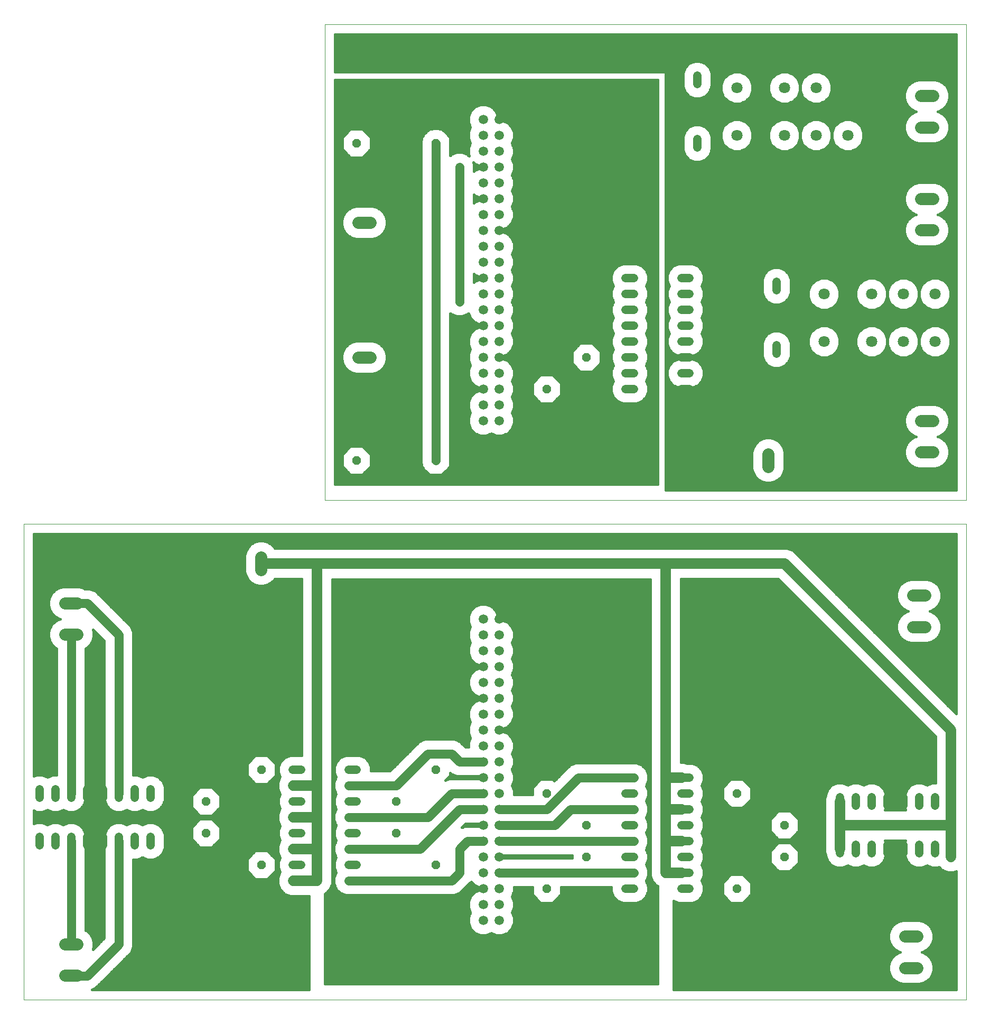
<source format=gtl>
G75*
%MOIN*%
%OFA0B0*%
%FSLAX25Y25*%
%IPPOS*%
%LPD*%
%AMOC8*
5,1,8,0,0,1.08239X$1,22.5*
%
%ADD10C,0.00000*%
%ADD11C,0.05200*%
%ADD12OC8,0.05200*%
%ADD13C,0.05937*%
%ADD14C,0.07800*%
%ADD15C,0.07087*%
%ADD16C,0.01600*%
%ADD17C,0.06600*%
%ADD18C,0.05600*%
%ADD19R,0.03962X0.03962*%
D10*
X0004167Y0001800D02*
X0004167Y0301800D01*
X0599088Y0301800D01*
X0599088Y0001800D01*
X0004167Y0001800D01*
X0194167Y0316800D02*
X0194167Y0616800D01*
X0599088Y0616800D01*
X0599088Y0316800D01*
X0194167Y0316800D01*
D11*
X0209167Y0146800D02*
X0214367Y0146800D01*
X0214367Y0136800D02*
X0209167Y0136800D01*
X0209167Y0126800D02*
X0214367Y0126800D01*
X0214367Y0116800D02*
X0209167Y0116800D01*
X0209167Y0106800D02*
X0214367Y0106800D01*
X0214367Y0096800D02*
X0209167Y0096800D01*
X0209167Y0086800D02*
X0214367Y0086800D01*
X0214367Y0076800D02*
X0209167Y0076800D01*
X0179167Y0076800D02*
X0173967Y0076800D01*
X0173967Y0086800D02*
X0179167Y0086800D01*
X0179167Y0096800D02*
X0173967Y0096800D01*
X0173967Y0106800D02*
X0179167Y0106800D01*
X0179167Y0116800D02*
X0173967Y0116800D01*
X0173967Y0126800D02*
X0179167Y0126800D01*
X0179167Y0136800D02*
X0173967Y0136800D01*
X0173967Y0146800D02*
X0179167Y0146800D01*
X0084167Y0134400D02*
X0084167Y0129200D01*
X0074167Y0129200D02*
X0074167Y0134400D01*
X0064167Y0134400D02*
X0064167Y0129200D01*
X0054167Y0129200D02*
X0054167Y0134400D01*
X0044167Y0134400D02*
X0044167Y0129200D01*
X0034167Y0129200D02*
X0034167Y0134400D01*
X0024167Y0134400D02*
X0024167Y0129200D01*
X0014167Y0129200D02*
X0014167Y0134400D01*
X0014167Y0104400D02*
X0014167Y0099200D01*
X0024167Y0099200D02*
X0024167Y0104400D01*
X0034167Y0104400D02*
X0034167Y0099200D01*
X0044167Y0099200D02*
X0044167Y0104400D01*
X0054167Y0104400D02*
X0054167Y0099200D01*
X0064167Y0099200D02*
X0064167Y0104400D01*
X0074167Y0104400D02*
X0074167Y0099200D01*
X0084167Y0099200D02*
X0084167Y0104400D01*
X0383967Y0101800D02*
X0389167Y0101800D01*
X0389167Y0091800D02*
X0383967Y0091800D01*
X0383967Y0081800D02*
X0389167Y0081800D01*
X0389167Y0071800D02*
X0383967Y0071800D01*
X0419167Y0071800D02*
X0424367Y0071800D01*
X0424367Y0081800D02*
X0419167Y0081800D01*
X0419167Y0091800D02*
X0424367Y0091800D01*
X0424367Y0101800D02*
X0419167Y0101800D01*
X0419167Y0111800D02*
X0424367Y0111800D01*
X0424367Y0121800D02*
X0419167Y0121800D01*
X0419167Y0131800D02*
X0424367Y0131800D01*
X0424367Y0141800D02*
X0419167Y0141800D01*
X0389167Y0141800D02*
X0383967Y0141800D01*
X0383967Y0131800D02*
X0389167Y0131800D01*
X0389167Y0121800D02*
X0383967Y0121800D01*
X0383967Y0111800D02*
X0389167Y0111800D01*
X0519167Y0099400D02*
X0519167Y0094200D01*
X0529167Y0094200D02*
X0529167Y0099400D01*
X0539167Y0099400D02*
X0539167Y0094200D01*
X0549167Y0094200D02*
X0549167Y0099400D01*
X0559167Y0099400D02*
X0559167Y0094200D01*
X0569167Y0094200D02*
X0569167Y0099400D01*
X0579167Y0099400D02*
X0579167Y0094200D01*
X0589167Y0094200D02*
X0589167Y0099400D01*
X0589167Y0124200D02*
X0589167Y0129400D01*
X0579167Y0129400D02*
X0579167Y0124200D01*
X0569167Y0124200D02*
X0569167Y0129400D01*
X0559167Y0129400D02*
X0559167Y0124200D01*
X0549167Y0124200D02*
X0549167Y0129400D01*
X0539167Y0129400D02*
X0539167Y0124200D01*
X0529167Y0124200D02*
X0529167Y0129400D01*
X0519167Y0129400D02*
X0519167Y0124200D01*
X0424367Y0386800D02*
X0419167Y0386800D01*
X0419167Y0396800D02*
X0424367Y0396800D01*
X0424367Y0406800D02*
X0419167Y0406800D01*
X0419167Y0416800D02*
X0424367Y0416800D01*
X0424367Y0426800D02*
X0419167Y0426800D01*
X0419167Y0436800D02*
X0424367Y0436800D01*
X0424367Y0446800D02*
X0419167Y0446800D01*
X0419167Y0456800D02*
X0424367Y0456800D01*
X0389167Y0456800D02*
X0383967Y0456800D01*
X0383967Y0446800D02*
X0389167Y0446800D01*
X0389167Y0436800D02*
X0383967Y0436800D01*
X0383967Y0426800D02*
X0389167Y0426800D01*
X0389167Y0416800D02*
X0383967Y0416800D01*
X0383967Y0406800D02*
X0389167Y0406800D01*
X0389167Y0396800D02*
X0383967Y0396800D01*
X0383967Y0386800D02*
X0389167Y0386800D01*
X0479167Y0409200D02*
X0479167Y0414400D01*
X0479167Y0449200D02*
X0479167Y0454400D01*
X0429167Y0539200D02*
X0429167Y0544400D01*
X0429167Y0579200D02*
X0429167Y0584400D01*
D12*
X0264167Y0541800D03*
X0214167Y0541800D03*
X0359167Y0406800D03*
X0334167Y0386800D03*
X0359167Y0356800D03*
X0334167Y0336800D03*
X0264167Y0341800D03*
X0214167Y0341800D03*
X0264167Y0196800D03*
X0239167Y0176800D03*
X0264167Y0146800D03*
X0239167Y0126800D03*
X0239167Y0106800D03*
X0264167Y0086800D03*
X0239167Y0056800D03*
X0264167Y0036800D03*
X0334167Y0021800D03*
X0359167Y0041800D03*
X0334167Y0071800D03*
X0359167Y0091800D03*
X0359167Y0111800D03*
X0334167Y0131800D03*
X0359167Y0161800D03*
X0334167Y0181800D03*
X0454167Y0181800D03*
X0484167Y0161800D03*
X0454167Y0131800D03*
X0484167Y0111800D03*
X0484167Y0091800D03*
X0454167Y0071800D03*
X0484167Y0041800D03*
X0454167Y0021800D03*
X0154167Y0036800D03*
X0119167Y0056800D03*
X0154167Y0086800D03*
X0119167Y0106800D03*
X0119167Y0126800D03*
X0154167Y0146800D03*
X0119167Y0176800D03*
X0154167Y0196800D03*
D13*
X0294167Y0191800D03*
X0304167Y0191800D03*
X0304167Y0201800D03*
X0294167Y0201800D03*
X0294167Y0211800D03*
X0304167Y0211800D03*
X0304167Y0221800D03*
X0294167Y0221800D03*
X0294167Y0231800D03*
X0304167Y0231800D03*
X0304167Y0241800D03*
X0294167Y0241800D03*
X0294167Y0181800D03*
X0304167Y0181800D03*
X0304167Y0171800D03*
X0304167Y0161800D03*
X0294167Y0161800D03*
X0294167Y0171800D03*
X0294167Y0151800D03*
X0304167Y0151800D03*
X0304167Y0141800D03*
X0304167Y0131800D03*
X0294167Y0131800D03*
X0294167Y0141800D03*
X0294167Y0121800D03*
X0304167Y0121800D03*
X0304167Y0111800D03*
X0294167Y0111800D03*
X0294167Y0101800D03*
X0304167Y0101800D03*
X0304167Y0091800D03*
X0304167Y0081800D03*
X0294167Y0081800D03*
X0294167Y0091800D03*
X0294167Y0071800D03*
X0304167Y0071800D03*
X0304167Y0061800D03*
X0304167Y0051800D03*
X0294167Y0051800D03*
X0294167Y0061800D03*
X0294167Y0366800D03*
X0304167Y0366800D03*
X0304167Y0376800D03*
X0294167Y0376800D03*
X0294167Y0386800D03*
X0304167Y0386800D03*
X0304167Y0396800D03*
X0304167Y0406800D03*
X0294167Y0406800D03*
X0294167Y0396800D03*
X0294167Y0416800D03*
X0304167Y0416800D03*
X0304167Y0426800D03*
X0294167Y0426800D03*
X0294167Y0436800D03*
X0304167Y0436800D03*
X0304167Y0446800D03*
X0304167Y0456800D03*
X0294167Y0456800D03*
X0294167Y0446800D03*
X0294167Y0466800D03*
X0304167Y0466800D03*
X0304167Y0476800D03*
X0304167Y0486800D03*
X0294167Y0486800D03*
X0294167Y0476800D03*
X0294167Y0496800D03*
X0304167Y0496800D03*
X0304167Y0506800D03*
X0294167Y0506800D03*
X0294167Y0516800D03*
X0304167Y0516800D03*
X0304167Y0526800D03*
X0304167Y0536800D03*
X0294167Y0536800D03*
X0294167Y0526800D03*
X0294167Y0546800D03*
X0304167Y0546800D03*
X0304167Y0556800D03*
X0294167Y0556800D03*
D14*
X0223067Y0491700D02*
X0215267Y0491700D01*
X0215267Y0472000D02*
X0223067Y0472000D01*
X0223067Y0406700D02*
X0215267Y0406700D01*
X0215267Y0387000D02*
X0223067Y0387000D01*
X0154067Y0280700D02*
X0154067Y0272900D01*
X0134367Y0272900D02*
X0134367Y0280700D01*
X0038067Y0251700D02*
X0030267Y0251700D01*
X0030267Y0232000D02*
X0038067Y0232000D01*
X0038067Y0036700D02*
X0030267Y0036700D01*
X0030267Y0017000D02*
X0038067Y0017000D01*
X0454367Y0337900D02*
X0454367Y0345700D01*
X0474067Y0345700D02*
X0474067Y0337900D01*
X0565267Y0256600D02*
X0573067Y0256600D01*
X0573067Y0236900D02*
X0565267Y0236900D01*
X0570267Y0347000D02*
X0578067Y0347000D01*
X0578067Y0366700D02*
X0570267Y0366700D01*
X0570267Y0487000D02*
X0578067Y0487000D01*
X0578067Y0506700D02*
X0570267Y0506700D01*
X0570267Y0551900D02*
X0578067Y0551900D01*
X0578067Y0571600D02*
X0570267Y0571600D01*
X0568067Y0041600D02*
X0560267Y0041600D01*
X0560267Y0021900D02*
X0568067Y0021900D01*
D15*
X0559167Y0416800D03*
X0579167Y0416800D03*
X0579167Y0446800D03*
X0559167Y0446800D03*
X0539167Y0446800D03*
X0539167Y0416800D03*
X0509167Y0416800D03*
X0509167Y0446800D03*
X0504167Y0546800D03*
X0524167Y0546800D03*
X0524167Y0576800D03*
X0504167Y0576800D03*
X0484167Y0576800D03*
X0484167Y0546800D03*
X0454167Y0546800D03*
X0454167Y0576800D03*
D16*
X0463413Y0580461D02*
X0474921Y0580461D01*
X0475583Y0582060D02*
X0462751Y0582060D01*
X0462596Y0582432D02*
X0459799Y0585230D01*
X0456145Y0586743D01*
X0452189Y0586743D01*
X0448534Y0585230D01*
X0445737Y0582432D01*
X0444223Y0578778D01*
X0444223Y0574822D01*
X0445737Y0571168D01*
X0448534Y0568370D01*
X0452189Y0566857D01*
X0456145Y0566857D01*
X0459799Y0568370D01*
X0462596Y0571168D01*
X0464110Y0574822D01*
X0464110Y0578778D01*
X0462596Y0582432D01*
X0461370Y0583658D02*
X0476963Y0583658D01*
X0475737Y0582432D02*
X0478534Y0585230D01*
X0482189Y0586743D01*
X0486145Y0586743D01*
X0489799Y0585230D01*
X0492596Y0582432D01*
X0494110Y0578778D01*
X0494110Y0574822D01*
X0492596Y0571168D01*
X0489799Y0568370D01*
X0486145Y0566857D01*
X0482189Y0566857D01*
X0478534Y0568370D01*
X0475737Y0571168D01*
X0474223Y0574822D01*
X0474223Y0578778D01*
X0475737Y0582432D01*
X0474258Y0578863D02*
X0464075Y0578863D01*
X0464110Y0577264D02*
X0474223Y0577264D01*
X0474223Y0575666D02*
X0464110Y0575666D01*
X0463797Y0574067D02*
X0474536Y0574067D01*
X0475198Y0572469D02*
X0463135Y0572469D01*
X0462299Y0570870D02*
X0476035Y0570870D01*
X0477633Y0569272D02*
X0460700Y0569272D01*
X0458115Y0567673D02*
X0480218Y0567673D01*
X0488115Y0567673D02*
X0500218Y0567673D01*
X0498534Y0568370D02*
X0502189Y0566857D01*
X0506145Y0566857D01*
X0509799Y0568370D01*
X0512596Y0571168D01*
X0514110Y0574822D01*
X0514110Y0578778D01*
X0512596Y0582432D01*
X0509799Y0585230D01*
X0506145Y0586743D01*
X0502189Y0586743D01*
X0498534Y0585230D01*
X0495737Y0582432D01*
X0494223Y0578778D01*
X0494223Y0574822D01*
X0495737Y0571168D01*
X0498534Y0568370D01*
X0497633Y0569272D02*
X0490700Y0569272D01*
X0492299Y0570870D02*
X0496035Y0570870D01*
X0495198Y0572469D02*
X0493135Y0572469D01*
X0493797Y0574067D02*
X0494536Y0574067D01*
X0494223Y0575666D02*
X0494110Y0575666D01*
X0494110Y0577264D02*
X0494223Y0577264D01*
X0494258Y0578863D02*
X0494075Y0578863D01*
X0493413Y0580461D02*
X0494921Y0580461D01*
X0495583Y0582060D02*
X0492751Y0582060D01*
X0491370Y0583658D02*
X0496963Y0583658D01*
X0498600Y0585257D02*
X0489734Y0585257D01*
X0478600Y0585257D02*
X0459734Y0585257D01*
X0448600Y0585257D02*
X0438167Y0585257D01*
X0438167Y0586190D02*
X0436796Y0589498D01*
X0434265Y0592030D01*
X0430957Y0593400D01*
X0427376Y0593400D01*
X0424069Y0592030D01*
X0421537Y0589498D01*
X0420167Y0586190D01*
X0420167Y0577410D01*
X0421537Y0574102D01*
X0424069Y0571570D01*
X0427376Y0570200D01*
X0430957Y0570200D01*
X0434265Y0571570D01*
X0436796Y0574102D01*
X0438167Y0577410D01*
X0438167Y0586190D01*
X0437891Y0586855D02*
X0592688Y0586855D01*
X0592688Y0585257D02*
X0509734Y0585257D01*
X0511370Y0583658D02*
X0592688Y0583658D01*
X0592688Y0582060D02*
X0512751Y0582060D01*
X0513413Y0580461D02*
X0565015Y0580461D01*
X0563942Y0579842D02*
X0562025Y0577924D01*
X0560669Y0575576D01*
X0559967Y0572956D01*
X0559967Y0570244D01*
X0560669Y0567624D01*
X0562025Y0565276D01*
X0563942Y0563358D01*
X0566291Y0562002D01*
X0567231Y0561750D01*
X0566291Y0561498D01*
X0563942Y0560142D01*
X0562025Y0558224D01*
X0560669Y0555876D01*
X0559967Y0553256D01*
X0559967Y0550544D01*
X0560669Y0547924D01*
X0562025Y0545576D01*
X0563942Y0543658D01*
X0566291Y0542302D01*
X0568911Y0541600D01*
X0579423Y0541600D01*
X0582042Y0542302D01*
X0584391Y0543658D01*
X0586309Y0545576D01*
X0587665Y0547924D01*
X0588367Y0550544D01*
X0588367Y0553256D01*
X0587665Y0555876D01*
X0586309Y0558224D01*
X0584391Y0560142D01*
X0582042Y0561498D01*
X0581102Y0561750D01*
X0582042Y0562002D01*
X0584391Y0563358D01*
X0586309Y0565276D01*
X0587665Y0567624D01*
X0588367Y0570244D01*
X0588367Y0572956D01*
X0587665Y0575576D01*
X0586309Y0577924D01*
X0584391Y0579842D01*
X0582042Y0581198D01*
X0579423Y0581900D01*
X0568911Y0581900D01*
X0566291Y0581198D01*
X0563942Y0579842D01*
X0562963Y0578863D02*
X0514075Y0578863D01*
X0514110Y0577264D02*
X0561643Y0577264D01*
X0560721Y0575666D02*
X0514110Y0575666D01*
X0513797Y0574067D02*
X0560264Y0574067D01*
X0559967Y0572469D02*
X0513135Y0572469D01*
X0512299Y0570870D02*
X0559967Y0570870D01*
X0560227Y0569272D02*
X0510700Y0569272D01*
X0508115Y0567673D02*
X0560656Y0567673D01*
X0561563Y0566074D02*
X0409167Y0566074D01*
X0409167Y0564476D02*
X0562824Y0564476D01*
X0564775Y0562877D02*
X0409167Y0562877D01*
X0409167Y0561279D02*
X0565912Y0561279D01*
X0563481Y0559680D02*
X0409167Y0559680D01*
X0409167Y0558082D02*
X0561942Y0558082D01*
X0561020Y0556483D02*
X0526772Y0556483D01*
X0526145Y0556743D02*
X0529799Y0555230D01*
X0532596Y0552432D01*
X0534110Y0548778D01*
X0534110Y0544822D01*
X0532596Y0541168D01*
X0529799Y0538370D01*
X0526145Y0536857D01*
X0522189Y0536857D01*
X0518534Y0538370D01*
X0515737Y0541168D01*
X0514223Y0544822D01*
X0514223Y0548778D01*
X0515737Y0552432D01*
X0518534Y0555230D01*
X0522189Y0556743D01*
X0526145Y0556743D01*
X0530144Y0554885D02*
X0560403Y0554885D01*
X0559975Y0553286D02*
X0531742Y0553286D01*
X0532905Y0551688D02*
X0559967Y0551688D01*
X0560088Y0550089D02*
X0533567Y0550089D01*
X0534110Y0548491D02*
X0560517Y0548491D01*
X0561264Y0546892D02*
X0534110Y0546892D01*
X0534110Y0545294D02*
X0562306Y0545294D01*
X0563905Y0543695D02*
X0533643Y0543695D01*
X0532981Y0542097D02*
X0567056Y0542097D01*
X0581277Y0542097D02*
X0592688Y0542097D01*
X0592688Y0543695D02*
X0584428Y0543695D01*
X0586027Y0545294D02*
X0592688Y0545294D01*
X0592688Y0546892D02*
X0587069Y0546892D01*
X0587817Y0548491D02*
X0592688Y0548491D01*
X0592688Y0550089D02*
X0588245Y0550089D01*
X0588367Y0551688D02*
X0592688Y0551688D01*
X0592688Y0553286D02*
X0588359Y0553286D01*
X0587930Y0554885D02*
X0592688Y0554885D01*
X0592688Y0556483D02*
X0587314Y0556483D01*
X0586391Y0558082D02*
X0592688Y0558082D01*
X0592688Y0559680D02*
X0584853Y0559680D01*
X0582422Y0561279D02*
X0592688Y0561279D01*
X0592688Y0562877D02*
X0583559Y0562877D01*
X0585509Y0564476D02*
X0592688Y0564476D01*
X0592688Y0566074D02*
X0586770Y0566074D01*
X0587678Y0567673D02*
X0592688Y0567673D01*
X0592688Y0569272D02*
X0588106Y0569272D01*
X0588367Y0570870D02*
X0592688Y0570870D01*
X0592688Y0572469D02*
X0588367Y0572469D01*
X0588069Y0574067D02*
X0592688Y0574067D01*
X0592688Y0575666D02*
X0587613Y0575666D01*
X0586690Y0577264D02*
X0592688Y0577264D01*
X0592688Y0578863D02*
X0585370Y0578863D01*
X0583319Y0580461D02*
X0592688Y0580461D01*
X0592688Y0588454D02*
X0437229Y0588454D01*
X0436242Y0590052D02*
X0592688Y0590052D01*
X0592688Y0591651D02*
X0434644Y0591651D01*
X0431321Y0593249D02*
X0592688Y0593249D01*
X0592688Y0594848D02*
X0200567Y0594848D01*
X0200567Y0596446D02*
X0592688Y0596446D01*
X0592688Y0598045D02*
X0200567Y0598045D01*
X0200567Y0599643D02*
X0592688Y0599643D01*
X0592688Y0601242D02*
X0200567Y0601242D01*
X0200567Y0602840D02*
X0592688Y0602840D01*
X0592688Y0604439D02*
X0200567Y0604439D01*
X0200567Y0606037D02*
X0592688Y0606037D01*
X0592688Y0607636D02*
X0200567Y0607636D01*
X0200567Y0609234D02*
X0592688Y0609234D01*
X0592688Y0610400D02*
X0592688Y0323200D01*
X0409167Y0323200D01*
X0409167Y0586800D01*
X0200567Y0586800D01*
X0200567Y0610400D01*
X0592688Y0610400D01*
X0592688Y0540498D02*
X0531927Y0540498D01*
X0530328Y0538900D02*
X0592688Y0538900D01*
X0592688Y0537301D02*
X0527218Y0537301D01*
X0521115Y0537301D02*
X0507218Y0537301D01*
X0506145Y0536857D02*
X0509799Y0538370D01*
X0512596Y0541168D01*
X0514110Y0544822D01*
X0514110Y0548778D01*
X0512596Y0552432D01*
X0509799Y0555230D01*
X0506145Y0556743D01*
X0502189Y0556743D01*
X0498534Y0555230D01*
X0495737Y0552432D01*
X0494223Y0548778D01*
X0494223Y0544822D01*
X0495737Y0541168D01*
X0498534Y0538370D01*
X0502189Y0536857D01*
X0506145Y0536857D01*
X0510328Y0538900D02*
X0518005Y0538900D01*
X0516406Y0540498D02*
X0511927Y0540498D01*
X0512981Y0542097D02*
X0515352Y0542097D01*
X0514690Y0543695D02*
X0513643Y0543695D01*
X0514110Y0545294D02*
X0514223Y0545294D01*
X0514223Y0546892D02*
X0514110Y0546892D01*
X0514110Y0548491D02*
X0514223Y0548491D01*
X0514767Y0550089D02*
X0513567Y0550089D01*
X0512905Y0551688D02*
X0515429Y0551688D01*
X0516591Y0553286D02*
X0511742Y0553286D01*
X0510144Y0554885D02*
X0518190Y0554885D01*
X0521561Y0556483D02*
X0506772Y0556483D01*
X0501561Y0556483D02*
X0486772Y0556483D01*
X0486145Y0556743D02*
X0482189Y0556743D01*
X0478534Y0555230D01*
X0475737Y0552432D01*
X0474223Y0548778D01*
X0474223Y0544822D01*
X0475737Y0541168D01*
X0478534Y0538370D01*
X0482189Y0536857D01*
X0486145Y0536857D01*
X0489799Y0538370D01*
X0492596Y0541168D01*
X0494110Y0544822D01*
X0494110Y0548778D01*
X0492596Y0552432D01*
X0489799Y0555230D01*
X0486145Y0556743D01*
X0490144Y0554885D02*
X0498190Y0554885D01*
X0496591Y0553286D02*
X0491742Y0553286D01*
X0492905Y0551688D02*
X0495429Y0551688D01*
X0494767Y0550089D02*
X0493567Y0550089D01*
X0494110Y0548491D02*
X0494223Y0548491D01*
X0494223Y0546892D02*
X0494110Y0546892D01*
X0494110Y0545294D02*
X0494223Y0545294D01*
X0494690Y0543695D02*
X0493643Y0543695D01*
X0492981Y0542097D02*
X0495352Y0542097D01*
X0496406Y0540498D02*
X0491927Y0540498D01*
X0490328Y0538900D02*
X0498005Y0538900D01*
X0501115Y0537301D02*
X0487218Y0537301D01*
X0481115Y0537301D02*
X0457218Y0537301D01*
X0456145Y0536857D02*
X0459799Y0538370D01*
X0462596Y0541168D01*
X0464110Y0544822D01*
X0464110Y0548778D01*
X0462596Y0552432D01*
X0459799Y0555230D01*
X0456145Y0556743D01*
X0452189Y0556743D01*
X0448534Y0555230D01*
X0445737Y0552432D01*
X0444223Y0548778D01*
X0444223Y0544822D01*
X0445737Y0541168D01*
X0448534Y0538370D01*
X0452189Y0536857D01*
X0456145Y0536857D01*
X0460328Y0538900D02*
X0478005Y0538900D01*
X0476406Y0540498D02*
X0461927Y0540498D01*
X0462981Y0542097D02*
X0475352Y0542097D01*
X0474690Y0543695D02*
X0463643Y0543695D01*
X0464110Y0545294D02*
X0474223Y0545294D01*
X0474223Y0546892D02*
X0464110Y0546892D01*
X0464110Y0548491D02*
X0474223Y0548491D01*
X0474767Y0550089D02*
X0463567Y0550089D01*
X0462905Y0551688D02*
X0475429Y0551688D01*
X0476591Y0553286D02*
X0461742Y0553286D01*
X0460144Y0554885D02*
X0478190Y0554885D01*
X0481561Y0556483D02*
X0456772Y0556483D01*
X0451561Y0556483D02*
X0409167Y0556483D01*
X0409167Y0554885D02*
X0448190Y0554885D01*
X0446591Y0553286D02*
X0431231Y0553286D01*
X0430957Y0553400D02*
X0427376Y0553400D01*
X0424069Y0552030D01*
X0421537Y0549498D01*
X0420167Y0546190D01*
X0420167Y0537410D01*
X0421537Y0534102D01*
X0424069Y0531570D01*
X0427376Y0530200D01*
X0430957Y0530200D01*
X0434265Y0531570D01*
X0436796Y0534102D01*
X0438167Y0537410D01*
X0438167Y0546190D01*
X0436796Y0549498D01*
X0434265Y0552030D01*
X0430957Y0553400D01*
X0427102Y0553286D02*
X0409167Y0553286D01*
X0409167Y0551688D02*
X0423727Y0551688D01*
X0422128Y0550089D02*
X0409167Y0550089D01*
X0409167Y0548491D02*
X0421120Y0548491D01*
X0420458Y0546892D02*
X0409167Y0546892D01*
X0409167Y0545294D02*
X0420167Y0545294D01*
X0420167Y0543695D02*
X0409167Y0543695D01*
X0409167Y0542097D02*
X0420167Y0542097D01*
X0420167Y0540498D02*
X0409167Y0540498D01*
X0409167Y0538900D02*
X0420167Y0538900D01*
X0420212Y0537301D02*
X0409167Y0537301D01*
X0409167Y0535703D02*
X0420874Y0535703D01*
X0421536Y0534104D02*
X0409167Y0534104D01*
X0409167Y0532506D02*
X0423133Y0532506D01*
X0425669Y0530907D02*
X0409167Y0530907D01*
X0409167Y0529309D02*
X0592688Y0529309D01*
X0592688Y0530907D02*
X0432664Y0530907D01*
X0435200Y0532506D02*
X0592688Y0532506D01*
X0592688Y0534104D02*
X0436797Y0534104D01*
X0437460Y0535703D02*
X0592688Y0535703D01*
X0592688Y0527710D02*
X0409167Y0527710D01*
X0409167Y0526112D02*
X0592688Y0526112D01*
X0592688Y0524513D02*
X0409167Y0524513D01*
X0409167Y0522915D02*
X0592688Y0522915D01*
X0592688Y0521316D02*
X0409167Y0521316D01*
X0409167Y0519718D02*
X0592688Y0519718D01*
X0592688Y0518119D02*
X0409167Y0518119D01*
X0409167Y0516521D02*
X0567122Y0516521D01*
X0566291Y0516298D02*
X0563942Y0514942D01*
X0562025Y0513024D01*
X0560669Y0510676D01*
X0559967Y0508056D01*
X0559967Y0505344D01*
X0560669Y0502724D01*
X0562025Y0500376D01*
X0563942Y0498458D01*
X0566291Y0497102D01*
X0567231Y0496850D01*
X0566291Y0496598D01*
X0563942Y0495242D01*
X0562025Y0493324D01*
X0560669Y0490976D01*
X0559967Y0488356D01*
X0559967Y0485644D01*
X0560669Y0483024D01*
X0562025Y0480676D01*
X0563942Y0478758D01*
X0566291Y0477402D01*
X0568911Y0476700D01*
X0579423Y0476700D01*
X0582042Y0477402D01*
X0584391Y0478758D01*
X0586309Y0480676D01*
X0587665Y0483024D01*
X0588367Y0485644D01*
X0588367Y0488356D01*
X0587665Y0490976D01*
X0586309Y0493324D01*
X0584391Y0495242D01*
X0582042Y0496598D01*
X0581102Y0496850D01*
X0582042Y0497102D01*
X0584391Y0498458D01*
X0586309Y0500376D01*
X0587665Y0502724D01*
X0588367Y0505344D01*
X0588367Y0508056D01*
X0587665Y0510676D01*
X0586309Y0513024D01*
X0584391Y0514942D01*
X0582042Y0516298D01*
X0579423Y0517000D01*
X0568911Y0517000D01*
X0566291Y0516298D01*
X0563922Y0514922D02*
X0409167Y0514922D01*
X0409167Y0513324D02*
X0562324Y0513324D01*
X0561275Y0511725D02*
X0409167Y0511725D01*
X0409167Y0510127D02*
X0560521Y0510127D01*
X0560093Y0508528D02*
X0409167Y0508528D01*
X0409167Y0506930D02*
X0559967Y0506930D01*
X0559970Y0505331D02*
X0409167Y0505331D01*
X0409167Y0503733D02*
X0560398Y0503733D01*
X0561009Y0502134D02*
X0409167Y0502134D01*
X0409167Y0500536D02*
X0561932Y0500536D01*
X0563463Y0498937D02*
X0409167Y0498937D01*
X0409167Y0497339D02*
X0565881Y0497339D01*
X0564805Y0495740D02*
X0409167Y0495740D01*
X0409167Y0494141D02*
X0562842Y0494141D01*
X0561573Y0492543D02*
X0409167Y0492543D01*
X0409167Y0490944D02*
X0560660Y0490944D01*
X0560232Y0489346D02*
X0409167Y0489346D01*
X0409167Y0487747D02*
X0559967Y0487747D01*
X0559967Y0486149D02*
X0409167Y0486149D01*
X0409167Y0484550D02*
X0560260Y0484550D01*
X0560710Y0482952D02*
X0409167Y0482952D01*
X0409167Y0481353D02*
X0561633Y0481353D01*
X0562945Y0479755D02*
X0409167Y0479755D01*
X0409167Y0478156D02*
X0564984Y0478156D01*
X0583349Y0478156D02*
X0592688Y0478156D01*
X0592688Y0476558D02*
X0409167Y0476558D01*
X0409167Y0474959D02*
X0592688Y0474959D01*
X0592688Y0473361D02*
X0409167Y0473361D01*
X0409167Y0471762D02*
X0592688Y0471762D01*
X0592688Y0470164D02*
X0409167Y0470164D01*
X0409167Y0468565D02*
X0592688Y0468565D01*
X0592688Y0466967D02*
X0409167Y0466967D01*
X0409167Y0465368D02*
X0416334Y0465368D01*
X0417376Y0465800D02*
X0414069Y0464430D01*
X0411537Y0461898D01*
X0410167Y0458590D01*
X0410167Y0455010D01*
X0411496Y0451800D01*
X0410167Y0448590D01*
X0410167Y0445010D01*
X0411496Y0441800D01*
X0410167Y0438590D01*
X0410167Y0435010D01*
X0411496Y0431800D01*
X0410167Y0428590D01*
X0410167Y0425010D01*
X0411496Y0421800D01*
X0410167Y0418590D01*
X0410167Y0415010D01*
X0411537Y0411702D01*
X0414069Y0409170D01*
X0417376Y0407800D01*
X0426157Y0407800D01*
X0429465Y0409170D01*
X0431996Y0411702D01*
X0433367Y0415010D01*
X0433367Y0418590D01*
X0432037Y0421800D01*
X0433367Y0425010D01*
X0433367Y0428590D01*
X0432037Y0431800D01*
X0433367Y0435010D01*
X0433367Y0438590D01*
X0432037Y0441800D01*
X0433367Y0445010D01*
X0433367Y0448590D01*
X0432037Y0451800D01*
X0433367Y0455010D01*
X0433367Y0458590D01*
X0431996Y0461898D01*
X0429465Y0464430D01*
X0426157Y0465800D01*
X0417376Y0465800D01*
X0413409Y0463770D02*
X0409167Y0463770D01*
X0409167Y0462171D02*
X0411810Y0462171D01*
X0410988Y0460573D02*
X0409167Y0460573D01*
X0409167Y0458974D02*
X0410326Y0458974D01*
X0410167Y0457376D02*
X0409167Y0457376D01*
X0409167Y0455777D02*
X0410167Y0455777D01*
X0410511Y0454179D02*
X0409167Y0454179D01*
X0409167Y0452580D02*
X0411173Y0452580D01*
X0411157Y0450982D02*
X0409167Y0450982D01*
X0409167Y0449383D02*
X0410495Y0449383D01*
X0410167Y0447785D02*
X0409167Y0447785D01*
X0409167Y0446186D02*
X0410167Y0446186D01*
X0410342Y0444588D02*
X0409167Y0444588D01*
X0409167Y0442989D02*
X0411004Y0442989D01*
X0411327Y0441391D02*
X0409167Y0441391D01*
X0409167Y0439792D02*
X0410665Y0439792D01*
X0410167Y0438194D02*
X0409167Y0438194D01*
X0409167Y0436595D02*
X0410167Y0436595D01*
X0410172Y0434997D02*
X0409167Y0434997D01*
X0409167Y0433398D02*
X0410834Y0433398D01*
X0411496Y0431800D02*
X0409167Y0431800D01*
X0409167Y0430201D02*
X0410834Y0430201D01*
X0410172Y0428603D02*
X0409167Y0428603D01*
X0409167Y0427004D02*
X0410167Y0427004D01*
X0410167Y0425405D02*
X0409167Y0425405D01*
X0409167Y0423807D02*
X0410665Y0423807D01*
X0411327Y0422208D02*
X0409167Y0422208D01*
X0409167Y0420610D02*
X0411003Y0420610D01*
X0410341Y0419011D02*
X0409167Y0419011D01*
X0409167Y0417413D02*
X0410167Y0417413D01*
X0410167Y0415814D02*
X0409167Y0415814D01*
X0409167Y0414216D02*
X0410495Y0414216D01*
X0411158Y0412617D02*
X0409167Y0412617D01*
X0409167Y0411019D02*
X0412220Y0411019D01*
X0413818Y0409420D02*
X0409167Y0409420D01*
X0409167Y0407822D02*
X0417324Y0407822D01*
X0417376Y0405800D02*
X0414069Y0404430D01*
X0411537Y0401898D01*
X0410167Y0398590D01*
X0410167Y0395010D01*
X0411537Y0391702D01*
X0414069Y0389170D01*
X0417376Y0387800D01*
X0426157Y0387800D01*
X0429465Y0389170D01*
X0431996Y0391702D01*
X0433367Y0395010D01*
X0433367Y0398590D01*
X0431996Y0401898D01*
X0429465Y0404430D01*
X0426157Y0405800D01*
X0417376Y0405800D01*
X0414539Y0404625D02*
X0409167Y0404625D01*
X0409167Y0406223D02*
X0470658Y0406223D01*
X0470167Y0407410D02*
X0471537Y0404102D01*
X0474069Y0401570D01*
X0477376Y0400200D01*
X0480957Y0400200D01*
X0484265Y0401570D01*
X0486796Y0404102D01*
X0488167Y0407410D01*
X0488167Y0416190D01*
X0486796Y0419498D01*
X0484265Y0422030D01*
X0480957Y0423400D01*
X0477376Y0423400D01*
X0474069Y0422030D01*
X0471537Y0419498D01*
X0470167Y0416190D01*
X0470167Y0407410D01*
X0470167Y0407822D02*
X0426210Y0407822D01*
X0429715Y0409420D02*
X0470167Y0409420D01*
X0470167Y0411019D02*
X0431313Y0411019D01*
X0432376Y0412617D02*
X0470167Y0412617D01*
X0470167Y0414216D02*
X0433038Y0414216D01*
X0433367Y0415814D02*
X0470167Y0415814D01*
X0470673Y0417413D02*
X0433367Y0417413D01*
X0433192Y0419011D02*
X0471335Y0419011D01*
X0472649Y0420610D02*
X0432530Y0420610D01*
X0432206Y0422208D02*
X0474500Y0422208D01*
X0483833Y0422208D02*
X0500644Y0422208D01*
X0500737Y0422432D02*
X0499223Y0418778D01*
X0499223Y0414822D01*
X0500737Y0411168D01*
X0503534Y0408370D01*
X0507189Y0406857D01*
X0511145Y0406857D01*
X0514799Y0408370D01*
X0517596Y0411168D01*
X0519110Y0414822D01*
X0519110Y0418778D01*
X0517596Y0422432D01*
X0514799Y0425230D01*
X0511145Y0426743D01*
X0507189Y0426743D01*
X0503534Y0425230D01*
X0500737Y0422432D01*
X0502112Y0423807D02*
X0432868Y0423807D01*
X0433367Y0425405D02*
X0503959Y0425405D01*
X0499982Y0420610D02*
X0485685Y0420610D01*
X0486998Y0419011D02*
X0499320Y0419011D01*
X0499223Y0417413D02*
X0487660Y0417413D01*
X0488167Y0415814D02*
X0499223Y0415814D01*
X0499474Y0414216D02*
X0488167Y0414216D01*
X0488167Y0412617D02*
X0500137Y0412617D01*
X0500886Y0411019D02*
X0488167Y0411019D01*
X0488167Y0409420D02*
X0502484Y0409420D01*
X0504859Y0407822D02*
X0488167Y0407822D01*
X0487675Y0406223D02*
X0592688Y0406223D01*
X0592688Y0404625D02*
X0487013Y0404625D01*
X0485721Y0403026D02*
X0592688Y0403026D01*
X0592688Y0401428D02*
X0483921Y0401428D01*
X0474412Y0401428D02*
X0432191Y0401428D01*
X0432853Y0399829D02*
X0592688Y0399829D01*
X0592688Y0398231D02*
X0433367Y0398231D01*
X0433367Y0396632D02*
X0592688Y0396632D01*
X0592688Y0395034D02*
X0433367Y0395034D01*
X0432714Y0393435D02*
X0592688Y0393435D01*
X0592688Y0391837D02*
X0432052Y0391837D01*
X0430533Y0390238D02*
X0592688Y0390238D01*
X0592688Y0388640D02*
X0428184Y0388640D01*
X0415349Y0388640D02*
X0409167Y0388640D01*
X0409167Y0390238D02*
X0413000Y0390238D01*
X0411481Y0391837D02*
X0409167Y0391837D01*
X0409167Y0393435D02*
X0410819Y0393435D01*
X0410167Y0395034D02*
X0409167Y0395034D01*
X0409167Y0396632D02*
X0410167Y0396632D01*
X0410167Y0398231D02*
X0409167Y0398231D01*
X0409167Y0399829D02*
X0410680Y0399829D01*
X0411342Y0401428D02*
X0409167Y0401428D01*
X0409167Y0403026D02*
X0412665Y0403026D01*
X0404167Y0403026D02*
X0397345Y0403026D01*
X0396837Y0401800D02*
X0398167Y0405010D01*
X0398167Y0408590D01*
X0396837Y0411800D01*
X0398167Y0415010D01*
X0398167Y0418590D01*
X0396837Y0421800D01*
X0398167Y0425010D01*
X0398167Y0428590D01*
X0396837Y0431800D01*
X0398167Y0435010D01*
X0398167Y0438590D01*
X0396837Y0441800D01*
X0398167Y0445010D01*
X0398167Y0448590D01*
X0396837Y0451800D01*
X0398167Y0455010D01*
X0398167Y0458590D01*
X0396796Y0461898D01*
X0394265Y0464430D01*
X0390957Y0465800D01*
X0382176Y0465800D01*
X0378869Y0464430D01*
X0376337Y0461898D01*
X0374967Y0458590D01*
X0374967Y0455010D01*
X0376296Y0451800D01*
X0374967Y0448590D01*
X0374967Y0445010D01*
X0376296Y0441800D01*
X0374967Y0438590D01*
X0374967Y0435010D01*
X0376296Y0431800D01*
X0374967Y0428590D01*
X0374967Y0425010D01*
X0376296Y0421800D01*
X0374967Y0418590D01*
X0374967Y0415010D01*
X0376296Y0411800D01*
X0374967Y0408590D01*
X0374967Y0405010D01*
X0376296Y0401800D01*
X0374967Y0398590D01*
X0374967Y0395010D01*
X0376296Y0391800D01*
X0374967Y0388590D01*
X0374967Y0385010D01*
X0376337Y0381702D01*
X0378869Y0379170D01*
X0382176Y0377800D01*
X0390957Y0377800D01*
X0394265Y0379170D01*
X0396796Y0381702D01*
X0398167Y0385010D01*
X0398167Y0388590D01*
X0396837Y0391800D01*
X0398167Y0395010D01*
X0398167Y0398590D01*
X0396837Y0401800D01*
X0396991Y0401428D02*
X0404167Y0401428D01*
X0404167Y0399829D02*
X0397653Y0399829D01*
X0398167Y0398231D02*
X0404167Y0398231D01*
X0404167Y0396632D02*
X0398167Y0396632D01*
X0398167Y0395034D02*
X0404167Y0395034D01*
X0404167Y0393435D02*
X0397514Y0393435D01*
X0396852Y0391837D02*
X0404167Y0391837D01*
X0404167Y0390238D02*
X0397484Y0390238D01*
X0398146Y0388640D02*
X0404167Y0388640D01*
X0404167Y0387041D02*
X0398167Y0387041D01*
X0398167Y0385443D02*
X0404167Y0385443D01*
X0404167Y0383844D02*
X0397684Y0383844D01*
X0397022Y0382246D02*
X0404167Y0382246D01*
X0404167Y0380647D02*
X0395742Y0380647D01*
X0393971Y0379049D02*
X0404167Y0379049D01*
X0404167Y0377450D02*
X0313535Y0377450D01*
X0313535Y0378664D02*
X0312236Y0381800D01*
X0313535Y0384936D01*
X0313535Y0388664D01*
X0312236Y0391800D01*
X0313535Y0394936D01*
X0313535Y0398664D01*
X0312109Y0402107D01*
X0309473Y0404742D01*
X0306030Y0406168D01*
X0303535Y0406168D01*
X0303535Y0407431D01*
X0306030Y0407431D01*
X0309473Y0408858D01*
X0312109Y0411493D01*
X0313535Y0414936D01*
X0313535Y0418664D01*
X0312236Y0421800D01*
X0313535Y0424936D01*
X0313535Y0428664D01*
X0312236Y0431800D01*
X0313535Y0434936D01*
X0313535Y0438664D01*
X0312236Y0441800D01*
X0313535Y0444936D01*
X0313535Y0448664D01*
X0312236Y0451800D01*
X0313535Y0454936D01*
X0313535Y0458664D01*
X0312236Y0461800D01*
X0313535Y0464936D01*
X0313535Y0468664D01*
X0312236Y0471800D01*
X0313535Y0474936D01*
X0313535Y0478664D01*
X0312109Y0482107D01*
X0309473Y0484742D01*
X0306030Y0486168D01*
X0303535Y0486168D01*
X0303535Y0487431D01*
X0306030Y0487431D01*
X0309473Y0488858D01*
X0312109Y0491493D01*
X0313535Y0494936D01*
X0313535Y0498664D01*
X0312236Y0501800D01*
X0313535Y0504936D01*
X0313535Y0508664D01*
X0312236Y0511800D01*
X0313535Y0514936D01*
X0313535Y0518664D01*
X0312236Y0521800D01*
X0313535Y0524936D01*
X0313535Y0528664D01*
X0312236Y0531800D01*
X0313535Y0534936D01*
X0313535Y0538664D01*
X0312236Y0541800D01*
X0313535Y0544936D01*
X0313535Y0548664D01*
X0312109Y0552107D01*
X0309473Y0554742D01*
X0306030Y0556168D01*
X0303535Y0556168D01*
X0303535Y0558664D01*
X0302109Y0562107D01*
X0299473Y0564742D01*
X0296030Y0566168D01*
X0292303Y0566168D01*
X0288860Y0564742D01*
X0286224Y0562107D01*
X0284798Y0558664D01*
X0284798Y0554936D01*
X0286097Y0551800D01*
X0284798Y0548664D01*
X0284798Y0544936D01*
X0286097Y0541800D01*
X0284798Y0538664D01*
X0284798Y0534936D01*
X0285332Y0533648D01*
X0284773Y0534207D01*
X0284769Y0534208D01*
X0284378Y0534599D01*
X0280997Y0536000D01*
X0277337Y0536000D01*
X0273955Y0534599D01*
X0273564Y0534208D01*
X0273560Y0534207D01*
X0273367Y0534013D01*
X0273367Y0543630D01*
X0273167Y0544113D01*
X0273167Y0545528D01*
X0272166Y0546529D01*
X0271966Y0547011D01*
X0269378Y0549599D01*
X0268895Y0549799D01*
X0267895Y0550800D01*
X0266479Y0550800D01*
X0265997Y0551000D01*
X0262337Y0551000D01*
X0261854Y0550800D01*
X0260439Y0550800D01*
X0259438Y0549799D01*
X0258955Y0549599D01*
X0256367Y0547011D01*
X0256167Y0546529D01*
X0255167Y0545528D01*
X0255167Y0544113D01*
X0254967Y0543630D01*
X0254967Y0339970D01*
X0255167Y0339487D01*
X0255167Y0338072D01*
X0256167Y0337071D01*
X0256367Y0336589D01*
X0258955Y0334001D01*
X0259438Y0333801D01*
X0260439Y0332800D01*
X0261854Y0332800D01*
X0262337Y0332600D01*
X0265997Y0332600D01*
X0266479Y0332800D01*
X0267895Y0332800D01*
X0268895Y0333801D01*
X0269378Y0334001D01*
X0271966Y0336589D01*
X0272166Y0337071D01*
X0273167Y0338072D01*
X0273167Y0339487D01*
X0273367Y0339970D01*
X0273367Y0434587D01*
X0273560Y0434393D01*
X0273564Y0434392D01*
X0273955Y0434001D01*
X0277337Y0432600D01*
X0280997Y0432600D01*
X0284378Y0434001D01*
X0284769Y0434392D01*
X0284773Y0434393D01*
X0284950Y0434570D01*
X0286224Y0431493D01*
X0288860Y0428858D01*
X0292303Y0427431D01*
X0294798Y0427431D01*
X0294798Y0426168D01*
X0292303Y0426168D01*
X0288860Y0424742D01*
X0286224Y0422107D01*
X0284798Y0418664D01*
X0284798Y0414936D01*
X0286097Y0411800D01*
X0284798Y0408664D01*
X0284798Y0404936D01*
X0286097Y0401800D01*
X0284798Y0398664D01*
X0284798Y0394936D01*
X0286224Y0391493D01*
X0288860Y0388858D01*
X0292303Y0387431D01*
X0294798Y0387431D01*
X0294798Y0386168D01*
X0292303Y0386168D01*
X0288860Y0384742D01*
X0286224Y0382107D01*
X0284798Y0378664D01*
X0284798Y0374936D01*
X0286097Y0371800D01*
X0284798Y0368664D01*
X0284798Y0364936D01*
X0286224Y0361493D01*
X0288860Y0358858D01*
X0292303Y0357431D01*
X0296030Y0357431D01*
X0299167Y0358731D01*
X0302303Y0357431D01*
X0306030Y0357431D01*
X0309473Y0358858D01*
X0312109Y0361493D01*
X0313535Y0364936D01*
X0313535Y0368664D01*
X0312236Y0371800D01*
X0313535Y0374936D01*
X0313535Y0378664D01*
X0313376Y0379049D02*
X0329190Y0379049D01*
X0330439Y0377800D02*
X0325167Y0383072D01*
X0325167Y0390528D01*
X0330439Y0395800D01*
X0337895Y0395800D01*
X0343167Y0390528D01*
X0343167Y0383072D01*
X0337895Y0377800D01*
X0330439Y0377800D01*
X0327592Y0380647D02*
X0312713Y0380647D01*
X0312421Y0382246D02*
X0325993Y0382246D01*
X0325167Y0383844D02*
X0313083Y0383844D01*
X0313535Y0385443D02*
X0325167Y0385443D01*
X0325167Y0387041D02*
X0313535Y0387041D01*
X0313535Y0388640D02*
X0325167Y0388640D01*
X0325167Y0390238D02*
X0312883Y0390238D01*
X0312251Y0391837D02*
X0326476Y0391837D01*
X0328074Y0393435D02*
X0312913Y0393435D01*
X0313535Y0395034D02*
X0329673Y0395034D01*
X0338661Y0395034D02*
X0374967Y0395034D01*
X0374967Y0396632D02*
X0313535Y0396632D01*
X0313535Y0398231D02*
X0355008Y0398231D01*
X0355439Y0397800D02*
X0362895Y0397800D01*
X0368167Y0403072D01*
X0368167Y0410528D01*
X0362895Y0415800D01*
X0355439Y0415800D01*
X0350167Y0410528D01*
X0350167Y0403072D01*
X0355439Y0397800D01*
X0353409Y0399829D02*
X0313052Y0399829D01*
X0312390Y0401428D02*
X0351811Y0401428D01*
X0350212Y0403026D02*
X0311189Y0403026D01*
X0309591Y0404625D02*
X0350167Y0404625D01*
X0350167Y0406223D02*
X0303535Y0406223D01*
X0306973Y0407822D02*
X0350167Y0407822D01*
X0350167Y0409420D02*
X0310036Y0409420D01*
X0311635Y0411019D02*
X0350658Y0411019D01*
X0352256Y0412617D02*
X0312575Y0412617D01*
X0313237Y0414216D02*
X0353855Y0414216D01*
X0364479Y0414216D02*
X0375295Y0414216D01*
X0374967Y0415814D02*
X0313535Y0415814D01*
X0313535Y0417413D02*
X0374967Y0417413D01*
X0375141Y0419011D02*
X0313391Y0419011D01*
X0312729Y0420610D02*
X0375803Y0420610D01*
X0376127Y0422208D02*
X0312405Y0422208D01*
X0313067Y0423807D02*
X0375465Y0423807D01*
X0374967Y0425405D02*
X0313535Y0425405D01*
X0313535Y0427004D02*
X0374967Y0427004D01*
X0374972Y0428603D02*
X0313535Y0428603D01*
X0312898Y0430201D02*
X0375634Y0430201D01*
X0376296Y0431800D02*
X0312236Y0431800D01*
X0312898Y0433398D02*
X0375634Y0433398D01*
X0374972Y0434997D02*
X0313535Y0434997D01*
X0313535Y0436595D02*
X0374967Y0436595D01*
X0374967Y0438194D02*
X0313535Y0438194D01*
X0313068Y0439792D02*
X0375465Y0439792D01*
X0376127Y0441391D02*
X0312406Y0441391D01*
X0312729Y0442989D02*
X0375804Y0442989D01*
X0375142Y0444588D02*
X0313391Y0444588D01*
X0313535Y0446186D02*
X0374967Y0446186D01*
X0374967Y0447785D02*
X0313535Y0447785D01*
X0313237Y0449383D02*
X0375295Y0449383D01*
X0375957Y0450982D02*
X0312575Y0450982D01*
X0312559Y0452580D02*
X0375973Y0452580D01*
X0375311Y0454179D02*
X0313221Y0454179D01*
X0313535Y0455777D02*
X0374967Y0455777D01*
X0374967Y0457376D02*
X0313535Y0457376D01*
X0313406Y0458974D02*
X0375126Y0458974D01*
X0375788Y0460573D02*
X0312744Y0460573D01*
X0312390Y0462171D02*
X0376610Y0462171D01*
X0378209Y0463770D02*
X0313052Y0463770D01*
X0313535Y0465368D02*
X0381134Y0465368D01*
X0391999Y0465368D02*
X0404167Y0465368D01*
X0404167Y0463770D02*
X0394925Y0463770D01*
X0396523Y0462171D02*
X0404167Y0462171D01*
X0404167Y0460573D02*
X0397345Y0460573D01*
X0398008Y0458974D02*
X0404167Y0458974D01*
X0404167Y0457376D02*
X0398167Y0457376D01*
X0398167Y0455777D02*
X0404167Y0455777D01*
X0404167Y0454179D02*
X0397822Y0454179D01*
X0397160Y0452580D02*
X0404167Y0452580D01*
X0404167Y0450982D02*
X0397176Y0450982D01*
X0397838Y0449383D02*
X0404167Y0449383D01*
X0404167Y0447785D02*
X0398167Y0447785D01*
X0398167Y0446186D02*
X0404167Y0446186D01*
X0404167Y0444588D02*
X0397992Y0444588D01*
X0397330Y0442989D02*
X0404167Y0442989D01*
X0404167Y0441391D02*
X0397007Y0441391D01*
X0397669Y0439792D02*
X0404167Y0439792D01*
X0404167Y0438194D02*
X0398167Y0438194D01*
X0398167Y0436595D02*
X0404167Y0436595D01*
X0404167Y0434997D02*
X0398161Y0434997D01*
X0397499Y0433398D02*
X0404167Y0433398D01*
X0404167Y0431800D02*
X0396837Y0431800D01*
X0397499Y0430201D02*
X0404167Y0430201D01*
X0404167Y0428603D02*
X0398162Y0428603D01*
X0398167Y0427004D02*
X0404167Y0427004D01*
X0404167Y0425405D02*
X0398167Y0425405D01*
X0397668Y0423807D02*
X0404167Y0423807D01*
X0404167Y0422208D02*
X0397006Y0422208D01*
X0397330Y0420610D02*
X0404167Y0420610D01*
X0404167Y0419011D02*
X0397992Y0419011D01*
X0398167Y0417413D02*
X0404167Y0417413D01*
X0404167Y0415814D02*
X0398167Y0415814D01*
X0397838Y0414216D02*
X0404167Y0414216D01*
X0404167Y0412617D02*
X0397176Y0412617D01*
X0397161Y0411019D02*
X0404167Y0411019D01*
X0404167Y0409420D02*
X0397823Y0409420D01*
X0398167Y0407822D02*
X0404167Y0407822D01*
X0404167Y0406223D02*
X0398167Y0406223D01*
X0398007Y0404625D02*
X0404167Y0404625D01*
X0409167Y0387041D02*
X0592688Y0387041D01*
X0592688Y0385443D02*
X0409167Y0385443D01*
X0409167Y0383844D02*
X0592688Y0383844D01*
X0592688Y0382246D02*
X0409167Y0382246D01*
X0409167Y0380647D02*
X0592688Y0380647D01*
X0592688Y0379049D02*
X0409167Y0379049D01*
X0409167Y0377450D02*
X0592688Y0377450D01*
X0592688Y0375852D02*
X0582816Y0375852D01*
X0582042Y0376298D02*
X0579423Y0377000D01*
X0568911Y0377000D01*
X0566291Y0376298D01*
X0563942Y0374942D01*
X0562025Y0373024D01*
X0560669Y0370676D01*
X0559967Y0368056D01*
X0559967Y0365344D01*
X0560669Y0362724D01*
X0562025Y0360376D01*
X0563942Y0358458D01*
X0566291Y0357102D01*
X0567231Y0356850D01*
X0566291Y0356598D01*
X0563942Y0355242D01*
X0562025Y0353324D01*
X0560669Y0350976D01*
X0559967Y0348356D01*
X0559967Y0345644D01*
X0560669Y0343024D01*
X0562025Y0340676D01*
X0563942Y0338758D01*
X0566291Y0337402D01*
X0568911Y0336700D01*
X0579423Y0336700D01*
X0582042Y0337402D01*
X0584391Y0338758D01*
X0586309Y0340676D01*
X0587665Y0343024D01*
X0588367Y0345644D01*
X0588367Y0348356D01*
X0587665Y0350976D01*
X0586309Y0353324D01*
X0584391Y0355242D01*
X0582042Y0356598D01*
X0581102Y0356850D01*
X0582042Y0357102D01*
X0584391Y0358458D01*
X0586309Y0360376D01*
X0587665Y0362724D01*
X0588367Y0365344D01*
X0588367Y0368056D01*
X0587665Y0370676D01*
X0586309Y0373024D01*
X0584391Y0374942D01*
X0582042Y0376298D01*
X0585080Y0374253D02*
X0592688Y0374253D01*
X0592688Y0372655D02*
X0586522Y0372655D01*
X0587445Y0371056D02*
X0592688Y0371056D01*
X0592688Y0369458D02*
X0587991Y0369458D01*
X0588367Y0367859D02*
X0592688Y0367859D01*
X0592688Y0366261D02*
X0588367Y0366261D01*
X0588184Y0364662D02*
X0592688Y0364662D01*
X0592688Y0363064D02*
X0587756Y0363064D01*
X0586938Y0361465D02*
X0592688Y0361465D01*
X0592688Y0359867D02*
X0585800Y0359867D01*
X0584062Y0358268D02*
X0592688Y0358268D01*
X0592688Y0356670D02*
X0581776Y0356670D01*
X0584562Y0355071D02*
X0592688Y0355071D01*
X0592688Y0353472D02*
X0586161Y0353472D01*
X0587146Y0351874D02*
X0592688Y0351874D01*
X0592688Y0350275D02*
X0587852Y0350275D01*
X0588281Y0348677D02*
X0592688Y0348677D01*
X0592688Y0347078D02*
X0588367Y0347078D01*
X0588323Y0345480D02*
X0592688Y0345480D01*
X0592688Y0343881D02*
X0587894Y0343881D01*
X0587237Y0342283D02*
X0592688Y0342283D01*
X0592688Y0340684D02*
X0586314Y0340684D01*
X0584719Y0339086D02*
X0592688Y0339086D01*
X0592688Y0337487D02*
X0582190Y0337487D01*
X0592688Y0335889D02*
X0484191Y0335889D01*
X0484367Y0336544D02*
X0483665Y0333924D01*
X0482309Y0331576D01*
X0480391Y0329658D01*
X0478042Y0328302D01*
X0475423Y0327600D01*
X0472711Y0327600D01*
X0470091Y0328302D01*
X0467742Y0329658D01*
X0465825Y0331576D01*
X0464469Y0333924D01*
X0463767Y0336544D01*
X0463767Y0347056D01*
X0464469Y0349676D01*
X0465825Y0352024D01*
X0467742Y0353942D01*
X0470091Y0355298D01*
X0472711Y0356000D01*
X0475423Y0356000D01*
X0478042Y0355298D01*
X0480391Y0353942D01*
X0482309Y0352024D01*
X0483665Y0349676D01*
X0484367Y0347056D01*
X0484367Y0336544D01*
X0484367Y0337487D02*
X0566143Y0337487D01*
X0563614Y0339086D02*
X0484367Y0339086D01*
X0484367Y0340684D02*
X0562020Y0340684D01*
X0561097Y0342283D02*
X0484367Y0342283D01*
X0484367Y0343881D02*
X0560439Y0343881D01*
X0560011Y0345480D02*
X0484367Y0345480D01*
X0484361Y0347078D02*
X0559967Y0347078D01*
X0560053Y0348677D02*
X0483932Y0348677D01*
X0483318Y0350275D02*
X0560481Y0350275D01*
X0561187Y0351874D02*
X0482396Y0351874D01*
X0480861Y0353472D02*
X0562173Y0353472D01*
X0563771Y0355071D02*
X0478436Y0355071D01*
X0469698Y0355071D02*
X0409167Y0355071D01*
X0409167Y0356670D02*
X0566558Y0356670D01*
X0564271Y0358268D02*
X0409167Y0358268D01*
X0409167Y0359867D02*
X0562534Y0359867D01*
X0561396Y0361465D02*
X0409167Y0361465D01*
X0409167Y0363064D02*
X0560578Y0363064D01*
X0560149Y0364662D02*
X0409167Y0364662D01*
X0409167Y0366261D02*
X0559967Y0366261D01*
X0559967Y0367859D02*
X0409167Y0367859D01*
X0409167Y0369458D02*
X0560342Y0369458D01*
X0560888Y0371056D02*
X0409167Y0371056D01*
X0409167Y0372655D02*
X0561811Y0372655D01*
X0563253Y0374253D02*
X0409167Y0374253D01*
X0409167Y0375852D02*
X0565518Y0375852D01*
X0561145Y0406857D02*
X0564799Y0408370D01*
X0567596Y0411168D01*
X0569110Y0414822D01*
X0569110Y0418778D01*
X0567596Y0422432D01*
X0564799Y0425230D01*
X0561145Y0426743D01*
X0557189Y0426743D01*
X0553534Y0425230D01*
X0550737Y0422432D01*
X0549223Y0418778D01*
X0549223Y0414822D01*
X0550737Y0411168D01*
X0553534Y0408370D01*
X0557189Y0406857D01*
X0561145Y0406857D01*
X0563475Y0407822D02*
X0574859Y0407822D01*
X0573534Y0408370D02*
X0577189Y0406857D01*
X0581145Y0406857D01*
X0584799Y0408370D01*
X0587596Y0411168D01*
X0589110Y0414822D01*
X0589110Y0418778D01*
X0587596Y0422432D01*
X0584799Y0425230D01*
X0581145Y0426743D01*
X0577189Y0426743D01*
X0573534Y0425230D01*
X0570737Y0422432D01*
X0569223Y0418778D01*
X0569223Y0414822D01*
X0570737Y0411168D01*
X0573534Y0408370D01*
X0572484Y0409420D02*
X0565849Y0409420D01*
X0567448Y0411019D02*
X0570886Y0411019D01*
X0570137Y0412617D02*
X0568197Y0412617D01*
X0568859Y0414216D02*
X0569474Y0414216D01*
X0569223Y0415814D02*
X0569110Y0415814D01*
X0569110Y0417413D02*
X0569223Y0417413D01*
X0569320Y0419011D02*
X0569013Y0419011D01*
X0568351Y0420610D02*
X0569982Y0420610D01*
X0570644Y0422208D02*
X0567689Y0422208D01*
X0566222Y0423807D02*
X0572112Y0423807D01*
X0573959Y0425405D02*
X0564374Y0425405D01*
X0553959Y0425405D02*
X0544374Y0425405D01*
X0544799Y0425230D02*
X0541145Y0426743D01*
X0537189Y0426743D01*
X0533534Y0425230D01*
X0530737Y0422432D01*
X0529223Y0418778D01*
X0529223Y0414822D01*
X0530737Y0411168D01*
X0533534Y0408370D01*
X0537189Y0406857D01*
X0541145Y0406857D01*
X0544799Y0408370D01*
X0547596Y0411168D01*
X0549110Y0414822D01*
X0549110Y0418778D01*
X0547596Y0422432D01*
X0544799Y0425230D01*
X0546222Y0423807D02*
X0552112Y0423807D01*
X0550644Y0422208D02*
X0547689Y0422208D01*
X0548351Y0420610D02*
X0549982Y0420610D01*
X0549320Y0419011D02*
X0549013Y0419011D01*
X0549110Y0417413D02*
X0549223Y0417413D01*
X0549223Y0415814D02*
X0549110Y0415814D01*
X0548859Y0414216D02*
X0549474Y0414216D01*
X0550137Y0412617D02*
X0548197Y0412617D01*
X0547448Y0411019D02*
X0550886Y0411019D01*
X0552484Y0409420D02*
X0545849Y0409420D01*
X0543475Y0407822D02*
X0554859Y0407822D01*
X0534859Y0407822D02*
X0513475Y0407822D01*
X0515849Y0409420D02*
X0532484Y0409420D01*
X0530886Y0411019D02*
X0517448Y0411019D01*
X0518197Y0412617D02*
X0530137Y0412617D01*
X0529474Y0414216D02*
X0518859Y0414216D01*
X0519110Y0415814D02*
X0529223Y0415814D01*
X0529223Y0417413D02*
X0519110Y0417413D01*
X0519013Y0419011D02*
X0529320Y0419011D01*
X0529982Y0420610D02*
X0518351Y0420610D01*
X0517689Y0422208D02*
X0530644Y0422208D01*
X0532112Y0423807D02*
X0516222Y0423807D01*
X0514374Y0425405D02*
X0533959Y0425405D01*
X0537189Y0436857D02*
X0541145Y0436857D01*
X0544799Y0438370D01*
X0547596Y0441168D01*
X0549110Y0444822D01*
X0549110Y0448778D01*
X0547596Y0452432D01*
X0544799Y0455230D01*
X0541145Y0456743D01*
X0537189Y0456743D01*
X0533534Y0455230D01*
X0530737Y0452432D01*
X0529223Y0448778D01*
X0529223Y0444822D01*
X0530737Y0441168D01*
X0533534Y0438370D01*
X0537189Y0436857D01*
X0533961Y0438194D02*
X0514372Y0438194D01*
X0514799Y0438370D02*
X0517596Y0441168D01*
X0519110Y0444822D01*
X0519110Y0448778D01*
X0517596Y0452432D01*
X0514799Y0455230D01*
X0511145Y0456743D01*
X0507189Y0456743D01*
X0503534Y0455230D01*
X0500737Y0452432D01*
X0499223Y0448778D01*
X0499223Y0444822D01*
X0500737Y0441168D01*
X0503534Y0438370D01*
X0507189Y0436857D01*
X0511145Y0436857D01*
X0514799Y0438370D01*
X0516221Y0439792D02*
X0532113Y0439792D01*
X0530645Y0441391D02*
X0517689Y0441391D01*
X0518351Y0442989D02*
X0529983Y0442989D01*
X0529320Y0444588D02*
X0519013Y0444588D01*
X0519110Y0446186D02*
X0529223Y0446186D01*
X0529223Y0447785D02*
X0519110Y0447785D01*
X0518859Y0449383D02*
X0529474Y0449383D01*
X0530136Y0450982D02*
X0518197Y0450982D01*
X0517448Y0452580D02*
X0530885Y0452580D01*
X0532483Y0454179D02*
X0515850Y0454179D01*
X0513477Y0455777D02*
X0534856Y0455777D01*
X0543477Y0455777D02*
X0554856Y0455777D01*
X0553534Y0455230D02*
X0550737Y0452432D01*
X0549223Y0448778D01*
X0549223Y0444822D01*
X0550737Y0441168D01*
X0553534Y0438370D01*
X0557189Y0436857D01*
X0561145Y0436857D01*
X0564799Y0438370D01*
X0567596Y0441168D01*
X0569110Y0444822D01*
X0569110Y0448778D01*
X0567596Y0452432D01*
X0564799Y0455230D01*
X0561145Y0456743D01*
X0557189Y0456743D01*
X0553534Y0455230D01*
X0552483Y0454179D02*
X0545850Y0454179D01*
X0547448Y0452580D02*
X0550885Y0452580D01*
X0550136Y0450982D02*
X0548197Y0450982D01*
X0548859Y0449383D02*
X0549474Y0449383D01*
X0549223Y0447785D02*
X0549110Y0447785D01*
X0549110Y0446186D02*
X0549223Y0446186D01*
X0549320Y0444588D02*
X0549013Y0444588D01*
X0548351Y0442989D02*
X0549983Y0442989D01*
X0550645Y0441391D02*
X0547689Y0441391D01*
X0546221Y0439792D02*
X0552113Y0439792D01*
X0553961Y0438194D02*
X0544372Y0438194D01*
X0564372Y0438194D02*
X0573961Y0438194D01*
X0573534Y0438370D02*
X0577189Y0436857D01*
X0581145Y0436857D01*
X0584799Y0438370D01*
X0587596Y0441168D01*
X0589110Y0444822D01*
X0589110Y0448778D01*
X0587596Y0452432D01*
X0584799Y0455230D01*
X0581145Y0456743D01*
X0577189Y0456743D01*
X0573534Y0455230D01*
X0570737Y0452432D01*
X0569223Y0448778D01*
X0569223Y0444822D01*
X0570737Y0441168D01*
X0573534Y0438370D01*
X0572113Y0439792D02*
X0566221Y0439792D01*
X0567689Y0441391D02*
X0570645Y0441391D01*
X0569983Y0442989D02*
X0568351Y0442989D01*
X0569013Y0444588D02*
X0569320Y0444588D01*
X0569223Y0446186D02*
X0569110Y0446186D01*
X0569110Y0447785D02*
X0569223Y0447785D01*
X0569474Y0449383D02*
X0568859Y0449383D01*
X0568197Y0450982D02*
X0570136Y0450982D01*
X0570885Y0452580D02*
X0567448Y0452580D01*
X0565850Y0454179D02*
X0572483Y0454179D01*
X0574856Y0455777D02*
X0563477Y0455777D01*
X0583477Y0455777D02*
X0592688Y0455777D01*
X0592688Y0454179D02*
X0585850Y0454179D01*
X0587448Y0452580D02*
X0592688Y0452580D01*
X0592688Y0450982D02*
X0588197Y0450982D01*
X0588859Y0449383D02*
X0592688Y0449383D01*
X0592688Y0447785D02*
X0589110Y0447785D01*
X0589110Y0446186D02*
X0592688Y0446186D01*
X0592688Y0444588D02*
X0589013Y0444588D01*
X0588351Y0442989D02*
X0592688Y0442989D01*
X0592688Y0441391D02*
X0587689Y0441391D01*
X0586221Y0439792D02*
X0592688Y0439792D01*
X0592688Y0438194D02*
X0584372Y0438194D01*
X0592688Y0436595D02*
X0433367Y0436595D01*
X0433361Y0434997D02*
X0592688Y0434997D01*
X0592688Y0433398D02*
X0432699Y0433398D01*
X0432037Y0431800D02*
X0592688Y0431800D01*
X0592688Y0430201D02*
X0432699Y0430201D01*
X0433362Y0428603D02*
X0592688Y0428603D01*
X0592688Y0427004D02*
X0433367Y0427004D01*
X0433367Y0438194D02*
X0503961Y0438194D01*
X0502113Y0439792D02*
X0432869Y0439792D01*
X0432207Y0441391D02*
X0474502Y0441391D01*
X0474069Y0441570D02*
X0477376Y0440200D01*
X0480957Y0440200D01*
X0484265Y0441570D01*
X0486796Y0444102D01*
X0488167Y0447410D01*
X0488167Y0456190D01*
X0486796Y0459498D01*
X0484265Y0462030D01*
X0480957Y0463400D01*
X0477376Y0463400D01*
X0474069Y0462030D01*
X0471537Y0459498D01*
X0470167Y0456190D01*
X0470167Y0447410D01*
X0471537Y0444102D01*
X0474069Y0441570D01*
X0472650Y0442989D02*
X0432530Y0442989D01*
X0433192Y0444588D02*
X0471336Y0444588D01*
X0470673Y0446186D02*
X0433367Y0446186D01*
X0433367Y0447785D02*
X0470167Y0447785D01*
X0470167Y0449383D02*
X0433038Y0449383D01*
X0432376Y0450982D02*
X0470167Y0450982D01*
X0470167Y0452580D02*
X0432360Y0452580D01*
X0433022Y0454179D02*
X0470167Y0454179D01*
X0470167Y0455777D02*
X0433367Y0455777D01*
X0433367Y0457376D02*
X0470658Y0457376D01*
X0471320Y0458974D02*
X0433208Y0458974D01*
X0432545Y0460573D02*
X0472611Y0460573D01*
X0474410Y0462171D02*
X0431723Y0462171D01*
X0430125Y0463770D02*
X0592688Y0463770D01*
X0592688Y0465368D02*
X0427199Y0465368D01*
X0404167Y0466967D02*
X0313535Y0466967D01*
X0313535Y0468565D02*
X0404167Y0468565D01*
X0404167Y0470164D02*
X0312914Y0470164D01*
X0312252Y0471762D02*
X0404167Y0471762D01*
X0404167Y0473361D02*
X0312882Y0473361D01*
X0313535Y0474959D02*
X0404167Y0474959D01*
X0404167Y0476558D02*
X0313535Y0476558D01*
X0313535Y0478156D02*
X0404167Y0478156D01*
X0404167Y0479755D02*
X0313083Y0479755D01*
X0312421Y0481353D02*
X0404167Y0481353D01*
X0404167Y0482952D02*
X0311264Y0482952D01*
X0309665Y0484550D02*
X0404167Y0484550D01*
X0404167Y0486149D02*
X0306077Y0486149D01*
X0306793Y0487747D02*
X0404167Y0487747D01*
X0404167Y0489346D02*
X0309962Y0489346D01*
X0311560Y0490944D02*
X0404167Y0490944D01*
X0404167Y0492543D02*
X0312544Y0492543D01*
X0313206Y0494141D02*
X0404167Y0494141D01*
X0404167Y0495740D02*
X0313535Y0495740D01*
X0313535Y0497339D02*
X0404167Y0497339D01*
X0404167Y0498937D02*
X0313422Y0498937D01*
X0312760Y0500536D02*
X0404167Y0500536D01*
X0404167Y0502134D02*
X0312374Y0502134D01*
X0313036Y0503733D02*
X0404167Y0503733D01*
X0404167Y0505331D02*
X0313535Y0505331D01*
X0313535Y0506930D02*
X0404167Y0506930D01*
X0404167Y0508528D02*
X0313535Y0508528D01*
X0312929Y0510127D02*
X0404167Y0510127D01*
X0404167Y0511725D02*
X0312267Y0511725D01*
X0312867Y0513324D02*
X0404167Y0513324D01*
X0404167Y0514922D02*
X0313529Y0514922D01*
X0313535Y0516521D02*
X0404167Y0516521D01*
X0404167Y0518119D02*
X0313535Y0518119D01*
X0313099Y0519718D02*
X0404167Y0519718D01*
X0404167Y0521316D02*
X0312436Y0521316D01*
X0312698Y0522915D02*
X0404167Y0522915D01*
X0404167Y0524513D02*
X0313360Y0524513D01*
X0313535Y0526112D02*
X0404167Y0526112D01*
X0404167Y0527710D02*
X0313535Y0527710D01*
X0313268Y0529309D02*
X0404167Y0529309D01*
X0404167Y0530907D02*
X0312606Y0530907D01*
X0312528Y0532506D02*
X0404167Y0532506D01*
X0404167Y0534104D02*
X0313190Y0534104D01*
X0313535Y0535703D02*
X0404167Y0535703D01*
X0404167Y0537301D02*
X0313535Y0537301D01*
X0313437Y0538900D02*
X0404167Y0538900D01*
X0404167Y0540498D02*
X0312775Y0540498D01*
X0312359Y0542097D02*
X0404167Y0542097D01*
X0404167Y0543695D02*
X0313021Y0543695D01*
X0313535Y0545294D02*
X0404167Y0545294D01*
X0404167Y0546892D02*
X0313535Y0546892D01*
X0313535Y0548491D02*
X0404167Y0548491D01*
X0404167Y0550089D02*
X0312945Y0550089D01*
X0312282Y0551688D02*
X0404167Y0551688D01*
X0404167Y0553286D02*
X0310929Y0553286D01*
X0309129Y0554885D02*
X0404167Y0554885D01*
X0404167Y0556483D02*
X0303535Y0556483D01*
X0303535Y0558082D02*
X0404167Y0558082D01*
X0404167Y0559680D02*
X0303114Y0559680D01*
X0302452Y0561279D02*
X0404167Y0561279D01*
X0404167Y0562877D02*
X0301338Y0562877D01*
X0299740Y0564476D02*
X0404167Y0564476D01*
X0404167Y0566074D02*
X0296257Y0566074D01*
X0292076Y0566074D02*
X0200567Y0566074D01*
X0200567Y0564476D02*
X0288594Y0564476D01*
X0286995Y0562877D02*
X0200567Y0562877D01*
X0200567Y0561279D02*
X0285882Y0561279D01*
X0285219Y0559680D02*
X0200567Y0559680D01*
X0200567Y0558082D02*
X0284798Y0558082D01*
X0284798Y0556483D02*
X0200567Y0556483D01*
X0200567Y0554885D02*
X0284820Y0554885D01*
X0285482Y0553286D02*
X0200567Y0553286D01*
X0200567Y0551688D02*
X0286051Y0551688D01*
X0285389Y0550089D02*
X0268605Y0550089D01*
X0270487Y0548491D02*
X0284798Y0548491D01*
X0284798Y0546892D02*
X0272015Y0546892D01*
X0273167Y0545294D02*
X0284798Y0545294D01*
X0285312Y0543695D02*
X0273340Y0543695D01*
X0273367Y0542097D02*
X0285974Y0542097D01*
X0285558Y0540498D02*
X0273367Y0540498D01*
X0273367Y0538900D02*
X0284896Y0538900D01*
X0284798Y0537301D02*
X0273367Y0537301D01*
X0273367Y0535703D02*
X0276619Y0535703D01*
X0273458Y0534104D02*
X0273367Y0534104D01*
X0281714Y0535703D02*
X0284798Y0535703D01*
X0284876Y0534104D02*
X0285143Y0534104D01*
X0287857Y0529861D02*
X0288860Y0528858D01*
X0292303Y0527431D01*
X0294798Y0527431D01*
X0294798Y0526168D01*
X0292303Y0526168D01*
X0288860Y0524742D01*
X0288367Y0524249D01*
X0288367Y0528630D01*
X0287857Y0529861D01*
X0288086Y0529309D02*
X0288409Y0529309D01*
X0288367Y0527710D02*
X0291630Y0527710D01*
X0292166Y0526112D02*
X0288367Y0526112D01*
X0288367Y0524513D02*
X0288631Y0524513D01*
X0288367Y0509351D02*
X0288860Y0508858D01*
X0292303Y0507431D01*
X0294798Y0507431D01*
X0294798Y0506168D01*
X0292303Y0506168D01*
X0288860Y0504742D01*
X0288367Y0504249D01*
X0288367Y0509351D01*
X0288367Y0508528D02*
X0289656Y0508528D01*
X0288367Y0506930D02*
X0294798Y0506930D01*
X0290281Y0505331D02*
X0288367Y0505331D01*
X0254967Y0505331D02*
X0200567Y0505331D01*
X0200567Y0503733D02*
X0254967Y0503733D01*
X0254967Y0502134D02*
X0200567Y0502134D01*
X0200567Y0500536D02*
X0209970Y0500536D01*
X0208942Y0499942D02*
X0207025Y0498024D01*
X0205669Y0495676D01*
X0204967Y0493056D01*
X0204967Y0490344D01*
X0205669Y0487724D01*
X0207025Y0485376D01*
X0208942Y0483458D01*
X0211291Y0482102D01*
X0213911Y0481400D01*
X0224423Y0481400D01*
X0227042Y0482102D01*
X0229391Y0483458D01*
X0231309Y0485376D01*
X0232665Y0487724D01*
X0233367Y0490344D01*
X0233367Y0493056D01*
X0232665Y0495676D01*
X0231309Y0498024D01*
X0229391Y0499942D01*
X0227042Y0501298D01*
X0224423Y0502000D01*
X0213911Y0502000D01*
X0211291Y0501298D01*
X0208942Y0499942D01*
X0207937Y0498937D02*
X0200567Y0498937D01*
X0200567Y0497339D02*
X0206629Y0497339D01*
X0205706Y0495740D02*
X0200567Y0495740D01*
X0200567Y0494141D02*
X0205258Y0494141D01*
X0204967Y0492543D02*
X0200567Y0492543D01*
X0200567Y0490944D02*
X0204967Y0490944D01*
X0205234Y0489346D02*
X0200567Y0489346D01*
X0200567Y0487747D02*
X0205662Y0487747D01*
X0206578Y0486149D02*
X0200567Y0486149D01*
X0200567Y0484550D02*
X0207850Y0484550D01*
X0209819Y0482952D02*
X0200567Y0482952D01*
X0200567Y0481353D02*
X0254967Y0481353D01*
X0254967Y0479755D02*
X0200567Y0479755D01*
X0200567Y0478156D02*
X0254967Y0478156D01*
X0254967Y0476558D02*
X0200567Y0476558D01*
X0200567Y0474959D02*
X0254967Y0474959D01*
X0254967Y0473361D02*
X0200567Y0473361D01*
X0200567Y0471762D02*
X0254967Y0471762D01*
X0254967Y0470164D02*
X0200567Y0470164D01*
X0200567Y0468565D02*
X0254967Y0468565D01*
X0254967Y0466967D02*
X0200567Y0466967D01*
X0200567Y0465368D02*
X0254967Y0465368D01*
X0254967Y0463770D02*
X0200567Y0463770D01*
X0200567Y0462171D02*
X0254967Y0462171D01*
X0254967Y0460573D02*
X0200567Y0460573D01*
X0200567Y0458974D02*
X0254967Y0458974D01*
X0254967Y0457376D02*
X0200567Y0457376D01*
X0200567Y0455777D02*
X0254967Y0455777D01*
X0254967Y0454179D02*
X0200567Y0454179D01*
X0200567Y0452580D02*
X0254967Y0452580D01*
X0254967Y0450982D02*
X0200567Y0450982D01*
X0200567Y0449383D02*
X0254967Y0449383D01*
X0254967Y0447785D02*
X0200567Y0447785D01*
X0200567Y0446186D02*
X0254967Y0446186D01*
X0254967Y0444588D02*
X0200567Y0444588D01*
X0200567Y0442989D02*
X0254967Y0442989D01*
X0254967Y0441391D02*
X0200567Y0441391D01*
X0200567Y0439792D02*
X0254967Y0439792D01*
X0254967Y0438194D02*
X0200567Y0438194D01*
X0200567Y0436595D02*
X0254967Y0436595D01*
X0254967Y0434997D02*
X0200567Y0434997D01*
X0200567Y0433398D02*
X0254967Y0433398D01*
X0254967Y0431800D02*
X0200567Y0431800D01*
X0200567Y0430201D02*
X0254967Y0430201D01*
X0254967Y0428603D02*
X0200567Y0428603D01*
X0200567Y0427004D02*
X0254967Y0427004D01*
X0254967Y0425405D02*
X0200567Y0425405D01*
X0200567Y0423807D02*
X0254967Y0423807D01*
X0254967Y0422208D02*
X0200567Y0422208D01*
X0200567Y0420610D02*
X0254967Y0420610D01*
X0254967Y0419011D02*
X0200567Y0419011D01*
X0200567Y0417413D02*
X0254967Y0417413D01*
X0254967Y0415814D02*
X0227880Y0415814D01*
X0227042Y0416298D02*
X0224423Y0417000D01*
X0213911Y0417000D01*
X0211291Y0416298D01*
X0208942Y0414942D01*
X0207025Y0413024D01*
X0205669Y0410676D01*
X0204967Y0408056D01*
X0204967Y0405344D01*
X0205669Y0402724D01*
X0207025Y0400376D01*
X0208942Y0398458D01*
X0211291Y0397102D01*
X0213911Y0396400D01*
X0224423Y0396400D01*
X0227042Y0397102D01*
X0229391Y0398458D01*
X0231309Y0400376D01*
X0232665Y0402724D01*
X0233367Y0405344D01*
X0233367Y0408056D01*
X0232665Y0410676D01*
X0231309Y0413024D01*
X0229391Y0414942D01*
X0227042Y0416298D01*
X0230117Y0414216D02*
X0254967Y0414216D01*
X0254967Y0412617D02*
X0231544Y0412617D01*
X0232467Y0411019D02*
X0254967Y0411019D01*
X0254967Y0409420D02*
X0233001Y0409420D01*
X0233367Y0407822D02*
X0254967Y0407822D01*
X0254967Y0406223D02*
X0233367Y0406223D01*
X0233174Y0404625D02*
X0254967Y0404625D01*
X0254967Y0403026D02*
X0232746Y0403026D01*
X0231916Y0401428D02*
X0254967Y0401428D01*
X0254967Y0399829D02*
X0230762Y0399829D01*
X0228998Y0398231D02*
X0254967Y0398231D01*
X0254967Y0396632D02*
X0225290Y0396632D01*
X0213044Y0396632D02*
X0200567Y0396632D01*
X0200567Y0395034D02*
X0254967Y0395034D01*
X0254967Y0393435D02*
X0200567Y0393435D01*
X0200567Y0391837D02*
X0254967Y0391837D01*
X0254967Y0390238D02*
X0200567Y0390238D01*
X0200567Y0388640D02*
X0254967Y0388640D01*
X0254967Y0387041D02*
X0200567Y0387041D01*
X0200567Y0385443D02*
X0254967Y0385443D01*
X0254967Y0383844D02*
X0200567Y0383844D01*
X0200567Y0382246D02*
X0254967Y0382246D01*
X0254967Y0380647D02*
X0200567Y0380647D01*
X0200567Y0379049D02*
X0254967Y0379049D01*
X0254967Y0377450D02*
X0200567Y0377450D01*
X0200567Y0375852D02*
X0254967Y0375852D01*
X0254967Y0374253D02*
X0200567Y0374253D01*
X0200567Y0372655D02*
X0254967Y0372655D01*
X0254967Y0371056D02*
X0200567Y0371056D01*
X0200567Y0369458D02*
X0254967Y0369458D01*
X0254967Y0367859D02*
X0200567Y0367859D01*
X0200567Y0366261D02*
X0254967Y0366261D01*
X0254967Y0364662D02*
X0200567Y0364662D01*
X0200567Y0363064D02*
X0254967Y0363064D01*
X0254967Y0361465D02*
X0200567Y0361465D01*
X0200567Y0359867D02*
X0254967Y0359867D01*
X0254967Y0358268D02*
X0200567Y0358268D01*
X0200567Y0356670D02*
X0254967Y0356670D01*
X0254967Y0355071D02*
X0200567Y0355071D01*
X0200567Y0353472D02*
X0254967Y0353472D01*
X0254967Y0351874D02*
X0200567Y0351874D01*
X0200567Y0350275D02*
X0209914Y0350275D01*
X0210439Y0350800D02*
X0205167Y0345528D01*
X0205167Y0338072D01*
X0210439Y0332800D01*
X0217895Y0332800D01*
X0223167Y0338072D01*
X0223167Y0345528D01*
X0217895Y0350800D01*
X0210439Y0350800D01*
X0208316Y0348677D02*
X0200567Y0348677D01*
X0200567Y0347078D02*
X0206717Y0347078D01*
X0205167Y0345480D02*
X0200567Y0345480D01*
X0200567Y0343881D02*
X0205167Y0343881D01*
X0205167Y0342283D02*
X0200567Y0342283D01*
X0200567Y0340684D02*
X0205167Y0340684D01*
X0205167Y0339086D02*
X0200567Y0339086D01*
X0200567Y0337487D02*
X0205751Y0337487D01*
X0207350Y0335889D02*
X0200567Y0335889D01*
X0200567Y0334290D02*
X0208948Y0334290D01*
X0219385Y0334290D02*
X0258666Y0334290D01*
X0257067Y0335889D02*
X0220983Y0335889D01*
X0222582Y0337487D02*
X0255751Y0337487D01*
X0255167Y0339086D02*
X0223167Y0339086D01*
X0223167Y0340684D02*
X0254967Y0340684D01*
X0254967Y0342283D02*
X0223167Y0342283D01*
X0223167Y0343881D02*
X0254967Y0343881D01*
X0254967Y0345480D02*
X0223167Y0345480D01*
X0221616Y0347078D02*
X0254967Y0347078D01*
X0254967Y0348677D02*
X0220018Y0348677D01*
X0218419Y0350275D02*
X0254967Y0350275D01*
X0273367Y0350275D02*
X0404167Y0350275D01*
X0404167Y0348677D02*
X0273367Y0348677D01*
X0273367Y0347078D02*
X0404167Y0347078D01*
X0404167Y0345480D02*
X0273367Y0345480D01*
X0273367Y0343881D02*
X0404167Y0343881D01*
X0404167Y0342283D02*
X0273367Y0342283D01*
X0273367Y0340684D02*
X0404167Y0340684D01*
X0404167Y0339086D02*
X0273167Y0339086D01*
X0272582Y0337487D02*
X0404167Y0337487D01*
X0404167Y0335889D02*
X0271266Y0335889D01*
X0269668Y0334290D02*
X0404167Y0334290D01*
X0404167Y0332692D02*
X0266218Y0332692D01*
X0262115Y0332692D02*
X0200567Y0332692D01*
X0200567Y0331093D02*
X0404167Y0331093D01*
X0404167Y0329495D02*
X0200567Y0329495D01*
X0200567Y0327896D02*
X0404167Y0327896D01*
X0404167Y0326800D02*
X0200567Y0326800D01*
X0200567Y0581800D01*
X0404167Y0581800D01*
X0404167Y0326800D01*
X0409167Y0326298D02*
X0592688Y0326298D01*
X0592688Y0327896D02*
X0476529Y0327896D01*
X0480108Y0329495D02*
X0592688Y0329495D01*
X0592688Y0331093D02*
X0481826Y0331093D01*
X0482953Y0332692D02*
X0592688Y0332692D01*
X0592688Y0334290D02*
X0483763Y0334290D01*
X0471605Y0327896D02*
X0409167Y0327896D01*
X0409167Y0329495D02*
X0468025Y0329495D01*
X0466307Y0331093D02*
X0409167Y0331093D01*
X0409167Y0332692D02*
X0465180Y0332692D01*
X0464371Y0334290D02*
X0409167Y0334290D01*
X0409167Y0335889D02*
X0463942Y0335889D01*
X0463767Y0337487D02*
X0409167Y0337487D01*
X0409167Y0339086D02*
X0463767Y0339086D01*
X0463767Y0340684D02*
X0409167Y0340684D01*
X0409167Y0342283D02*
X0463767Y0342283D01*
X0463767Y0343881D02*
X0409167Y0343881D01*
X0409167Y0345480D02*
X0463767Y0345480D01*
X0463773Y0347078D02*
X0409167Y0347078D01*
X0409167Y0348677D02*
X0464201Y0348677D01*
X0464815Y0350275D02*
X0409167Y0350275D01*
X0409167Y0351874D02*
X0465738Y0351874D01*
X0467273Y0353472D02*
X0409167Y0353472D01*
X0404167Y0353472D02*
X0273367Y0353472D01*
X0273367Y0351874D02*
X0404167Y0351874D01*
X0404167Y0355071D02*
X0273367Y0355071D01*
X0273367Y0356670D02*
X0404167Y0356670D01*
X0404167Y0358268D02*
X0308050Y0358268D01*
X0310482Y0359867D02*
X0404167Y0359867D01*
X0404167Y0361465D02*
X0312081Y0361465D01*
X0312759Y0363064D02*
X0404167Y0363064D01*
X0404167Y0364662D02*
X0313421Y0364662D01*
X0313535Y0366261D02*
X0404167Y0366261D01*
X0404167Y0367859D02*
X0313535Y0367859D01*
X0313206Y0369458D02*
X0404167Y0369458D01*
X0404167Y0371056D02*
X0312544Y0371056D01*
X0312590Y0372655D02*
X0404167Y0372655D01*
X0404167Y0374253D02*
X0313252Y0374253D01*
X0313535Y0375852D02*
X0404167Y0375852D01*
X0379162Y0379049D02*
X0339143Y0379049D01*
X0340742Y0380647D02*
X0377392Y0380647D01*
X0376112Y0382246D02*
X0342340Y0382246D01*
X0343167Y0383844D02*
X0375449Y0383844D01*
X0374967Y0385443D02*
X0343167Y0385443D01*
X0343167Y0387041D02*
X0374967Y0387041D01*
X0374987Y0388640D02*
X0343167Y0388640D01*
X0343167Y0390238D02*
X0375649Y0390238D01*
X0376281Y0391837D02*
X0341858Y0391837D01*
X0340259Y0393435D02*
X0375619Y0393435D01*
X0374967Y0398231D02*
X0363325Y0398231D01*
X0364924Y0399829D02*
X0375480Y0399829D01*
X0376142Y0401428D02*
X0366522Y0401428D01*
X0368121Y0403026D02*
X0375788Y0403026D01*
X0375126Y0404625D02*
X0368167Y0404625D01*
X0368167Y0406223D02*
X0374967Y0406223D01*
X0374967Y0407822D02*
X0368167Y0407822D01*
X0368167Y0409420D02*
X0375311Y0409420D01*
X0375973Y0411019D02*
X0367676Y0411019D01*
X0366077Y0412617D02*
X0375958Y0412617D01*
X0428994Y0404625D02*
X0471320Y0404625D01*
X0472612Y0403026D02*
X0430868Y0403026D01*
X0483831Y0441391D02*
X0500645Y0441391D01*
X0499983Y0442989D02*
X0485684Y0442989D01*
X0486998Y0444588D02*
X0499320Y0444588D01*
X0499223Y0446186D02*
X0487660Y0446186D01*
X0488167Y0447785D02*
X0499223Y0447785D01*
X0499474Y0449383D02*
X0488167Y0449383D01*
X0488167Y0450982D02*
X0500136Y0450982D01*
X0500885Y0452580D02*
X0488167Y0452580D01*
X0488167Y0454179D02*
X0502483Y0454179D01*
X0504856Y0455777D02*
X0488167Y0455777D01*
X0487676Y0457376D02*
X0592688Y0457376D01*
X0592688Y0458974D02*
X0487013Y0458974D01*
X0485722Y0460573D02*
X0592688Y0460573D01*
X0592688Y0462171D02*
X0483923Y0462171D01*
X0451115Y0537301D02*
X0438122Y0537301D01*
X0438167Y0538900D02*
X0448005Y0538900D01*
X0446406Y0540498D02*
X0438167Y0540498D01*
X0438167Y0542097D02*
X0445352Y0542097D01*
X0444690Y0543695D02*
X0438167Y0543695D01*
X0438167Y0545294D02*
X0444223Y0545294D01*
X0444223Y0546892D02*
X0437876Y0546892D01*
X0437214Y0548491D02*
X0444223Y0548491D01*
X0444767Y0550089D02*
X0436205Y0550089D01*
X0434607Y0551688D02*
X0445429Y0551688D01*
X0450218Y0567673D02*
X0409167Y0567673D01*
X0409167Y0569272D02*
X0447633Y0569272D01*
X0446035Y0570870D02*
X0432574Y0570870D01*
X0435163Y0572469D02*
X0445198Y0572469D01*
X0444536Y0574067D02*
X0436762Y0574067D01*
X0437444Y0575666D02*
X0444223Y0575666D01*
X0444223Y0577264D02*
X0438106Y0577264D01*
X0438167Y0578863D02*
X0444258Y0578863D01*
X0444921Y0580461D02*
X0438167Y0580461D01*
X0438167Y0582060D02*
X0445583Y0582060D01*
X0446963Y0583658D02*
X0438167Y0583658D01*
X0427012Y0593249D02*
X0200567Y0593249D01*
X0200567Y0591651D02*
X0423689Y0591651D01*
X0422091Y0590052D02*
X0200567Y0590052D01*
X0200567Y0588454D02*
X0421104Y0588454D01*
X0420442Y0586855D02*
X0200567Y0586855D01*
X0200567Y0580461D02*
X0404167Y0580461D01*
X0404167Y0578863D02*
X0200567Y0578863D01*
X0200567Y0577264D02*
X0404167Y0577264D01*
X0404167Y0575666D02*
X0200567Y0575666D01*
X0200567Y0574067D02*
X0404167Y0574067D01*
X0404167Y0572469D02*
X0200567Y0572469D01*
X0200567Y0570870D02*
X0404167Y0570870D01*
X0404167Y0569272D02*
X0200567Y0569272D01*
X0200567Y0567673D02*
X0404167Y0567673D01*
X0409167Y0570870D02*
X0425759Y0570870D01*
X0423170Y0572469D02*
X0409167Y0572469D01*
X0409167Y0574067D02*
X0421572Y0574067D01*
X0420889Y0575666D02*
X0409167Y0575666D01*
X0409167Y0577264D02*
X0420227Y0577264D01*
X0420167Y0578863D02*
X0409167Y0578863D01*
X0409167Y0580461D02*
X0420167Y0580461D01*
X0420167Y0582060D02*
X0409167Y0582060D01*
X0409167Y0583658D02*
X0420167Y0583658D01*
X0420167Y0585257D02*
X0409167Y0585257D01*
X0292303Y0457431D02*
X0288860Y0458858D01*
X0288367Y0459351D01*
X0288367Y0454249D01*
X0288860Y0454742D01*
X0292303Y0456168D01*
X0294798Y0456168D01*
X0294798Y0457431D01*
X0292303Y0457431D01*
X0291359Y0455777D02*
X0288367Y0455777D01*
X0288367Y0457376D02*
X0294798Y0457376D01*
X0288743Y0458974D02*
X0288367Y0458974D01*
X0285435Y0433398D02*
X0282923Y0433398D01*
X0286098Y0431800D02*
X0273367Y0431800D01*
X0273367Y0433398D02*
X0275410Y0433398D01*
X0273367Y0430201D02*
X0287517Y0430201D01*
X0289476Y0428603D02*
X0273367Y0428603D01*
X0273367Y0427004D02*
X0294798Y0427004D01*
X0290461Y0425405D02*
X0273367Y0425405D01*
X0273367Y0423807D02*
X0287925Y0423807D01*
X0286326Y0422208D02*
X0273367Y0422208D01*
X0273367Y0420610D02*
X0285604Y0420610D01*
X0284942Y0419011D02*
X0273367Y0419011D01*
X0273367Y0417413D02*
X0284798Y0417413D01*
X0284798Y0415814D02*
X0273367Y0415814D01*
X0273367Y0414216D02*
X0285097Y0414216D01*
X0285759Y0412617D02*
X0273367Y0412617D01*
X0273367Y0411019D02*
X0285774Y0411019D01*
X0285112Y0409420D02*
X0273367Y0409420D01*
X0273367Y0407822D02*
X0284798Y0407822D01*
X0284798Y0406223D02*
X0273367Y0406223D01*
X0273367Y0404625D02*
X0284927Y0404625D01*
X0285589Y0403026D02*
X0273367Y0403026D01*
X0273367Y0401428D02*
X0285943Y0401428D01*
X0285281Y0399829D02*
X0273367Y0399829D01*
X0273367Y0398231D02*
X0284798Y0398231D01*
X0284798Y0396632D02*
X0273367Y0396632D01*
X0273367Y0395034D02*
X0284798Y0395034D01*
X0285420Y0393435D02*
X0273367Y0393435D01*
X0273367Y0391837D02*
X0286082Y0391837D01*
X0287479Y0390238D02*
X0273367Y0390238D01*
X0273367Y0388640D02*
X0289386Y0388640D01*
X0290551Y0385443D02*
X0273367Y0385443D01*
X0273367Y0387041D02*
X0294798Y0387041D01*
X0287962Y0383844D02*
X0273367Y0383844D01*
X0273367Y0382246D02*
X0286363Y0382246D01*
X0285620Y0380647D02*
X0273367Y0380647D01*
X0273367Y0379049D02*
X0284958Y0379049D01*
X0284798Y0377450D02*
X0273367Y0377450D01*
X0273367Y0375852D02*
X0284798Y0375852D01*
X0285081Y0374253D02*
X0273367Y0374253D01*
X0273367Y0372655D02*
X0285743Y0372655D01*
X0285789Y0371056D02*
X0273367Y0371056D01*
X0273367Y0369458D02*
X0285127Y0369458D01*
X0284798Y0367859D02*
X0273367Y0367859D01*
X0273367Y0366261D02*
X0284798Y0366261D01*
X0284912Y0364662D02*
X0273367Y0364662D01*
X0273367Y0363064D02*
X0285574Y0363064D01*
X0286253Y0361465D02*
X0273367Y0361465D01*
X0273367Y0359867D02*
X0287851Y0359867D01*
X0290284Y0358268D02*
X0273367Y0358268D01*
X0298050Y0358268D02*
X0300284Y0358268D01*
X0209336Y0398231D02*
X0200567Y0398231D01*
X0200567Y0399829D02*
X0207571Y0399829D01*
X0206417Y0401428D02*
X0200567Y0401428D01*
X0200567Y0403026D02*
X0205588Y0403026D01*
X0205159Y0404625D02*
X0200567Y0404625D01*
X0200567Y0406223D02*
X0204967Y0406223D01*
X0204967Y0407822D02*
X0200567Y0407822D01*
X0200567Y0409420D02*
X0205332Y0409420D01*
X0205867Y0411019D02*
X0200567Y0411019D01*
X0200567Y0412617D02*
X0206790Y0412617D01*
X0208216Y0414216D02*
X0200567Y0414216D01*
X0200567Y0415814D02*
X0210453Y0415814D01*
X0228515Y0482952D02*
X0254967Y0482952D01*
X0254967Y0484550D02*
X0230483Y0484550D01*
X0231755Y0486149D02*
X0254967Y0486149D01*
X0254967Y0487747D02*
X0232671Y0487747D01*
X0233099Y0489346D02*
X0254967Y0489346D01*
X0254967Y0490944D02*
X0233367Y0490944D01*
X0233367Y0492543D02*
X0254967Y0492543D01*
X0254967Y0494141D02*
X0233076Y0494141D01*
X0232628Y0495740D02*
X0254967Y0495740D01*
X0254967Y0497339D02*
X0231705Y0497339D01*
X0230396Y0498937D02*
X0254967Y0498937D01*
X0254967Y0500536D02*
X0228363Y0500536D01*
X0254967Y0506930D02*
X0200567Y0506930D01*
X0200567Y0508528D02*
X0254967Y0508528D01*
X0254967Y0510127D02*
X0200567Y0510127D01*
X0200567Y0511725D02*
X0254967Y0511725D01*
X0254967Y0513324D02*
X0200567Y0513324D01*
X0200567Y0514922D02*
X0254967Y0514922D01*
X0254967Y0516521D02*
X0200567Y0516521D01*
X0200567Y0518119D02*
X0254967Y0518119D01*
X0254967Y0519718D02*
X0200567Y0519718D01*
X0200567Y0521316D02*
X0254967Y0521316D01*
X0254967Y0522915D02*
X0200567Y0522915D01*
X0200567Y0524513D02*
X0254967Y0524513D01*
X0254967Y0526112D02*
X0200567Y0526112D01*
X0200567Y0527710D02*
X0254967Y0527710D01*
X0254967Y0529309D02*
X0200567Y0529309D01*
X0200567Y0530907D02*
X0254967Y0530907D01*
X0254967Y0532506D02*
X0200567Y0532506D01*
X0200567Y0534104D02*
X0209134Y0534104D01*
X0210439Y0532800D02*
X0217895Y0532800D01*
X0223167Y0538072D01*
X0223167Y0545528D01*
X0217895Y0550800D01*
X0210439Y0550800D01*
X0205167Y0545528D01*
X0205167Y0538072D01*
X0210439Y0532800D01*
X0207536Y0535703D02*
X0200567Y0535703D01*
X0200567Y0537301D02*
X0205937Y0537301D01*
X0205167Y0538900D02*
X0200567Y0538900D01*
X0200567Y0540498D02*
X0205167Y0540498D01*
X0205167Y0542097D02*
X0200567Y0542097D01*
X0200567Y0543695D02*
X0205167Y0543695D01*
X0205167Y0545294D02*
X0200567Y0545294D01*
X0200567Y0546892D02*
X0206531Y0546892D01*
X0208130Y0548491D02*
X0200567Y0548491D01*
X0200567Y0550089D02*
X0209728Y0550089D01*
X0218605Y0550089D02*
X0259728Y0550089D01*
X0257847Y0548491D02*
X0220204Y0548491D01*
X0221802Y0546892D02*
X0256318Y0546892D01*
X0255167Y0545294D02*
X0223167Y0545294D01*
X0223167Y0543695D02*
X0254994Y0543695D01*
X0254967Y0542097D02*
X0223167Y0542097D01*
X0223167Y0540498D02*
X0254967Y0540498D01*
X0254967Y0538900D02*
X0223167Y0538900D01*
X0222396Y0537301D02*
X0254967Y0537301D01*
X0254967Y0535703D02*
X0220797Y0535703D01*
X0219199Y0534104D02*
X0254967Y0534104D01*
X0409167Y0324699D02*
X0592688Y0324699D01*
X0592688Y0295400D02*
X0592688Y0181997D01*
X0492390Y0282295D01*
X0489661Y0285023D01*
X0486096Y0286500D01*
X0162611Y0286500D01*
X0162309Y0287024D01*
X0160391Y0288942D01*
X0158042Y0290298D01*
X0155423Y0291000D01*
X0152711Y0291000D01*
X0150091Y0290298D01*
X0147742Y0288942D01*
X0145825Y0287024D01*
X0144469Y0284676D01*
X0143767Y0282056D01*
X0143767Y0271544D01*
X0144469Y0268924D01*
X0145825Y0266576D01*
X0147742Y0264658D01*
X0150091Y0263302D01*
X0152711Y0262600D01*
X0155423Y0262600D01*
X0158042Y0263302D01*
X0160391Y0264658D01*
X0162309Y0266576D01*
X0162611Y0267100D01*
X0179467Y0267100D01*
X0179467Y0155800D01*
X0172176Y0155800D01*
X0168869Y0154430D01*
X0166337Y0151898D01*
X0164967Y0148590D01*
X0164967Y0145010D01*
X0166048Y0142399D01*
X0165943Y0142295D01*
X0164467Y0138729D01*
X0164467Y0134871D01*
X0165943Y0131305D01*
X0166048Y0131201D01*
X0164967Y0128590D01*
X0164967Y0125010D01*
X0166048Y0122399D01*
X0165943Y0122295D01*
X0164467Y0118729D01*
X0164467Y0114871D01*
X0165943Y0111305D01*
X0166048Y0111201D01*
X0164967Y0108590D01*
X0164967Y0105010D01*
X0166048Y0102399D01*
X0165943Y0102295D01*
X0164467Y0098729D01*
X0164467Y0094871D01*
X0165943Y0091305D01*
X0166048Y0091201D01*
X0164967Y0088590D01*
X0164967Y0085010D01*
X0166048Y0082399D01*
X0165943Y0082295D01*
X0164467Y0078729D01*
X0164467Y0074871D01*
X0165943Y0071305D01*
X0168672Y0068577D01*
X0172237Y0067100D01*
X0184167Y0067100D01*
X0184167Y0008200D01*
X0047445Y0008200D01*
X0049378Y0009001D01*
X0051966Y0011589D01*
X0071966Y0031589D01*
X0073367Y0034970D01*
X0073367Y0090200D01*
X0075957Y0090200D01*
X0079167Y0091530D01*
X0082376Y0090200D01*
X0085957Y0090200D01*
X0089265Y0091570D01*
X0091796Y0094102D01*
X0093167Y0097410D01*
X0093167Y0106190D01*
X0091796Y0109498D01*
X0089265Y0112030D01*
X0085957Y0113400D01*
X0082376Y0113400D01*
X0079167Y0112070D01*
X0075957Y0113400D01*
X0072376Y0113400D01*
X0069167Y0112070D01*
X0065957Y0113400D01*
X0062376Y0113400D01*
X0059069Y0112030D01*
X0056537Y0109498D01*
X0055167Y0106190D01*
X0055167Y0104113D01*
X0054967Y0103630D01*
X0054967Y0040611D01*
X0047879Y0033523D01*
X0048367Y0035344D01*
X0048367Y0038056D01*
X0047665Y0040676D01*
X0046309Y0043024D01*
X0044391Y0044942D01*
X0043367Y0045533D01*
X0043367Y0103630D01*
X0043167Y0104113D01*
X0043167Y0106190D01*
X0041796Y0109498D01*
X0039265Y0112030D01*
X0035957Y0113400D01*
X0032376Y0113400D01*
X0029167Y0112070D01*
X0025957Y0113400D01*
X0022376Y0113400D01*
X0019167Y0112070D01*
X0015957Y0113400D01*
X0012376Y0113400D01*
X0010567Y0112650D01*
X0010567Y0120950D01*
X0012376Y0120200D01*
X0015957Y0120200D01*
X0019167Y0121530D01*
X0022376Y0120200D01*
X0025957Y0120200D01*
X0029167Y0121530D01*
X0032376Y0120200D01*
X0035957Y0120200D01*
X0039265Y0121570D01*
X0041796Y0124102D01*
X0043167Y0127410D01*
X0043167Y0129487D01*
X0043367Y0129970D01*
X0043367Y0223167D01*
X0044391Y0223758D01*
X0046309Y0225676D01*
X0047665Y0228024D01*
X0048367Y0230644D01*
X0048367Y0233356D01*
X0047915Y0235041D01*
X0054967Y0227989D01*
X0054967Y0129970D01*
X0055167Y0129487D01*
X0055167Y0127410D01*
X0056537Y0124102D01*
X0059069Y0121570D01*
X0062376Y0120200D01*
X0065957Y0120200D01*
X0069167Y0121530D01*
X0072376Y0120200D01*
X0075957Y0120200D01*
X0079167Y0121530D01*
X0082376Y0120200D01*
X0085957Y0120200D01*
X0089265Y0121570D01*
X0091796Y0124102D01*
X0093167Y0127410D01*
X0093167Y0136190D01*
X0091796Y0139498D01*
X0089265Y0142030D01*
X0085957Y0143400D01*
X0082376Y0143400D01*
X0079167Y0142070D01*
X0075957Y0143400D01*
X0073367Y0143400D01*
X0073367Y0233630D01*
X0071966Y0237011D01*
X0069378Y0239599D01*
X0049478Y0259499D01*
X0046097Y0260900D01*
X0042732Y0260900D01*
X0042042Y0261298D01*
X0039423Y0262000D01*
X0028911Y0262000D01*
X0026291Y0261298D01*
X0023942Y0259942D01*
X0022025Y0258024D01*
X0020669Y0255676D01*
X0019967Y0253056D01*
X0019967Y0250344D01*
X0020669Y0247724D01*
X0022025Y0245376D01*
X0023942Y0243458D01*
X0026291Y0242102D01*
X0027231Y0241850D01*
X0026291Y0241598D01*
X0023942Y0240242D01*
X0022025Y0238324D01*
X0020669Y0235976D01*
X0019967Y0233356D01*
X0019967Y0230644D01*
X0020669Y0228024D01*
X0022025Y0225676D01*
X0023942Y0223758D01*
X0024967Y0223167D01*
X0024967Y0143400D01*
X0022376Y0143400D01*
X0019167Y0142070D01*
X0015957Y0143400D01*
X0012376Y0143400D01*
X0010567Y0142650D01*
X0010567Y0295400D01*
X0592688Y0295400D01*
X0592688Y0294328D02*
X0010567Y0294328D01*
X0010567Y0292729D02*
X0592688Y0292729D01*
X0592688Y0291131D02*
X0010567Y0291131D01*
X0010567Y0289532D02*
X0148764Y0289532D01*
X0146734Y0287934D02*
X0010567Y0287934D01*
X0010567Y0286335D02*
X0145427Y0286335D01*
X0144504Y0284737D02*
X0010567Y0284737D01*
X0010567Y0283138D02*
X0144057Y0283138D01*
X0143767Y0281539D02*
X0010567Y0281539D01*
X0010567Y0279941D02*
X0143767Y0279941D01*
X0143767Y0278342D02*
X0010567Y0278342D01*
X0010567Y0276744D02*
X0143767Y0276744D01*
X0143767Y0275145D02*
X0010567Y0275145D01*
X0010567Y0273547D02*
X0143767Y0273547D01*
X0143767Y0271948D02*
X0010567Y0271948D01*
X0010567Y0270350D02*
X0144087Y0270350D01*
X0144568Y0268751D02*
X0010567Y0268751D01*
X0010567Y0267153D02*
X0145491Y0267153D01*
X0146846Y0265554D02*
X0010567Y0265554D01*
X0010567Y0263956D02*
X0148958Y0263956D01*
X0159175Y0263956D02*
X0179467Y0263956D01*
X0179467Y0265554D02*
X0161287Y0265554D01*
X0179467Y0262357D02*
X0010567Y0262357D01*
X0010567Y0260759D02*
X0025357Y0260759D01*
X0023161Y0259160D02*
X0010567Y0259160D01*
X0010567Y0257562D02*
X0021758Y0257562D01*
X0020835Y0255963D02*
X0010567Y0255963D01*
X0010567Y0254365D02*
X0020317Y0254365D01*
X0019967Y0252766D02*
X0010567Y0252766D01*
X0010567Y0251168D02*
X0019967Y0251168D01*
X0020174Y0249569D02*
X0010567Y0249569D01*
X0010567Y0247971D02*
X0020603Y0247971D01*
X0021449Y0246372D02*
X0010567Y0246372D01*
X0010567Y0244774D02*
X0022627Y0244774D01*
X0024432Y0243175D02*
X0010567Y0243175D01*
X0010567Y0241577D02*
X0026254Y0241577D01*
X0023678Y0239978D02*
X0010567Y0239978D01*
X0010567Y0238380D02*
X0022080Y0238380D01*
X0021134Y0236781D02*
X0010567Y0236781D01*
X0010567Y0235183D02*
X0020456Y0235183D01*
X0020028Y0233584D02*
X0010567Y0233584D01*
X0010567Y0231986D02*
X0019967Y0231986D01*
X0020035Y0230387D02*
X0010567Y0230387D01*
X0010567Y0228789D02*
X0020464Y0228789D01*
X0021150Y0227190D02*
X0010567Y0227190D01*
X0010567Y0225592D02*
X0022109Y0225592D01*
X0023707Y0223993D02*
X0010567Y0223993D01*
X0010567Y0222395D02*
X0024967Y0222395D01*
X0024967Y0220796D02*
X0010567Y0220796D01*
X0010567Y0219198D02*
X0024967Y0219198D01*
X0024967Y0217599D02*
X0010567Y0217599D01*
X0010567Y0216001D02*
X0024967Y0216001D01*
X0024967Y0214402D02*
X0010567Y0214402D01*
X0010567Y0212803D02*
X0024967Y0212803D01*
X0024967Y0211205D02*
X0010567Y0211205D01*
X0010567Y0209606D02*
X0024967Y0209606D01*
X0024967Y0208008D02*
X0010567Y0208008D01*
X0010567Y0206409D02*
X0024967Y0206409D01*
X0024967Y0204811D02*
X0010567Y0204811D01*
X0010567Y0203212D02*
X0024967Y0203212D01*
X0024967Y0201614D02*
X0010567Y0201614D01*
X0010567Y0200015D02*
X0024967Y0200015D01*
X0024967Y0198417D02*
X0010567Y0198417D01*
X0010567Y0196818D02*
X0024967Y0196818D01*
X0024967Y0195220D02*
X0010567Y0195220D01*
X0010567Y0193621D02*
X0024967Y0193621D01*
X0024967Y0192023D02*
X0010567Y0192023D01*
X0010567Y0190424D02*
X0024967Y0190424D01*
X0024967Y0188826D02*
X0010567Y0188826D01*
X0010567Y0187227D02*
X0024967Y0187227D01*
X0024967Y0185629D02*
X0010567Y0185629D01*
X0010567Y0184030D02*
X0024967Y0184030D01*
X0024967Y0182432D02*
X0010567Y0182432D01*
X0010567Y0180833D02*
X0024967Y0180833D01*
X0024967Y0179235D02*
X0010567Y0179235D01*
X0010567Y0177636D02*
X0024967Y0177636D01*
X0024967Y0176038D02*
X0010567Y0176038D01*
X0010567Y0174439D02*
X0024967Y0174439D01*
X0024967Y0172841D02*
X0010567Y0172841D01*
X0010567Y0171242D02*
X0024967Y0171242D01*
X0024967Y0169644D02*
X0010567Y0169644D01*
X0010567Y0168045D02*
X0024967Y0168045D01*
X0024967Y0166447D02*
X0010567Y0166447D01*
X0010567Y0164848D02*
X0024967Y0164848D01*
X0024967Y0163250D02*
X0010567Y0163250D01*
X0010567Y0161651D02*
X0024967Y0161651D01*
X0024967Y0160053D02*
X0010567Y0160053D01*
X0010567Y0158454D02*
X0024967Y0158454D01*
X0024967Y0156856D02*
X0010567Y0156856D01*
X0010567Y0155257D02*
X0024967Y0155257D01*
X0024967Y0153659D02*
X0010567Y0153659D01*
X0010567Y0152060D02*
X0024967Y0152060D01*
X0024967Y0150462D02*
X0010567Y0150462D01*
X0010567Y0148863D02*
X0024967Y0148863D01*
X0024967Y0147265D02*
X0010567Y0147265D01*
X0010567Y0145666D02*
X0024967Y0145666D01*
X0024967Y0144068D02*
X0010567Y0144068D01*
X0018204Y0142469D02*
X0020129Y0142469D01*
X0042121Y0124885D02*
X0056212Y0124885D01*
X0055550Y0126484D02*
X0042783Y0126484D01*
X0043167Y0128082D02*
X0055167Y0128082D01*
X0055086Y0129681D02*
X0043247Y0129681D01*
X0043367Y0131279D02*
X0054967Y0131279D01*
X0054967Y0132878D02*
X0043367Y0132878D01*
X0043367Y0134476D02*
X0054967Y0134476D01*
X0054967Y0136075D02*
X0043367Y0136075D01*
X0043367Y0137673D02*
X0054967Y0137673D01*
X0054967Y0139272D02*
X0043367Y0139272D01*
X0043367Y0140870D02*
X0054967Y0140870D01*
X0054967Y0142469D02*
X0043367Y0142469D01*
X0043367Y0144068D02*
X0054967Y0144068D01*
X0054967Y0145666D02*
X0043367Y0145666D01*
X0043367Y0147265D02*
X0054967Y0147265D01*
X0054967Y0148863D02*
X0043367Y0148863D01*
X0043367Y0150462D02*
X0054967Y0150462D01*
X0054967Y0152060D02*
X0043367Y0152060D01*
X0043367Y0153659D02*
X0054967Y0153659D01*
X0054967Y0155257D02*
X0043367Y0155257D01*
X0043367Y0156856D02*
X0054967Y0156856D01*
X0054967Y0158454D02*
X0043367Y0158454D01*
X0043367Y0160053D02*
X0054967Y0160053D01*
X0054967Y0161651D02*
X0043367Y0161651D01*
X0043367Y0163250D02*
X0054967Y0163250D01*
X0054967Y0164848D02*
X0043367Y0164848D01*
X0043367Y0166447D02*
X0054967Y0166447D01*
X0054967Y0168045D02*
X0043367Y0168045D01*
X0043367Y0169644D02*
X0054967Y0169644D01*
X0054967Y0171242D02*
X0043367Y0171242D01*
X0043367Y0172841D02*
X0054967Y0172841D01*
X0054967Y0174439D02*
X0043367Y0174439D01*
X0043367Y0176038D02*
X0054967Y0176038D01*
X0054967Y0177636D02*
X0043367Y0177636D01*
X0043367Y0179235D02*
X0054967Y0179235D01*
X0054967Y0180833D02*
X0043367Y0180833D01*
X0043367Y0182432D02*
X0054967Y0182432D01*
X0054967Y0184030D02*
X0043367Y0184030D01*
X0043367Y0185629D02*
X0054967Y0185629D01*
X0054967Y0187227D02*
X0043367Y0187227D01*
X0043367Y0188826D02*
X0054967Y0188826D01*
X0054967Y0190424D02*
X0043367Y0190424D01*
X0043367Y0192023D02*
X0054967Y0192023D01*
X0054967Y0193621D02*
X0043367Y0193621D01*
X0043367Y0195220D02*
X0054967Y0195220D01*
X0054967Y0196818D02*
X0043367Y0196818D01*
X0043367Y0198417D02*
X0054967Y0198417D01*
X0054967Y0200015D02*
X0043367Y0200015D01*
X0043367Y0201614D02*
X0054967Y0201614D01*
X0054967Y0203212D02*
X0043367Y0203212D01*
X0043367Y0204811D02*
X0054967Y0204811D01*
X0054967Y0206409D02*
X0043367Y0206409D01*
X0043367Y0208008D02*
X0054967Y0208008D01*
X0054967Y0209606D02*
X0043367Y0209606D01*
X0043367Y0211205D02*
X0054967Y0211205D01*
X0054967Y0212803D02*
X0043367Y0212803D01*
X0043367Y0214402D02*
X0054967Y0214402D01*
X0054967Y0216001D02*
X0043367Y0216001D01*
X0043367Y0217599D02*
X0054967Y0217599D01*
X0054967Y0219198D02*
X0043367Y0219198D01*
X0043367Y0220796D02*
X0054967Y0220796D01*
X0054967Y0222395D02*
X0043367Y0222395D01*
X0044626Y0223993D02*
X0054967Y0223993D01*
X0054967Y0225592D02*
X0046225Y0225592D01*
X0047183Y0227190D02*
X0054967Y0227190D01*
X0054167Y0228789D02*
X0047870Y0228789D01*
X0048298Y0230387D02*
X0052569Y0230387D01*
X0050970Y0231986D02*
X0048367Y0231986D01*
X0048306Y0233584D02*
X0049372Y0233584D01*
X0062605Y0246372D02*
X0179467Y0246372D01*
X0179467Y0244774D02*
X0064204Y0244774D01*
X0065802Y0243175D02*
X0179467Y0243175D01*
X0179467Y0241577D02*
X0067401Y0241577D01*
X0068999Y0239978D02*
X0179467Y0239978D01*
X0179467Y0238380D02*
X0070598Y0238380D01*
X0072061Y0236781D02*
X0179467Y0236781D01*
X0179467Y0235183D02*
X0072724Y0235183D01*
X0073367Y0233584D02*
X0179467Y0233584D01*
X0179467Y0231986D02*
X0073367Y0231986D01*
X0073367Y0230387D02*
X0179467Y0230387D01*
X0179467Y0228789D02*
X0073367Y0228789D01*
X0073367Y0227190D02*
X0179467Y0227190D01*
X0179467Y0225592D02*
X0073367Y0225592D01*
X0073367Y0223993D02*
X0179467Y0223993D01*
X0179467Y0222395D02*
X0073367Y0222395D01*
X0073367Y0220796D02*
X0179467Y0220796D01*
X0179467Y0219198D02*
X0073367Y0219198D01*
X0073367Y0217599D02*
X0179467Y0217599D01*
X0179467Y0216001D02*
X0073367Y0216001D01*
X0073367Y0214402D02*
X0179467Y0214402D01*
X0179467Y0212803D02*
X0073367Y0212803D01*
X0073367Y0211205D02*
X0179467Y0211205D01*
X0179467Y0209606D02*
X0073367Y0209606D01*
X0073367Y0208008D02*
X0179467Y0208008D01*
X0179467Y0206409D02*
X0073367Y0206409D01*
X0073367Y0204811D02*
X0179467Y0204811D01*
X0179467Y0203212D02*
X0073367Y0203212D01*
X0073367Y0201614D02*
X0179467Y0201614D01*
X0179467Y0200015D02*
X0073367Y0200015D01*
X0073367Y0198417D02*
X0179467Y0198417D01*
X0179467Y0196818D02*
X0073367Y0196818D01*
X0073367Y0195220D02*
X0179467Y0195220D01*
X0179467Y0193621D02*
X0073367Y0193621D01*
X0073367Y0192023D02*
X0179467Y0192023D01*
X0179467Y0190424D02*
X0073367Y0190424D01*
X0073367Y0188826D02*
X0179467Y0188826D01*
X0179467Y0187227D02*
X0073367Y0187227D01*
X0073367Y0185629D02*
X0179467Y0185629D01*
X0179467Y0184030D02*
X0073367Y0184030D01*
X0073367Y0182432D02*
X0179467Y0182432D01*
X0179467Y0180833D02*
X0073367Y0180833D01*
X0073367Y0179235D02*
X0179467Y0179235D01*
X0179467Y0177636D02*
X0073367Y0177636D01*
X0073367Y0176038D02*
X0179467Y0176038D01*
X0179467Y0174439D02*
X0073367Y0174439D01*
X0073367Y0172841D02*
X0179467Y0172841D01*
X0179467Y0171242D02*
X0073367Y0171242D01*
X0073367Y0169644D02*
X0179467Y0169644D01*
X0179467Y0168045D02*
X0073367Y0168045D01*
X0073367Y0166447D02*
X0179467Y0166447D01*
X0179467Y0164848D02*
X0073367Y0164848D01*
X0073367Y0163250D02*
X0179467Y0163250D01*
X0179467Y0161651D02*
X0073367Y0161651D01*
X0073367Y0160053D02*
X0179467Y0160053D01*
X0179467Y0158454D02*
X0073367Y0158454D01*
X0073367Y0156856D02*
X0179467Y0156856D01*
X0170866Y0155257D02*
X0158437Y0155257D01*
X0157895Y0155800D02*
X0150439Y0155800D01*
X0145167Y0150528D01*
X0145167Y0143072D01*
X0150439Y0137800D01*
X0157895Y0137800D01*
X0163167Y0143072D01*
X0163167Y0150528D01*
X0157895Y0155800D01*
X0160036Y0153659D02*
X0168097Y0153659D01*
X0166499Y0152060D02*
X0161634Y0152060D01*
X0163167Y0150462D02*
X0165742Y0150462D01*
X0165080Y0148863D02*
X0163167Y0148863D01*
X0163167Y0147265D02*
X0164967Y0147265D01*
X0164967Y0145666D02*
X0163167Y0145666D01*
X0163167Y0144068D02*
X0165357Y0144068D01*
X0166019Y0142469D02*
X0162564Y0142469D01*
X0160965Y0140870D02*
X0165354Y0140870D01*
X0164691Y0139272D02*
X0159367Y0139272D01*
X0164467Y0137673D02*
X0092552Y0137673D01*
X0093167Y0136075D02*
X0164467Y0136075D01*
X0164630Y0134476D02*
X0124218Y0134476D01*
X0122895Y0135800D02*
X0115439Y0135800D01*
X0110167Y0130528D01*
X0110167Y0123072D01*
X0115439Y0117800D01*
X0122895Y0117800D01*
X0128167Y0123072D01*
X0128167Y0130528D01*
X0122895Y0135800D01*
X0125817Y0132878D02*
X0165292Y0132878D01*
X0165969Y0131279D02*
X0127415Y0131279D01*
X0128167Y0129681D02*
X0165418Y0129681D01*
X0164967Y0128082D02*
X0128167Y0128082D01*
X0128167Y0126484D02*
X0164967Y0126484D01*
X0165018Y0124885D02*
X0128167Y0124885D01*
X0128167Y0123287D02*
X0165680Y0123287D01*
X0165692Y0121688D02*
X0126783Y0121688D01*
X0125184Y0120090D02*
X0165030Y0120090D01*
X0164467Y0118491D02*
X0123586Y0118491D01*
X0122895Y0115800D02*
X0115439Y0115800D01*
X0110167Y0110528D01*
X0110167Y0103072D01*
X0115439Y0097800D01*
X0122895Y0097800D01*
X0128167Y0103072D01*
X0128167Y0110528D01*
X0122895Y0115800D01*
X0123400Y0115294D02*
X0164467Y0115294D01*
X0164467Y0116893D02*
X0010567Y0116893D01*
X0010567Y0118491D02*
X0114747Y0118491D01*
X0113149Y0120090D02*
X0010567Y0120090D01*
X0010567Y0115294D02*
X0114933Y0115294D01*
X0113335Y0113696D02*
X0010567Y0113696D01*
X0019102Y0112097D02*
X0019231Y0112097D01*
X0029102Y0112097D02*
X0029231Y0112097D01*
X0039102Y0112097D02*
X0059231Y0112097D01*
X0057538Y0110499D02*
X0040796Y0110499D01*
X0042044Y0108900D02*
X0056289Y0108900D01*
X0055627Y0107302D02*
X0042706Y0107302D01*
X0043167Y0105703D02*
X0055167Y0105703D01*
X0055163Y0104105D02*
X0043170Y0104105D01*
X0043367Y0102506D02*
X0054967Y0102506D01*
X0054967Y0100908D02*
X0043367Y0100908D01*
X0043367Y0099309D02*
X0054967Y0099309D01*
X0054967Y0097711D02*
X0043367Y0097711D01*
X0043367Y0096112D02*
X0054967Y0096112D01*
X0054967Y0094514D02*
X0043367Y0094514D01*
X0043367Y0092915D02*
X0054967Y0092915D01*
X0054967Y0091317D02*
X0043367Y0091317D01*
X0043367Y0089718D02*
X0054967Y0089718D01*
X0054967Y0088120D02*
X0043367Y0088120D01*
X0043367Y0086521D02*
X0054967Y0086521D01*
X0054967Y0084923D02*
X0043367Y0084923D01*
X0043367Y0083324D02*
X0054967Y0083324D01*
X0054967Y0081726D02*
X0043367Y0081726D01*
X0043367Y0080127D02*
X0054967Y0080127D01*
X0054967Y0078529D02*
X0043367Y0078529D01*
X0043367Y0076930D02*
X0054967Y0076930D01*
X0054967Y0075332D02*
X0043367Y0075332D01*
X0043367Y0073733D02*
X0054967Y0073733D01*
X0054967Y0072134D02*
X0043367Y0072134D01*
X0043367Y0070536D02*
X0054967Y0070536D01*
X0054967Y0068937D02*
X0043367Y0068937D01*
X0043367Y0067339D02*
X0054967Y0067339D01*
X0054967Y0065740D02*
X0043367Y0065740D01*
X0043367Y0064142D02*
X0054967Y0064142D01*
X0054967Y0062543D02*
X0043367Y0062543D01*
X0043367Y0060945D02*
X0054967Y0060945D01*
X0054967Y0059346D02*
X0043367Y0059346D01*
X0043367Y0057748D02*
X0054967Y0057748D01*
X0054967Y0056149D02*
X0043367Y0056149D01*
X0043367Y0054551D02*
X0054967Y0054551D01*
X0054967Y0052952D02*
X0043367Y0052952D01*
X0043367Y0051354D02*
X0054967Y0051354D01*
X0054967Y0049755D02*
X0043367Y0049755D01*
X0043367Y0048157D02*
X0054967Y0048157D01*
X0054967Y0046558D02*
X0043367Y0046558D01*
X0044360Y0044960D02*
X0054967Y0044960D01*
X0054967Y0043361D02*
X0045972Y0043361D01*
X0047037Y0041763D02*
X0054967Y0041763D01*
X0054520Y0040164D02*
X0047802Y0040164D01*
X0048230Y0038566D02*
X0052922Y0038566D01*
X0051323Y0036967D02*
X0048367Y0036967D01*
X0048367Y0035369D02*
X0049725Y0035369D01*
X0048126Y0033770D02*
X0047945Y0033770D01*
X0059761Y0019384D02*
X0184167Y0019384D01*
X0184167Y0020982D02*
X0061360Y0020982D01*
X0062958Y0022581D02*
X0184167Y0022581D01*
X0184167Y0024179D02*
X0064557Y0024179D01*
X0066155Y0025778D02*
X0184167Y0025778D01*
X0184167Y0027376D02*
X0067754Y0027376D01*
X0069352Y0028975D02*
X0184167Y0028975D01*
X0184167Y0030573D02*
X0070951Y0030573D01*
X0072208Y0032172D02*
X0184167Y0032172D01*
X0184167Y0033770D02*
X0072870Y0033770D01*
X0073367Y0035369D02*
X0184167Y0035369D01*
X0184167Y0036967D02*
X0073367Y0036967D01*
X0073367Y0038566D02*
X0184167Y0038566D01*
X0184167Y0040164D02*
X0073367Y0040164D01*
X0073367Y0041763D02*
X0184167Y0041763D01*
X0184167Y0043361D02*
X0073367Y0043361D01*
X0073367Y0044960D02*
X0184167Y0044960D01*
X0184167Y0046558D02*
X0073367Y0046558D01*
X0073367Y0048157D02*
X0184167Y0048157D01*
X0184167Y0049755D02*
X0073367Y0049755D01*
X0073367Y0051354D02*
X0184167Y0051354D01*
X0184167Y0052952D02*
X0073367Y0052952D01*
X0073367Y0054551D02*
X0184167Y0054551D01*
X0184167Y0056149D02*
X0073367Y0056149D01*
X0073367Y0057748D02*
X0184167Y0057748D01*
X0184167Y0059346D02*
X0073367Y0059346D01*
X0073367Y0060945D02*
X0184167Y0060945D01*
X0184167Y0062543D02*
X0073367Y0062543D01*
X0073367Y0064142D02*
X0184167Y0064142D01*
X0184167Y0065740D02*
X0073367Y0065740D01*
X0073367Y0067339D02*
X0171660Y0067339D01*
X0168311Y0068937D02*
X0073367Y0068937D01*
X0073367Y0070536D02*
X0166713Y0070536D01*
X0165600Y0072134D02*
X0073367Y0072134D01*
X0073367Y0073733D02*
X0164938Y0073733D01*
X0164467Y0075332D02*
X0073367Y0075332D01*
X0073367Y0076930D02*
X0164467Y0076930D01*
X0164467Y0078529D02*
X0158623Y0078529D01*
X0157895Y0077800D02*
X0163167Y0083072D01*
X0163167Y0090528D01*
X0157895Y0095800D01*
X0150439Y0095800D01*
X0145167Y0090528D01*
X0145167Y0083072D01*
X0150439Y0077800D01*
X0157895Y0077800D01*
X0160222Y0080127D02*
X0165046Y0080127D01*
X0165708Y0081726D02*
X0161820Y0081726D01*
X0163167Y0083324D02*
X0165665Y0083324D01*
X0165003Y0084923D02*
X0163167Y0084923D01*
X0163167Y0086521D02*
X0164967Y0086521D01*
X0164967Y0088120D02*
X0163167Y0088120D01*
X0163167Y0089718D02*
X0165434Y0089718D01*
X0165939Y0091317D02*
X0162378Y0091317D01*
X0160779Y0092915D02*
X0165277Y0092915D01*
X0164614Y0094514D02*
X0159181Y0094514D01*
X0164467Y0096112D02*
X0092629Y0096112D01*
X0093167Y0097711D02*
X0164467Y0097711D01*
X0164707Y0099309D02*
X0124404Y0099309D01*
X0126002Y0100908D02*
X0165369Y0100908D01*
X0166004Y0102506D02*
X0127601Y0102506D01*
X0128167Y0104105D02*
X0165342Y0104105D01*
X0164967Y0105703D02*
X0128167Y0105703D01*
X0128167Y0107302D02*
X0164967Y0107302D01*
X0165095Y0108900D02*
X0128167Y0108900D01*
X0128167Y0110499D02*
X0165757Y0110499D01*
X0165615Y0112097D02*
X0126597Y0112097D01*
X0124999Y0113696D02*
X0164953Y0113696D01*
X0149152Y0094514D02*
X0091967Y0094514D01*
X0090610Y0092915D02*
X0147554Y0092915D01*
X0145955Y0091317D02*
X0088653Y0091317D01*
X0079681Y0091317D02*
X0078653Y0091317D01*
X0073367Y0089718D02*
X0145167Y0089718D01*
X0145167Y0088120D02*
X0073367Y0088120D01*
X0073367Y0086521D02*
X0145167Y0086521D01*
X0145167Y0084923D02*
X0073367Y0084923D01*
X0073367Y0083324D02*
X0145167Y0083324D01*
X0146513Y0081726D02*
X0073367Y0081726D01*
X0073367Y0080127D02*
X0148112Y0080127D01*
X0149710Y0078529D02*
X0073367Y0078529D01*
X0093167Y0099309D02*
X0113930Y0099309D01*
X0112331Y0100908D02*
X0093167Y0100908D01*
X0093167Y0102506D02*
X0110733Y0102506D01*
X0110167Y0104105D02*
X0093167Y0104105D01*
X0093167Y0105703D02*
X0110167Y0105703D01*
X0110167Y0107302D02*
X0092706Y0107302D01*
X0092044Y0108900D02*
X0110167Y0108900D01*
X0110167Y0110499D02*
X0090796Y0110499D01*
X0089102Y0112097D02*
X0111736Y0112097D01*
X0111550Y0121688D02*
X0089383Y0121688D01*
X0090981Y0123287D02*
X0110167Y0123287D01*
X0110167Y0124885D02*
X0092121Y0124885D01*
X0092783Y0126484D02*
X0110167Y0126484D01*
X0110167Y0128082D02*
X0093167Y0128082D01*
X0093167Y0129681D02*
X0110167Y0129681D01*
X0110918Y0131279D02*
X0093167Y0131279D01*
X0093167Y0132878D02*
X0112517Y0132878D01*
X0114115Y0134476D02*
X0093167Y0134476D01*
X0091890Y0139272D02*
X0148967Y0139272D01*
X0147368Y0140870D02*
X0090424Y0140870D01*
X0088204Y0142469D02*
X0145770Y0142469D01*
X0145167Y0144068D02*
X0073367Y0144068D01*
X0073367Y0145666D02*
X0145167Y0145666D01*
X0145167Y0147265D02*
X0073367Y0147265D01*
X0073367Y0148863D02*
X0145167Y0148863D01*
X0145167Y0150462D02*
X0073367Y0150462D01*
X0073367Y0152060D02*
X0146699Y0152060D01*
X0148297Y0153659D02*
X0073367Y0153659D01*
X0073367Y0155257D02*
X0149896Y0155257D01*
X0198867Y0155257D02*
X0206066Y0155257D01*
X0207376Y0155800D02*
X0204069Y0154430D01*
X0201537Y0151898D01*
X0200167Y0148590D01*
X0200167Y0145010D01*
X0201397Y0142041D01*
X0201367Y0142011D01*
X0199967Y0138630D01*
X0199967Y0134970D01*
X0201367Y0131589D01*
X0201397Y0131559D01*
X0200167Y0128590D01*
X0200167Y0125010D01*
X0201397Y0122041D01*
X0201367Y0122011D01*
X0199967Y0118630D01*
X0199967Y0114970D01*
X0201367Y0111589D01*
X0201397Y0111559D01*
X0200167Y0108590D01*
X0200167Y0105010D01*
X0201397Y0102041D01*
X0201367Y0102011D01*
X0199967Y0098630D01*
X0199967Y0094970D01*
X0201367Y0091589D01*
X0201397Y0091559D01*
X0200167Y0088590D01*
X0200167Y0085010D01*
X0201397Y0082041D01*
X0201367Y0082011D01*
X0199967Y0078630D01*
X0199967Y0074970D01*
X0201367Y0071589D01*
X0203955Y0069001D01*
X0207337Y0067600D01*
X0275997Y0067600D01*
X0279378Y0069001D01*
X0284378Y0074001D01*
X0286548Y0076170D01*
X0288860Y0073858D01*
X0292303Y0072431D01*
X0294798Y0072431D01*
X0294798Y0071168D01*
X0292303Y0071168D01*
X0288860Y0069742D01*
X0286224Y0067107D01*
X0284798Y0063664D01*
X0284798Y0059936D01*
X0286097Y0056800D01*
X0284798Y0053664D01*
X0284798Y0049936D01*
X0286224Y0046493D01*
X0288860Y0043858D01*
X0292303Y0042431D01*
X0296030Y0042431D01*
X0299167Y0043731D01*
X0302303Y0042431D01*
X0306030Y0042431D01*
X0309473Y0043858D01*
X0312109Y0046493D01*
X0313535Y0049936D01*
X0313535Y0053664D01*
X0312236Y0056800D01*
X0313535Y0059936D01*
X0313535Y0063664D01*
X0312236Y0066800D01*
X0313535Y0069936D01*
X0313535Y0072600D01*
X0325167Y0072600D01*
X0325167Y0068072D01*
X0330439Y0062800D01*
X0337895Y0062800D01*
X0343167Y0068072D01*
X0343167Y0072600D01*
X0374967Y0072600D01*
X0374967Y0070010D01*
X0376337Y0066702D01*
X0378869Y0064170D01*
X0382176Y0062800D01*
X0390957Y0062800D01*
X0394265Y0064170D01*
X0396796Y0066702D01*
X0398167Y0070010D01*
X0398167Y0073590D01*
X0396937Y0076559D01*
X0396966Y0076589D01*
X0398367Y0079970D01*
X0398367Y0083630D01*
X0396966Y0087011D01*
X0396937Y0087041D01*
X0398167Y0090010D01*
X0398167Y0093590D01*
X0396937Y0096559D01*
X0396966Y0096589D01*
X0398367Y0099970D01*
X0398367Y0103630D01*
X0396966Y0107011D01*
X0396937Y0107041D01*
X0398167Y0110010D01*
X0398167Y0113590D01*
X0396937Y0116559D01*
X0396966Y0116589D01*
X0398367Y0119970D01*
X0398367Y0123630D01*
X0396966Y0127011D01*
X0396937Y0127041D01*
X0398167Y0130010D01*
X0398167Y0133590D01*
X0396937Y0136559D01*
X0396966Y0136589D01*
X0398367Y0139970D01*
X0398367Y0143630D01*
X0396966Y0147011D01*
X0394378Y0149599D01*
X0390997Y0151000D01*
X0352337Y0151000D01*
X0348955Y0149599D01*
X0339025Y0139669D01*
X0337895Y0140800D01*
X0330439Y0140800D01*
X0325167Y0135528D01*
X0325167Y0131000D01*
X0313535Y0131000D01*
X0313535Y0133664D01*
X0312236Y0136800D01*
X0313535Y0139936D01*
X0313535Y0143664D01*
X0312236Y0146800D01*
X0313535Y0149936D01*
X0313535Y0153664D01*
X0312236Y0156800D01*
X0313535Y0159936D01*
X0313535Y0163664D01*
X0312109Y0167107D01*
X0309473Y0169742D01*
X0306030Y0171168D01*
X0303535Y0171168D01*
X0303535Y0172431D01*
X0306030Y0172431D01*
X0309473Y0173858D01*
X0312109Y0176493D01*
X0313535Y0179936D01*
X0313535Y0183664D01*
X0312236Y0186800D01*
X0313535Y0189936D01*
X0313535Y0193664D01*
X0312236Y0196800D01*
X0313535Y0199936D01*
X0313535Y0203664D01*
X0312236Y0206800D01*
X0313535Y0209936D01*
X0313535Y0213664D01*
X0312236Y0216800D01*
X0313535Y0219936D01*
X0313535Y0223664D01*
X0312236Y0226800D01*
X0313535Y0229936D01*
X0313535Y0233664D01*
X0312109Y0237107D01*
X0309473Y0239742D01*
X0306030Y0241168D01*
X0303535Y0241168D01*
X0303535Y0243664D01*
X0302109Y0247107D01*
X0299473Y0249742D01*
X0296030Y0251168D01*
X0292303Y0251168D01*
X0288860Y0249742D01*
X0286224Y0247107D01*
X0284798Y0243664D01*
X0284798Y0239936D01*
X0286097Y0236800D01*
X0284798Y0233664D01*
X0284798Y0229936D01*
X0286097Y0226800D01*
X0284798Y0223664D01*
X0284798Y0219936D01*
X0286224Y0216493D01*
X0288860Y0213858D01*
X0292303Y0212431D01*
X0294798Y0212431D01*
X0294798Y0211168D01*
X0292303Y0211168D01*
X0288860Y0209742D01*
X0286224Y0207107D01*
X0284798Y0203664D01*
X0284798Y0199936D01*
X0286224Y0196493D01*
X0288860Y0193858D01*
X0292303Y0192431D01*
X0294798Y0192431D01*
X0294798Y0191168D01*
X0292303Y0191168D01*
X0288860Y0189742D01*
X0286224Y0187107D01*
X0284798Y0183664D01*
X0284798Y0179936D01*
X0286097Y0176800D01*
X0284798Y0173664D01*
X0284798Y0169936D01*
X0286097Y0166800D01*
X0284798Y0163664D01*
X0284798Y0161000D01*
X0282977Y0161000D01*
X0279378Y0164599D01*
X0275997Y0166000D01*
X0257337Y0166000D01*
X0253955Y0164599D01*
X0251367Y0162011D01*
X0235356Y0146000D01*
X0223367Y0146000D01*
X0223367Y0148590D01*
X0221996Y0151898D01*
X0219465Y0154430D01*
X0216157Y0155800D01*
X0207376Y0155800D01*
X0203297Y0153659D02*
X0198867Y0153659D01*
X0198867Y0152060D02*
X0201699Y0152060D01*
X0200942Y0150462D02*
X0198867Y0150462D01*
X0198867Y0148863D02*
X0200280Y0148863D01*
X0200167Y0147265D02*
X0198867Y0147265D01*
X0198867Y0145666D02*
X0200167Y0145666D01*
X0200557Y0144068D02*
X0198867Y0144068D01*
X0198867Y0142469D02*
X0201219Y0142469D01*
X0200895Y0140870D02*
X0198867Y0140870D01*
X0198867Y0139272D02*
X0200233Y0139272D01*
X0199967Y0137673D02*
X0198867Y0137673D01*
X0198867Y0136075D02*
X0199967Y0136075D01*
X0200171Y0134476D02*
X0198867Y0134476D01*
X0198867Y0132878D02*
X0200833Y0132878D01*
X0201281Y0131279D02*
X0198867Y0131279D01*
X0198867Y0129681D02*
X0200618Y0129681D01*
X0200167Y0128082D02*
X0198867Y0128082D01*
X0198867Y0126484D02*
X0200167Y0126484D01*
X0200218Y0124885D02*
X0198867Y0124885D01*
X0198867Y0123287D02*
X0200880Y0123287D01*
X0201233Y0121688D02*
X0198867Y0121688D01*
X0198867Y0120090D02*
X0200571Y0120090D01*
X0199967Y0118491D02*
X0198867Y0118491D01*
X0198867Y0116893D02*
X0199967Y0116893D01*
X0199967Y0115294D02*
X0198867Y0115294D01*
X0198867Y0113696D02*
X0200494Y0113696D01*
X0201157Y0112097D02*
X0198867Y0112097D01*
X0198867Y0110499D02*
X0200957Y0110499D01*
X0200295Y0108900D02*
X0198867Y0108900D01*
X0198867Y0107302D02*
X0200167Y0107302D01*
X0200167Y0105703D02*
X0198867Y0105703D01*
X0198867Y0104105D02*
X0200542Y0104105D01*
X0201204Y0102506D02*
X0198867Y0102506D01*
X0198867Y0100908D02*
X0200910Y0100908D01*
X0200248Y0099309D02*
X0198867Y0099309D01*
X0198867Y0097711D02*
X0199967Y0097711D01*
X0199967Y0096112D02*
X0198867Y0096112D01*
X0198867Y0094514D02*
X0200156Y0094514D01*
X0200818Y0092915D02*
X0198867Y0092915D01*
X0198867Y0091317D02*
X0201296Y0091317D01*
X0200634Y0089718D02*
X0198867Y0089718D01*
X0198867Y0088120D02*
X0200167Y0088120D01*
X0200167Y0086521D02*
X0198867Y0086521D01*
X0198867Y0084923D02*
X0200203Y0084923D01*
X0200865Y0083324D02*
X0198867Y0083324D01*
X0198867Y0081726D02*
X0201249Y0081726D01*
X0200587Y0080127D02*
X0198867Y0080127D01*
X0198867Y0078529D02*
X0199967Y0078529D01*
X0199967Y0076930D02*
X0198867Y0076930D01*
X0198867Y0075332D02*
X0199967Y0075332D01*
X0198867Y0074871D02*
X0198867Y0266800D01*
X0399467Y0266800D01*
X0399467Y0079871D01*
X0400943Y0076305D01*
X0403672Y0073577D01*
X0404167Y0073372D01*
X0404167Y0011800D01*
X0194167Y0011800D01*
X0194167Y0068372D01*
X0194661Y0068577D01*
X0197390Y0071305D01*
X0198867Y0074871D01*
X0198395Y0073733D02*
X0200479Y0073733D01*
X0201141Y0072134D02*
X0197733Y0072134D01*
X0196621Y0070536D02*
X0202420Y0070536D01*
X0204108Y0068937D02*
X0195022Y0068937D01*
X0194167Y0067339D02*
X0286457Y0067339D01*
X0285658Y0065740D02*
X0194167Y0065740D01*
X0194167Y0064142D02*
X0284996Y0064142D01*
X0284798Y0062543D02*
X0194167Y0062543D01*
X0194167Y0060945D02*
X0284798Y0060945D01*
X0285043Y0059346D02*
X0194167Y0059346D01*
X0194167Y0057748D02*
X0285705Y0057748D01*
X0285828Y0056149D02*
X0194167Y0056149D01*
X0194167Y0054551D02*
X0285166Y0054551D01*
X0284798Y0052952D02*
X0194167Y0052952D01*
X0194167Y0051354D02*
X0284798Y0051354D01*
X0284873Y0049755D02*
X0194167Y0049755D01*
X0194167Y0048157D02*
X0285535Y0048157D01*
X0286197Y0046558D02*
X0194167Y0046558D01*
X0194167Y0044960D02*
X0287758Y0044960D01*
X0290058Y0043361D02*
X0194167Y0043361D01*
X0194167Y0041763D02*
X0404167Y0041763D01*
X0404167Y0043361D02*
X0308275Y0043361D01*
X0310576Y0044960D02*
X0404167Y0044960D01*
X0404167Y0046558D02*
X0312136Y0046558D01*
X0312798Y0048157D02*
X0404167Y0048157D01*
X0404167Y0049755D02*
X0313460Y0049755D01*
X0313535Y0051354D02*
X0404167Y0051354D01*
X0404167Y0052952D02*
X0313535Y0052952D01*
X0313168Y0054551D02*
X0404167Y0054551D01*
X0404167Y0056149D02*
X0312505Y0056149D01*
X0312629Y0057748D02*
X0404167Y0057748D01*
X0404167Y0059346D02*
X0313291Y0059346D01*
X0313535Y0060945D02*
X0404167Y0060945D01*
X0404167Y0062543D02*
X0313535Y0062543D01*
X0313337Y0064142D02*
X0329097Y0064142D01*
X0327498Y0065740D02*
X0312675Y0065740D01*
X0312459Y0067339D02*
X0325900Y0067339D01*
X0325167Y0068937D02*
X0313121Y0068937D01*
X0313535Y0070536D02*
X0325167Y0070536D01*
X0325167Y0072134D02*
X0313535Y0072134D01*
X0294798Y0072134D02*
X0282512Y0072134D01*
X0280913Y0070536D02*
X0290776Y0070536D01*
X0288055Y0068937D02*
X0279226Y0068937D01*
X0284110Y0073733D02*
X0289161Y0073733D01*
X0287386Y0075332D02*
X0285709Y0075332D01*
X0303535Y0091168D02*
X0303535Y0092431D01*
X0306030Y0092431D01*
X0306437Y0092600D01*
X0350167Y0092600D01*
X0350167Y0091000D01*
X0306437Y0091000D01*
X0306030Y0091168D01*
X0303535Y0091168D01*
X0303535Y0091317D02*
X0350167Y0091317D01*
X0343167Y0072134D02*
X0374967Y0072134D01*
X0374967Y0070536D02*
X0343167Y0070536D01*
X0343167Y0068937D02*
X0375411Y0068937D01*
X0376073Y0067339D02*
X0342434Y0067339D01*
X0340835Y0065740D02*
X0377298Y0065740D01*
X0378937Y0064142D02*
X0339237Y0064142D01*
X0300058Y0043361D02*
X0298275Y0043361D01*
X0294798Y0111168D02*
X0292303Y0111168D01*
X0291896Y0111000D01*
X0282337Y0111000D01*
X0280699Y0110322D01*
X0282977Y0112600D01*
X0291896Y0112600D01*
X0292303Y0112431D01*
X0294798Y0112431D01*
X0294798Y0111168D01*
X0294798Y0112097D02*
X0282475Y0112097D01*
X0281127Y0110499D02*
X0280876Y0110499D01*
X0270216Y0140122D02*
X0273167Y0143072D01*
X0273167Y0144789D01*
X0273955Y0144001D01*
X0277337Y0142600D01*
X0291896Y0142600D01*
X0292303Y0142431D01*
X0294798Y0142431D01*
X0294798Y0141168D01*
X0292303Y0141168D01*
X0291896Y0141000D01*
X0272337Y0141000D01*
X0270216Y0140122D01*
X0270965Y0140870D02*
X0272024Y0140870D01*
X0272564Y0142469D02*
X0292213Y0142469D01*
X0273888Y0144068D02*
X0273167Y0144068D01*
X0282326Y0161651D02*
X0284798Y0161651D01*
X0284798Y0163250D02*
X0280728Y0163250D01*
X0278777Y0164848D02*
X0285289Y0164848D01*
X0285951Y0166447D02*
X0198867Y0166447D01*
X0198867Y0168045D02*
X0285582Y0168045D01*
X0284919Y0169644D02*
X0198867Y0169644D01*
X0198867Y0171242D02*
X0284798Y0171242D01*
X0284798Y0172841D02*
X0198867Y0172841D01*
X0198867Y0174439D02*
X0285119Y0174439D01*
X0285782Y0176038D02*
X0198867Y0176038D01*
X0198867Y0177636D02*
X0285751Y0177636D01*
X0285089Y0179235D02*
X0198867Y0179235D01*
X0198867Y0180833D02*
X0284798Y0180833D01*
X0284798Y0182432D02*
X0198867Y0182432D01*
X0198867Y0184030D02*
X0284950Y0184030D01*
X0285612Y0185629D02*
X0198867Y0185629D01*
X0198867Y0187227D02*
X0286345Y0187227D01*
X0287943Y0188826D02*
X0198867Y0188826D01*
X0198867Y0190424D02*
X0290507Y0190424D01*
X0289431Y0193621D02*
X0198867Y0193621D01*
X0198867Y0192023D02*
X0294798Y0192023D01*
X0287498Y0195220D02*
X0198867Y0195220D01*
X0198867Y0196818D02*
X0286090Y0196818D01*
X0285428Y0198417D02*
X0198867Y0198417D01*
X0198867Y0200015D02*
X0284798Y0200015D01*
X0284798Y0201614D02*
X0198867Y0201614D01*
X0198867Y0203212D02*
X0284798Y0203212D01*
X0285273Y0204811D02*
X0198867Y0204811D01*
X0198867Y0206409D02*
X0285936Y0206409D01*
X0287126Y0208008D02*
X0198867Y0208008D01*
X0198867Y0209606D02*
X0288724Y0209606D01*
X0291405Y0212803D02*
X0198867Y0212803D01*
X0198867Y0211205D02*
X0294798Y0211205D01*
X0288316Y0214402D02*
X0198867Y0214402D01*
X0198867Y0216001D02*
X0286717Y0216001D01*
X0285766Y0217599D02*
X0198867Y0217599D01*
X0198867Y0219198D02*
X0285104Y0219198D01*
X0284798Y0220796D02*
X0198867Y0220796D01*
X0198867Y0222395D02*
X0284798Y0222395D01*
X0284935Y0223993D02*
X0198867Y0223993D01*
X0198867Y0225592D02*
X0285597Y0225592D01*
X0285936Y0227190D02*
X0198867Y0227190D01*
X0198867Y0228789D02*
X0285274Y0228789D01*
X0284798Y0230387D02*
X0198867Y0230387D01*
X0198867Y0231986D02*
X0284798Y0231986D01*
X0284798Y0233584D02*
X0198867Y0233584D01*
X0198867Y0235183D02*
X0285427Y0235183D01*
X0286090Y0236781D02*
X0198867Y0236781D01*
X0198867Y0238380D02*
X0285443Y0238380D01*
X0284798Y0239978D02*
X0198867Y0239978D01*
X0198867Y0241577D02*
X0284798Y0241577D01*
X0284798Y0243175D02*
X0198867Y0243175D01*
X0198867Y0244774D02*
X0285258Y0244774D01*
X0285920Y0246372D02*
X0198867Y0246372D01*
X0198867Y0247971D02*
X0287088Y0247971D01*
X0288687Y0249569D02*
X0198867Y0249569D01*
X0198867Y0251168D02*
X0292301Y0251168D01*
X0296032Y0251168D02*
X0399467Y0251168D01*
X0399467Y0252766D02*
X0198867Y0252766D01*
X0198867Y0254365D02*
X0399467Y0254365D01*
X0399467Y0255963D02*
X0198867Y0255963D01*
X0198867Y0257562D02*
X0399467Y0257562D01*
X0399467Y0259160D02*
X0198867Y0259160D01*
X0198867Y0260759D02*
X0399467Y0260759D01*
X0399467Y0262357D02*
X0198867Y0262357D01*
X0198867Y0263956D02*
X0399467Y0263956D01*
X0399467Y0265554D02*
X0198867Y0265554D01*
X0179467Y0260759D02*
X0046437Y0260759D01*
X0049817Y0259160D02*
X0179467Y0259160D01*
X0179467Y0257562D02*
X0051416Y0257562D01*
X0053014Y0255963D02*
X0179467Y0255963D01*
X0179467Y0254365D02*
X0054613Y0254365D01*
X0056211Y0252766D02*
X0179467Y0252766D01*
X0179467Y0251168D02*
X0057810Y0251168D01*
X0059408Y0249569D02*
X0179467Y0249569D01*
X0179467Y0247971D02*
X0061007Y0247971D01*
X0159369Y0289532D02*
X0592688Y0289532D01*
X0592688Y0287934D02*
X0161400Y0287934D01*
X0198867Y0164848D02*
X0254556Y0164848D01*
X0252606Y0163250D02*
X0198867Y0163250D01*
X0198867Y0161651D02*
X0251007Y0161651D01*
X0249409Y0160053D02*
X0198867Y0160053D01*
X0198867Y0158454D02*
X0247810Y0158454D01*
X0246211Y0156856D02*
X0198867Y0156856D01*
X0217468Y0155257D02*
X0244613Y0155257D01*
X0243014Y0153659D02*
X0220236Y0153659D01*
X0221834Y0152060D02*
X0241416Y0152060D01*
X0239817Y0150462D02*
X0222592Y0150462D01*
X0223254Y0148863D02*
X0238219Y0148863D01*
X0236620Y0147265D02*
X0223367Y0147265D01*
X0303535Y0171242D02*
X0399467Y0171242D01*
X0399467Y0169644D02*
X0309572Y0169644D01*
X0311171Y0168045D02*
X0399467Y0168045D01*
X0399467Y0166447D02*
X0312382Y0166447D01*
X0313044Y0164848D02*
X0399467Y0164848D01*
X0399467Y0163250D02*
X0313535Y0163250D01*
X0313535Y0161651D02*
X0399467Y0161651D01*
X0399467Y0160053D02*
X0313535Y0160053D01*
X0312921Y0158454D02*
X0399467Y0158454D01*
X0399467Y0156856D02*
X0312259Y0156856D01*
X0312875Y0155257D02*
X0399467Y0155257D01*
X0399467Y0153659D02*
X0313535Y0153659D01*
X0313535Y0152060D02*
X0399467Y0152060D01*
X0399467Y0150462D02*
X0392297Y0150462D01*
X0395114Y0148863D02*
X0399467Y0148863D01*
X0399467Y0147265D02*
X0396713Y0147265D01*
X0397523Y0145666D02*
X0399467Y0145666D01*
X0399467Y0144068D02*
X0398185Y0144068D01*
X0398367Y0142469D02*
X0399467Y0142469D01*
X0399467Y0140870D02*
X0398367Y0140870D01*
X0398078Y0139272D02*
X0399467Y0139272D01*
X0399467Y0137673D02*
X0397415Y0137673D01*
X0397137Y0136075D02*
X0399467Y0136075D01*
X0399467Y0134476D02*
X0397800Y0134476D01*
X0398167Y0132878D02*
X0399467Y0132878D01*
X0399467Y0131279D02*
X0398167Y0131279D01*
X0398030Y0129681D02*
X0399467Y0129681D01*
X0399467Y0128082D02*
X0397368Y0128082D01*
X0397185Y0126484D02*
X0399467Y0126484D01*
X0399467Y0124885D02*
X0397847Y0124885D01*
X0398367Y0123287D02*
X0399467Y0123287D01*
X0399467Y0121688D02*
X0398367Y0121688D01*
X0398367Y0120090D02*
X0399467Y0120090D01*
X0399467Y0118491D02*
X0397754Y0118491D01*
X0397092Y0116893D02*
X0399467Y0116893D01*
X0399467Y0115294D02*
X0397461Y0115294D01*
X0398123Y0113696D02*
X0399467Y0113696D01*
X0399467Y0112097D02*
X0398167Y0112097D01*
X0398167Y0110499D02*
X0399467Y0110499D01*
X0399467Y0108900D02*
X0397707Y0108900D01*
X0397045Y0107302D02*
X0399467Y0107302D01*
X0399467Y0105703D02*
X0397508Y0105703D01*
X0398170Y0104105D02*
X0399467Y0104105D01*
X0399467Y0102506D02*
X0398367Y0102506D01*
X0398367Y0100908D02*
X0399467Y0100908D01*
X0399467Y0099309D02*
X0398093Y0099309D01*
X0397431Y0097711D02*
X0399467Y0097711D01*
X0399467Y0096112D02*
X0397122Y0096112D01*
X0397784Y0094514D02*
X0399467Y0094514D01*
X0399467Y0092915D02*
X0398167Y0092915D01*
X0398167Y0091317D02*
X0399467Y0091317D01*
X0399467Y0089718D02*
X0398046Y0089718D01*
X0397384Y0088120D02*
X0399467Y0088120D01*
X0399467Y0086521D02*
X0397169Y0086521D01*
X0397831Y0084923D02*
X0399467Y0084923D01*
X0399467Y0083324D02*
X0398367Y0083324D01*
X0398367Y0081726D02*
X0399467Y0081726D01*
X0399467Y0080127D02*
X0398367Y0080127D01*
X0397770Y0078529D02*
X0400023Y0078529D01*
X0400685Y0076930D02*
X0397107Y0076930D01*
X0397445Y0075332D02*
X0401917Y0075332D01*
X0403516Y0073733D02*
X0398108Y0073733D01*
X0398167Y0072134D02*
X0404167Y0072134D01*
X0404167Y0070536D02*
X0398167Y0070536D01*
X0397722Y0068937D02*
X0404167Y0068937D01*
X0404167Y0067339D02*
X0397060Y0067339D01*
X0395835Y0065740D02*
X0404167Y0065740D01*
X0404167Y0064142D02*
X0394197Y0064142D01*
X0414167Y0064130D02*
X0417376Y0062800D01*
X0426157Y0062800D01*
X0429465Y0064170D01*
X0431996Y0066702D01*
X0433367Y0070010D01*
X0433367Y0073590D01*
X0432037Y0076800D01*
X0433367Y0080010D01*
X0433367Y0083590D01*
X0432037Y0086800D01*
X0433367Y0090010D01*
X0433367Y0093590D01*
X0432037Y0096800D01*
X0433367Y0100010D01*
X0433367Y0103590D01*
X0432037Y0106800D01*
X0433367Y0110010D01*
X0433367Y0113590D01*
X0432037Y0116800D01*
X0433367Y0120010D01*
X0433367Y0123590D01*
X0432037Y0126800D01*
X0433367Y0130010D01*
X0433367Y0133590D01*
X0432037Y0136800D01*
X0433367Y0140010D01*
X0433367Y0143590D01*
X0431996Y0146898D01*
X0429465Y0149430D01*
X0426157Y0150800D01*
X0422786Y0150800D01*
X0421096Y0151500D01*
X0418867Y0151500D01*
X0418867Y0267100D01*
X0480149Y0267100D01*
X0579467Y0167782D01*
X0579467Y0138400D01*
X0577376Y0138400D01*
X0574167Y0137070D01*
X0570957Y0138400D01*
X0567376Y0138400D01*
X0564069Y0137030D01*
X0561537Y0134498D01*
X0560167Y0131190D01*
X0560167Y0122410D01*
X0560544Y0121500D01*
X0547790Y0121500D01*
X0548167Y0122410D01*
X0548167Y0131190D01*
X0546796Y0134498D01*
X0544265Y0137030D01*
X0540957Y0138400D01*
X0537376Y0138400D01*
X0534167Y0137070D01*
X0530957Y0138400D01*
X0527376Y0138400D01*
X0524167Y0137070D01*
X0520957Y0138400D01*
X0517376Y0138400D01*
X0514069Y0137030D01*
X0511537Y0134498D01*
X0510167Y0131190D01*
X0510167Y0130419D01*
X0509467Y0128729D01*
X0509467Y0094871D01*
X0510167Y0093181D01*
X0510167Y0092410D01*
X0511537Y0089102D01*
X0514069Y0086570D01*
X0517376Y0085200D01*
X0520957Y0085200D01*
X0524167Y0086530D01*
X0527376Y0085200D01*
X0530957Y0085200D01*
X0534167Y0086530D01*
X0537376Y0085200D01*
X0540957Y0085200D01*
X0544265Y0086570D01*
X0546796Y0089102D01*
X0548167Y0092410D01*
X0548167Y0101190D01*
X0547790Y0102100D01*
X0560544Y0102100D01*
X0560167Y0101190D01*
X0560167Y0092410D01*
X0561537Y0089102D01*
X0564069Y0086570D01*
X0567376Y0085200D01*
X0570957Y0085200D01*
X0574167Y0086530D01*
X0577376Y0085200D01*
X0580957Y0085200D01*
X0581729Y0085520D01*
X0583672Y0083577D01*
X0587237Y0082100D01*
X0591096Y0082100D01*
X0592688Y0082759D01*
X0592688Y0008200D01*
X0414167Y0008200D01*
X0414167Y0064130D01*
X0414167Y0062543D02*
X0592688Y0062543D01*
X0592688Y0060945D02*
X0414167Y0060945D01*
X0414167Y0059346D02*
X0592688Y0059346D01*
X0592688Y0057748D02*
X0414167Y0057748D01*
X0414167Y0056149D02*
X0592688Y0056149D01*
X0592688Y0054551D02*
X0414167Y0054551D01*
X0414167Y0052952D02*
X0592688Y0052952D01*
X0592688Y0051354D02*
X0571461Y0051354D01*
X0572042Y0051198D02*
X0569423Y0051900D01*
X0558911Y0051900D01*
X0556291Y0051198D01*
X0553942Y0049842D01*
X0552025Y0047924D01*
X0550669Y0045576D01*
X0549967Y0042956D01*
X0549967Y0040244D01*
X0550669Y0037624D01*
X0552025Y0035276D01*
X0553942Y0033358D01*
X0556291Y0032002D01*
X0557231Y0031750D01*
X0556291Y0031498D01*
X0553942Y0030142D01*
X0552025Y0028224D01*
X0550669Y0025876D01*
X0549967Y0023256D01*
X0549967Y0020544D01*
X0550669Y0017924D01*
X0552025Y0015576D01*
X0553942Y0013658D01*
X0556291Y0012302D01*
X0558911Y0011600D01*
X0569423Y0011600D01*
X0572042Y0012302D01*
X0574391Y0013658D01*
X0576309Y0015576D01*
X0577665Y0017924D01*
X0578367Y0020544D01*
X0578367Y0023256D01*
X0577665Y0025876D01*
X0576309Y0028224D01*
X0574391Y0030142D01*
X0572042Y0031498D01*
X0571102Y0031750D01*
X0572042Y0032002D01*
X0574391Y0033358D01*
X0576309Y0035276D01*
X0577665Y0037624D01*
X0578367Y0040244D01*
X0578367Y0042956D01*
X0577665Y0045576D01*
X0576309Y0047924D01*
X0574391Y0049842D01*
X0572042Y0051198D01*
X0574478Y0049755D02*
X0592688Y0049755D01*
X0592688Y0048157D02*
X0576076Y0048157D01*
X0577097Y0046558D02*
X0592688Y0046558D01*
X0592688Y0044960D02*
X0577830Y0044960D01*
X0578258Y0043361D02*
X0592688Y0043361D01*
X0592688Y0041763D02*
X0578367Y0041763D01*
X0578345Y0040164D02*
X0592688Y0040164D01*
X0592688Y0038566D02*
X0577917Y0038566D01*
X0577285Y0036967D02*
X0592688Y0036967D01*
X0592688Y0035369D02*
X0576362Y0035369D01*
X0574803Y0033770D02*
X0592688Y0033770D01*
X0592688Y0032172D02*
X0572336Y0032172D01*
X0573644Y0030573D02*
X0592688Y0030573D01*
X0592688Y0028975D02*
X0575558Y0028975D01*
X0576798Y0027376D02*
X0592688Y0027376D01*
X0592688Y0025778D02*
X0577691Y0025778D01*
X0578119Y0024179D02*
X0592688Y0024179D01*
X0592688Y0022581D02*
X0578367Y0022581D01*
X0578367Y0020982D02*
X0592688Y0020982D01*
X0592688Y0019384D02*
X0578056Y0019384D01*
X0577584Y0017785D02*
X0592688Y0017785D01*
X0592688Y0016187D02*
X0576661Y0016187D01*
X0575321Y0014588D02*
X0592688Y0014588D01*
X0592688Y0012990D02*
X0573233Y0012990D01*
X0555100Y0012990D02*
X0414167Y0012990D01*
X0414167Y0014588D02*
X0553012Y0014588D01*
X0551672Y0016187D02*
X0414167Y0016187D01*
X0414167Y0017785D02*
X0550749Y0017785D01*
X0550278Y0019384D02*
X0414167Y0019384D01*
X0414167Y0020982D02*
X0549967Y0020982D01*
X0549967Y0022581D02*
X0414167Y0022581D01*
X0414167Y0024179D02*
X0550214Y0024179D01*
X0550642Y0025778D02*
X0414167Y0025778D01*
X0414167Y0027376D02*
X0551535Y0027376D01*
X0552775Y0028975D02*
X0414167Y0028975D01*
X0414167Y0030573D02*
X0554689Y0030573D01*
X0555997Y0032172D02*
X0414167Y0032172D01*
X0414167Y0033770D02*
X0553530Y0033770D01*
X0551971Y0035369D02*
X0414167Y0035369D01*
X0414167Y0036967D02*
X0551048Y0036967D01*
X0550416Y0038566D02*
X0414167Y0038566D01*
X0414167Y0040164D02*
X0549988Y0040164D01*
X0549967Y0041763D02*
X0414167Y0041763D01*
X0414167Y0043361D02*
X0550075Y0043361D01*
X0550504Y0044960D02*
X0414167Y0044960D01*
X0414167Y0046558D02*
X0551236Y0046558D01*
X0552257Y0048157D02*
X0414167Y0048157D01*
X0414167Y0049755D02*
X0553856Y0049755D01*
X0556872Y0051354D02*
X0414167Y0051354D01*
X0404167Y0040164D02*
X0194167Y0040164D01*
X0194167Y0038566D02*
X0404167Y0038566D01*
X0404167Y0036967D02*
X0194167Y0036967D01*
X0194167Y0035369D02*
X0404167Y0035369D01*
X0404167Y0033770D02*
X0194167Y0033770D01*
X0194167Y0032172D02*
X0404167Y0032172D01*
X0404167Y0030573D02*
X0194167Y0030573D01*
X0194167Y0028975D02*
X0404167Y0028975D01*
X0404167Y0027376D02*
X0194167Y0027376D01*
X0194167Y0025778D02*
X0404167Y0025778D01*
X0404167Y0024179D02*
X0194167Y0024179D01*
X0194167Y0022581D02*
X0404167Y0022581D01*
X0404167Y0020982D02*
X0194167Y0020982D01*
X0194167Y0019384D02*
X0404167Y0019384D01*
X0404167Y0017785D02*
X0194167Y0017785D01*
X0194167Y0016187D02*
X0404167Y0016187D01*
X0404167Y0014588D02*
X0194167Y0014588D01*
X0194167Y0012990D02*
X0404167Y0012990D01*
X0414167Y0011391D02*
X0592688Y0011391D01*
X0592688Y0009793D02*
X0414167Y0009793D01*
X0429397Y0064142D02*
X0449097Y0064142D01*
X0450439Y0062800D02*
X0457895Y0062800D01*
X0463167Y0068072D01*
X0463167Y0075528D01*
X0457895Y0080800D01*
X0450439Y0080800D01*
X0445167Y0075528D01*
X0445167Y0068072D01*
X0450439Y0062800D01*
X0447498Y0065740D02*
X0431035Y0065740D01*
X0432260Y0067339D02*
X0445900Y0067339D01*
X0445167Y0068937D02*
X0432922Y0068937D01*
X0433367Y0070536D02*
X0445167Y0070536D01*
X0445167Y0072134D02*
X0433367Y0072134D01*
X0433308Y0073733D02*
X0445167Y0073733D01*
X0445167Y0075332D02*
X0432645Y0075332D01*
X0432091Y0076930D02*
X0446569Y0076930D01*
X0448167Y0078529D02*
X0432753Y0078529D01*
X0433367Y0080127D02*
X0449766Y0080127D01*
X0458568Y0080127D02*
X0592688Y0080127D01*
X0592688Y0078529D02*
X0460166Y0078529D01*
X0461765Y0076930D02*
X0592688Y0076930D01*
X0592688Y0075332D02*
X0463167Y0075332D01*
X0463167Y0073733D02*
X0592688Y0073733D01*
X0592688Y0072134D02*
X0463167Y0072134D01*
X0463167Y0070536D02*
X0592688Y0070536D01*
X0592688Y0068937D02*
X0463167Y0068937D01*
X0462434Y0067339D02*
X0592688Y0067339D01*
X0592688Y0065740D02*
X0460835Y0065740D01*
X0459237Y0064142D02*
X0592688Y0064142D01*
X0592688Y0081726D02*
X0433367Y0081726D01*
X0433367Y0083324D02*
X0479915Y0083324D01*
X0480439Y0082800D02*
X0487895Y0082800D01*
X0493167Y0088072D01*
X0493167Y0095528D01*
X0487895Y0100800D01*
X0480439Y0100800D01*
X0475167Y0095528D01*
X0475167Y0088072D01*
X0480439Y0082800D01*
X0478316Y0084923D02*
X0432815Y0084923D01*
X0432153Y0086521D02*
X0476718Y0086521D01*
X0475167Y0088120D02*
X0432584Y0088120D01*
X0433246Y0089718D02*
X0475167Y0089718D01*
X0475167Y0091317D02*
X0433367Y0091317D01*
X0433367Y0092915D02*
X0475167Y0092915D01*
X0475167Y0094514D02*
X0432984Y0094514D01*
X0432322Y0096112D02*
X0475751Y0096112D01*
X0477349Y0097711D02*
X0432414Y0097711D01*
X0433076Y0099309D02*
X0478948Y0099309D01*
X0480439Y0102800D02*
X0487895Y0102800D01*
X0493167Y0108072D01*
X0493167Y0115528D01*
X0487895Y0120800D01*
X0480439Y0120800D01*
X0475167Y0115528D01*
X0475167Y0108072D01*
X0480439Y0102800D01*
X0479134Y0104105D02*
X0433154Y0104105D01*
X0433367Y0102506D02*
X0509467Y0102506D01*
X0509467Y0100908D02*
X0433367Y0100908D01*
X0432491Y0105703D02*
X0477535Y0105703D01*
X0475937Y0107302D02*
X0432245Y0107302D01*
X0432907Y0108900D02*
X0475167Y0108900D01*
X0475167Y0110499D02*
X0433367Y0110499D01*
X0433367Y0112097D02*
X0475167Y0112097D01*
X0475167Y0113696D02*
X0433323Y0113696D01*
X0432661Y0115294D02*
X0475167Y0115294D01*
X0476532Y0116893D02*
X0432076Y0116893D01*
X0432738Y0118491D02*
X0478130Y0118491D01*
X0479729Y0120090D02*
X0433367Y0120090D01*
X0433367Y0121688D02*
X0509467Y0121688D01*
X0509467Y0120090D02*
X0488605Y0120090D01*
X0490203Y0118491D02*
X0509467Y0118491D01*
X0509467Y0116893D02*
X0491802Y0116893D01*
X0493167Y0115294D02*
X0509467Y0115294D01*
X0509467Y0113696D02*
X0493167Y0113696D01*
X0493167Y0112097D02*
X0509467Y0112097D01*
X0509467Y0110499D02*
X0493167Y0110499D01*
X0493167Y0108900D02*
X0509467Y0108900D01*
X0509467Y0107302D02*
X0492396Y0107302D01*
X0490798Y0105703D02*
X0509467Y0105703D01*
X0509467Y0104105D02*
X0489199Y0104105D01*
X0489385Y0099309D02*
X0509467Y0099309D01*
X0509467Y0097711D02*
X0490984Y0097711D01*
X0492582Y0096112D02*
X0509467Y0096112D01*
X0509614Y0094514D02*
X0493167Y0094514D01*
X0493167Y0092915D02*
X0510167Y0092915D01*
X0510619Y0091317D02*
X0493167Y0091317D01*
X0493167Y0089718D02*
X0511282Y0089718D01*
X0512519Y0088120D02*
X0493167Y0088120D01*
X0491616Y0086521D02*
X0514187Y0086521D01*
X0524146Y0086521D02*
X0524187Y0086521D01*
X0534146Y0086521D02*
X0534187Y0086521D01*
X0544146Y0086521D02*
X0564187Y0086521D01*
X0562519Y0088120D02*
X0545814Y0088120D01*
X0547052Y0089718D02*
X0561282Y0089718D01*
X0560619Y0091317D02*
X0547714Y0091317D01*
X0548167Y0092915D02*
X0560167Y0092915D01*
X0560167Y0094514D02*
X0548167Y0094514D01*
X0548167Y0096112D02*
X0560167Y0096112D01*
X0560167Y0097711D02*
X0548167Y0097711D01*
X0548167Y0099309D02*
X0560167Y0099309D01*
X0560167Y0100908D02*
X0548167Y0100908D01*
X0547868Y0121688D02*
X0560465Y0121688D01*
X0560167Y0123287D02*
X0548167Y0123287D01*
X0548167Y0124885D02*
X0560167Y0124885D01*
X0560167Y0126484D02*
X0548167Y0126484D01*
X0548167Y0128082D02*
X0560167Y0128082D01*
X0560167Y0129681D02*
X0548167Y0129681D01*
X0548130Y0131279D02*
X0560204Y0131279D01*
X0560866Y0132878D02*
X0547468Y0132878D01*
X0546805Y0134476D02*
X0561528Y0134476D01*
X0563114Y0136075D02*
X0545220Y0136075D01*
X0542711Y0137673D02*
X0565622Y0137673D01*
X0572711Y0137673D02*
X0575622Y0137673D01*
X0579467Y0139272D02*
X0459423Y0139272D01*
X0457895Y0140800D02*
X0463167Y0135528D01*
X0463167Y0128072D01*
X0457895Y0122800D01*
X0450439Y0122800D01*
X0445167Y0128072D01*
X0445167Y0135528D01*
X0450439Y0140800D01*
X0457895Y0140800D01*
X0461021Y0137673D02*
X0515622Y0137673D01*
X0513114Y0136075D02*
X0462620Y0136075D01*
X0463167Y0134476D02*
X0511528Y0134476D01*
X0510866Y0132878D02*
X0463167Y0132878D01*
X0463167Y0131279D02*
X0510204Y0131279D01*
X0509861Y0129681D02*
X0463167Y0129681D01*
X0463167Y0128082D02*
X0509467Y0128082D01*
X0509467Y0126484D02*
X0461578Y0126484D01*
X0459980Y0124885D02*
X0509467Y0124885D01*
X0509467Y0123287D02*
X0458381Y0123287D01*
X0449952Y0123287D02*
X0433367Y0123287D01*
X0432830Y0124885D02*
X0448353Y0124885D01*
X0446755Y0126484D02*
X0432168Y0126484D01*
X0432568Y0128082D02*
X0445167Y0128082D01*
X0445167Y0129681D02*
X0433230Y0129681D01*
X0433367Y0131279D02*
X0445167Y0131279D01*
X0445167Y0132878D02*
X0433367Y0132878D01*
X0433000Y0134476D02*
X0445167Y0134476D01*
X0445714Y0136075D02*
X0432337Y0136075D01*
X0432399Y0137673D02*
X0447312Y0137673D01*
X0448911Y0139272D02*
X0433061Y0139272D01*
X0433367Y0140870D02*
X0579467Y0140870D01*
X0579467Y0142469D02*
X0433367Y0142469D01*
X0433169Y0144068D02*
X0579467Y0144068D01*
X0579467Y0145666D02*
X0432507Y0145666D01*
X0431630Y0147265D02*
X0579467Y0147265D01*
X0579467Y0148863D02*
X0430032Y0148863D01*
X0426974Y0150462D02*
X0579467Y0150462D01*
X0579467Y0152060D02*
X0418867Y0152060D01*
X0418867Y0153659D02*
X0579467Y0153659D01*
X0579467Y0155257D02*
X0418867Y0155257D01*
X0418867Y0156856D02*
X0579467Y0156856D01*
X0579467Y0158454D02*
X0418867Y0158454D01*
X0418867Y0160053D02*
X0579467Y0160053D01*
X0579467Y0161651D02*
X0418867Y0161651D01*
X0418867Y0163250D02*
X0579467Y0163250D01*
X0579467Y0164848D02*
X0418867Y0164848D01*
X0418867Y0166447D02*
X0579467Y0166447D01*
X0579204Y0168045D02*
X0418867Y0168045D01*
X0418867Y0169644D02*
X0577605Y0169644D01*
X0576007Y0171242D02*
X0418867Y0171242D01*
X0418867Y0172841D02*
X0574408Y0172841D01*
X0572810Y0174439D02*
X0418867Y0174439D01*
X0418867Y0176038D02*
X0571211Y0176038D01*
X0569613Y0177636D02*
X0418867Y0177636D01*
X0418867Y0179235D02*
X0568014Y0179235D01*
X0566416Y0180833D02*
X0418867Y0180833D01*
X0418867Y0182432D02*
X0564817Y0182432D01*
X0563218Y0184030D02*
X0418867Y0184030D01*
X0418867Y0185629D02*
X0561620Y0185629D01*
X0560021Y0187227D02*
X0418867Y0187227D01*
X0418867Y0188826D02*
X0558423Y0188826D01*
X0556824Y0190424D02*
X0418867Y0190424D01*
X0418867Y0192023D02*
X0555226Y0192023D01*
X0553627Y0193621D02*
X0418867Y0193621D01*
X0418867Y0195220D02*
X0552029Y0195220D01*
X0550430Y0196818D02*
X0418867Y0196818D01*
X0418867Y0198417D02*
X0548832Y0198417D01*
X0547233Y0200015D02*
X0418867Y0200015D01*
X0418867Y0201614D02*
X0545635Y0201614D01*
X0544036Y0203212D02*
X0418867Y0203212D01*
X0418867Y0204811D02*
X0542438Y0204811D01*
X0540839Y0206409D02*
X0418867Y0206409D01*
X0418867Y0208008D02*
X0539241Y0208008D01*
X0537642Y0209606D02*
X0418867Y0209606D01*
X0418867Y0211205D02*
X0536044Y0211205D01*
X0534445Y0212803D02*
X0418867Y0212803D01*
X0418867Y0214402D02*
X0532847Y0214402D01*
X0531248Y0216001D02*
X0418867Y0216001D01*
X0418867Y0217599D02*
X0529650Y0217599D01*
X0528051Y0219198D02*
X0418867Y0219198D01*
X0418867Y0220796D02*
X0526453Y0220796D01*
X0524854Y0222395D02*
X0418867Y0222395D01*
X0418867Y0223993D02*
X0523256Y0223993D01*
X0521657Y0225592D02*
X0418867Y0225592D01*
X0418867Y0227190D02*
X0520059Y0227190D01*
X0518460Y0228789D02*
X0418867Y0228789D01*
X0418867Y0230387D02*
X0516862Y0230387D01*
X0515263Y0231986D02*
X0418867Y0231986D01*
X0418867Y0233584D02*
X0513665Y0233584D01*
X0512066Y0235183D02*
X0418867Y0235183D01*
X0418867Y0236781D02*
X0510468Y0236781D01*
X0508869Y0238380D02*
X0418867Y0238380D01*
X0418867Y0239978D02*
X0507271Y0239978D01*
X0505672Y0241577D02*
X0418867Y0241577D01*
X0418867Y0243175D02*
X0504074Y0243175D01*
X0502475Y0244774D02*
X0418867Y0244774D01*
X0418867Y0246372D02*
X0500877Y0246372D01*
X0499278Y0247971D02*
X0418867Y0247971D01*
X0418867Y0249569D02*
X0497680Y0249569D01*
X0496081Y0251168D02*
X0418867Y0251168D01*
X0418867Y0252766D02*
X0494483Y0252766D01*
X0492884Y0254365D02*
X0418867Y0254365D01*
X0418867Y0255963D02*
X0491285Y0255963D01*
X0489687Y0257562D02*
X0418867Y0257562D01*
X0418867Y0259160D02*
X0488088Y0259160D01*
X0486490Y0260759D02*
X0418867Y0260759D01*
X0418867Y0262357D02*
X0484891Y0262357D01*
X0483293Y0263956D02*
X0418867Y0263956D01*
X0418867Y0265554D02*
X0481694Y0265554D01*
X0494744Y0279941D02*
X0592688Y0279941D01*
X0592688Y0281539D02*
X0493145Y0281539D01*
X0492390Y0282295D02*
X0492390Y0282295D01*
X0491547Y0283138D02*
X0592688Y0283138D01*
X0592688Y0284737D02*
X0489948Y0284737D01*
X0486494Y0286335D02*
X0592688Y0286335D01*
X0592688Y0278342D02*
X0496342Y0278342D01*
X0497941Y0276744D02*
X0592688Y0276744D01*
X0592688Y0275145D02*
X0499539Y0275145D01*
X0501138Y0273547D02*
X0592688Y0273547D01*
X0592688Y0271948D02*
X0502736Y0271948D01*
X0504335Y0270350D02*
X0592688Y0270350D01*
X0592688Y0268751D02*
X0505933Y0268751D01*
X0507532Y0267153D02*
X0592688Y0267153D01*
X0592688Y0265554D02*
X0578157Y0265554D01*
X0577042Y0266198D02*
X0579391Y0264842D01*
X0581309Y0262924D01*
X0582665Y0260576D01*
X0583367Y0257956D01*
X0583367Y0255244D01*
X0582665Y0252624D01*
X0581309Y0250276D01*
X0579391Y0248358D01*
X0577042Y0247002D01*
X0576102Y0246750D01*
X0577042Y0246498D01*
X0579391Y0245142D01*
X0581309Y0243224D01*
X0582665Y0240876D01*
X0583367Y0238256D01*
X0583367Y0235544D01*
X0582665Y0232924D01*
X0581309Y0230576D01*
X0579391Y0228658D01*
X0577042Y0227302D01*
X0574423Y0226600D01*
X0563911Y0226600D01*
X0561291Y0227302D01*
X0558942Y0228658D01*
X0557025Y0230576D01*
X0555669Y0232924D01*
X0554967Y0235544D01*
X0554967Y0238256D01*
X0555669Y0240876D01*
X0557025Y0243224D01*
X0558942Y0245142D01*
X0561291Y0246498D01*
X0562231Y0246750D01*
X0561291Y0247002D01*
X0558942Y0248358D01*
X0557025Y0250276D01*
X0555669Y0252624D01*
X0554967Y0255244D01*
X0554967Y0257956D01*
X0555669Y0260576D01*
X0557025Y0262924D01*
X0558942Y0264842D01*
X0561291Y0266198D01*
X0563911Y0266900D01*
X0574423Y0266900D01*
X0577042Y0266198D01*
X0580277Y0263956D02*
X0592688Y0263956D01*
X0592688Y0262357D02*
X0581636Y0262357D01*
X0582559Y0260759D02*
X0592688Y0260759D01*
X0592688Y0259160D02*
X0583044Y0259160D01*
X0583367Y0257562D02*
X0592688Y0257562D01*
X0592688Y0255963D02*
X0583367Y0255963D01*
X0583131Y0254365D02*
X0592688Y0254365D01*
X0592688Y0252766D02*
X0582703Y0252766D01*
X0581824Y0251168D02*
X0592688Y0251168D01*
X0592688Y0249569D02*
X0580602Y0249569D01*
X0578720Y0247971D02*
X0592688Y0247971D01*
X0592688Y0246372D02*
X0577260Y0246372D01*
X0579759Y0244774D02*
X0592688Y0244774D01*
X0592688Y0243175D02*
X0581337Y0243175D01*
X0582260Y0241577D02*
X0592688Y0241577D01*
X0592688Y0239978D02*
X0582905Y0239978D01*
X0583334Y0238380D02*
X0592688Y0238380D01*
X0592688Y0236781D02*
X0583367Y0236781D01*
X0583270Y0235183D02*
X0592688Y0235183D01*
X0592688Y0233584D02*
X0582841Y0233584D01*
X0582123Y0231986D02*
X0592688Y0231986D01*
X0592688Y0230387D02*
X0581120Y0230387D01*
X0579522Y0228789D02*
X0592688Y0228789D01*
X0592688Y0227190D02*
X0576625Y0227190D01*
X0563480Y0211205D02*
X0592688Y0211205D01*
X0592688Y0212803D02*
X0561881Y0212803D01*
X0560282Y0214402D02*
X0592688Y0214402D01*
X0592688Y0216001D02*
X0558684Y0216001D01*
X0557085Y0217599D02*
X0592688Y0217599D01*
X0592688Y0219198D02*
X0555487Y0219198D01*
X0553888Y0220796D02*
X0592688Y0220796D01*
X0592688Y0222395D02*
X0552290Y0222395D01*
X0550691Y0223993D02*
X0592688Y0223993D01*
X0592688Y0225592D02*
X0549093Y0225592D01*
X0547494Y0227190D02*
X0561708Y0227190D01*
X0558812Y0228789D02*
X0545896Y0228789D01*
X0544297Y0230387D02*
X0557213Y0230387D01*
X0556211Y0231986D02*
X0542699Y0231986D01*
X0541100Y0233584D02*
X0555492Y0233584D01*
X0555063Y0235183D02*
X0539502Y0235183D01*
X0537903Y0236781D02*
X0554967Y0236781D01*
X0555000Y0238380D02*
X0536305Y0238380D01*
X0534706Y0239978D02*
X0555428Y0239978D01*
X0556073Y0241577D02*
X0533108Y0241577D01*
X0531509Y0243175D02*
X0556996Y0243175D01*
X0558574Y0244774D02*
X0529911Y0244774D01*
X0528312Y0246372D02*
X0561073Y0246372D01*
X0559613Y0247971D02*
X0526714Y0247971D01*
X0525115Y0249569D02*
X0557731Y0249569D01*
X0556510Y0251168D02*
X0523517Y0251168D01*
X0521918Y0252766D02*
X0555631Y0252766D01*
X0555202Y0254365D02*
X0520320Y0254365D01*
X0518721Y0255963D02*
X0554967Y0255963D01*
X0554967Y0257562D02*
X0517123Y0257562D01*
X0515524Y0259160D02*
X0555289Y0259160D01*
X0555774Y0260759D02*
X0513926Y0260759D01*
X0512327Y0262357D02*
X0556697Y0262357D01*
X0558056Y0263956D02*
X0510729Y0263956D01*
X0509130Y0265554D02*
X0560176Y0265554D01*
X0565078Y0209606D02*
X0592688Y0209606D01*
X0592688Y0208008D02*
X0566677Y0208008D01*
X0568275Y0206409D02*
X0592688Y0206409D01*
X0592688Y0204811D02*
X0569874Y0204811D01*
X0571472Y0203212D02*
X0592688Y0203212D01*
X0592688Y0201614D02*
X0573071Y0201614D01*
X0574669Y0200015D02*
X0592688Y0200015D01*
X0592688Y0198417D02*
X0576268Y0198417D01*
X0577866Y0196818D02*
X0592688Y0196818D01*
X0592688Y0195220D02*
X0579465Y0195220D01*
X0581063Y0193621D02*
X0592688Y0193621D01*
X0592688Y0192023D02*
X0582662Y0192023D01*
X0584260Y0190424D02*
X0592688Y0190424D01*
X0592688Y0188826D02*
X0585859Y0188826D01*
X0587457Y0187227D02*
X0592688Y0187227D01*
X0592688Y0185629D02*
X0589056Y0185629D01*
X0590654Y0184030D02*
X0592688Y0184030D01*
X0592688Y0182432D02*
X0592253Y0182432D01*
X0535622Y0137673D02*
X0532711Y0137673D01*
X0525622Y0137673D02*
X0522711Y0137673D01*
X0490017Y0084923D02*
X0582326Y0084923D01*
X0584282Y0083324D02*
X0488419Y0083324D01*
X0574146Y0086521D02*
X0574187Y0086521D01*
X0399467Y0172841D02*
X0307018Y0172841D01*
X0310055Y0174439D02*
X0399467Y0174439D01*
X0399467Y0176038D02*
X0311653Y0176038D01*
X0312582Y0177636D02*
X0399467Y0177636D01*
X0399467Y0179235D02*
X0313244Y0179235D01*
X0313535Y0180833D02*
X0399467Y0180833D01*
X0399467Y0182432D02*
X0313535Y0182432D01*
X0313383Y0184030D02*
X0399467Y0184030D01*
X0399467Y0185629D02*
X0312721Y0185629D01*
X0312413Y0187227D02*
X0399467Y0187227D01*
X0399467Y0188826D02*
X0313075Y0188826D01*
X0313535Y0190424D02*
X0399467Y0190424D01*
X0399467Y0192023D02*
X0313535Y0192023D01*
X0313535Y0193621D02*
X0399467Y0193621D01*
X0399467Y0195220D02*
X0312890Y0195220D01*
X0312244Y0196818D02*
X0399467Y0196818D01*
X0399467Y0198417D02*
X0312906Y0198417D01*
X0313535Y0200015D02*
X0399467Y0200015D01*
X0399467Y0201614D02*
X0313535Y0201614D01*
X0313535Y0203212D02*
X0399467Y0203212D01*
X0399467Y0204811D02*
X0313060Y0204811D01*
X0312398Y0206409D02*
X0399467Y0206409D01*
X0399467Y0208008D02*
X0312736Y0208008D01*
X0313398Y0209606D02*
X0399467Y0209606D01*
X0399467Y0211205D02*
X0313535Y0211205D01*
X0313535Y0212803D02*
X0399467Y0212803D01*
X0399467Y0214402D02*
X0313229Y0214402D01*
X0312567Y0216001D02*
X0399467Y0216001D01*
X0399467Y0217599D02*
X0312567Y0217599D01*
X0313229Y0219198D02*
X0399467Y0219198D01*
X0399467Y0220796D02*
X0313535Y0220796D01*
X0313535Y0222395D02*
X0399467Y0222395D01*
X0399467Y0223993D02*
X0313399Y0223993D01*
X0312737Y0225592D02*
X0399467Y0225592D01*
X0399467Y0227190D02*
X0312398Y0227190D01*
X0313060Y0228789D02*
X0399467Y0228789D01*
X0399467Y0230387D02*
X0313535Y0230387D01*
X0313535Y0231986D02*
X0399467Y0231986D01*
X0399467Y0233584D02*
X0313535Y0233584D01*
X0312906Y0235183D02*
X0399467Y0235183D01*
X0399467Y0236781D02*
X0312244Y0236781D01*
X0310836Y0238380D02*
X0399467Y0238380D01*
X0399467Y0239978D02*
X0308904Y0239978D01*
X0303535Y0241577D02*
X0399467Y0241577D01*
X0399467Y0243175D02*
X0303535Y0243175D01*
X0303075Y0244774D02*
X0399467Y0244774D01*
X0399467Y0246372D02*
X0302413Y0246372D01*
X0301245Y0247971D02*
X0399467Y0247971D01*
X0399467Y0249569D02*
X0299646Y0249569D01*
X0313535Y0150462D02*
X0351037Y0150462D01*
X0348219Y0148863D02*
X0313091Y0148863D01*
X0312428Y0147265D02*
X0346620Y0147265D01*
X0345022Y0145666D02*
X0312706Y0145666D01*
X0313368Y0144068D02*
X0343423Y0144068D01*
X0341825Y0142469D02*
X0313535Y0142469D01*
X0313535Y0140870D02*
X0340226Y0140870D01*
X0328911Y0139272D02*
X0313260Y0139272D01*
X0312598Y0137673D02*
X0327312Y0137673D01*
X0325714Y0136075D02*
X0312536Y0136075D01*
X0313198Y0134476D02*
X0325167Y0134476D01*
X0325167Y0132878D02*
X0313535Y0132878D01*
X0313535Y0131279D02*
X0325167Y0131279D01*
X0184167Y0017785D02*
X0058163Y0017785D01*
X0056564Y0016187D02*
X0184167Y0016187D01*
X0184167Y0014588D02*
X0054966Y0014588D01*
X0053367Y0012990D02*
X0184167Y0012990D01*
X0184167Y0011391D02*
X0051768Y0011391D01*
X0050170Y0009793D02*
X0184167Y0009793D01*
X0079231Y0112097D02*
X0079102Y0112097D01*
X0069231Y0112097D02*
X0069102Y0112097D01*
X0058950Y0121688D02*
X0039383Y0121688D01*
X0040981Y0123287D02*
X0057352Y0123287D01*
X0078204Y0142469D02*
X0080129Y0142469D01*
X0583475Y0407822D02*
X0592688Y0407822D01*
X0592688Y0409420D02*
X0585849Y0409420D01*
X0587448Y0411019D02*
X0592688Y0411019D01*
X0592688Y0412617D02*
X0588197Y0412617D01*
X0588859Y0414216D02*
X0592688Y0414216D01*
X0592688Y0415814D02*
X0589110Y0415814D01*
X0589110Y0417413D02*
X0592688Y0417413D01*
X0592688Y0419011D02*
X0589013Y0419011D01*
X0588351Y0420610D02*
X0592688Y0420610D01*
X0592688Y0422208D02*
X0587689Y0422208D01*
X0586222Y0423807D02*
X0592688Y0423807D01*
X0592688Y0425405D02*
X0584374Y0425405D01*
X0585388Y0479755D02*
X0592688Y0479755D01*
X0592688Y0481353D02*
X0586700Y0481353D01*
X0587623Y0482952D02*
X0592688Y0482952D01*
X0592688Y0484550D02*
X0588074Y0484550D01*
X0588367Y0486149D02*
X0592688Y0486149D01*
X0592688Y0487747D02*
X0588367Y0487747D01*
X0588101Y0489346D02*
X0592688Y0489346D01*
X0592688Y0490944D02*
X0587673Y0490944D01*
X0586760Y0492543D02*
X0592688Y0492543D01*
X0592688Y0494141D02*
X0585492Y0494141D01*
X0583529Y0495740D02*
X0592688Y0495740D01*
X0592688Y0497339D02*
X0582452Y0497339D01*
X0584870Y0498937D02*
X0592688Y0498937D01*
X0592688Y0500536D02*
X0586401Y0500536D01*
X0587324Y0502134D02*
X0592688Y0502134D01*
X0592688Y0503733D02*
X0587935Y0503733D01*
X0588363Y0505331D02*
X0592688Y0505331D01*
X0592688Y0506930D02*
X0588367Y0506930D01*
X0588240Y0508528D02*
X0592688Y0508528D01*
X0592688Y0510127D02*
X0587812Y0510127D01*
X0587059Y0511725D02*
X0592688Y0511725D01*
X0592688Y0513324D02*
X0586009Y0513324D01*
X0584411Y0514922D02*
X0592688Y0514922D01*
X0592688Y0516521D02*
X0581212Y0516521D01*
D17*
X0484167Y0276800D02*
X0409167Y0276800D01*
X0409167Y0141800D01*
X0409167Y0121800D01*
X0409167Y0101800D01*
X0409167Y0081800D01*
X0419167Y0081800D01*
X0419167Y0101800D02*
X0409167Y0101800D01*
X0409167Y0121800D02*
X0419167Y0121800D01*
X0419167Y0141800D02*
X0409167Y0141800D01*
X0519167Y0126800D02*
X0519167Y0111800D01*
X0589167Y0111800D01*
X0589167Y0091800D01*
X0589167Y0111800D02*
X0589167Y0126800D01*
X0589167Y0171800D01*
X0484167Y0276800D01*
X0409167Y0276800D02*
X0189167Y0276800D01*
X0189167Y0136800D01*
X0189167Y0116800D01*
X0189167Y0096800D01*
X0189167Y0076800D01*
X0174167Y0076800D01*
X0174167Y0096800D02*
X0189167Y0096800D01*
X0189167Y0116800D02*
X0174167Y0116800D01*
X0174167Y0136800D02*
X0189167Y0136800D01*
X0189167Y0276800D02*
X0154067Y0276800D01*
X0519167Y0111800D02*
X0519167Y0096800D01*
D18*
X0389167Y0101800D02*
X0304167Y0101800D01*
X0294167Y0101800D02*
X0284167Y0101800D01*
X0279167Y0096800D01*
X0279167Y0081800D01*
X0274167Y0076800D01*
X0209167Y0076800D01*
X0209167Y0096800D02*
X0254167Y0096800D01*
X0279167Y0121800D01*
X0294167Y0121800D01*
X0304167Y0121800D02*
X0334167Y0121800D01*
X0354167Y0141800D01*
X0389167Y0141800D01*
X0389167Y0121800D02*
X0349167Y0121800D01*
X0339167Y0111800D01*
X0304167Y0111800D01*
X0294167Y0131800D02*
X0274167Y0131800D01*
X0259167Y0116800D01*
X0209167Y0116800D01*
X0209167Y0136800D02*
X0239167Y0136800D01*
X0259167Y0156800D01*
X0274167Y0156800D01*
X0279167Y0151800D01*
X0294167Y0151800D01*
X0304167Y0081800D02*
X0389167Y0081800D01*
X0264167Y0341800D02*
X0264167Y0541800D01*
X0279167Y0526800D02*
X0279167Y0441800D01*
X0064167Y0231800D02*
X0064167Y0131800D01*
X0064167Y0101800D02*
X0064167Y0036800D01*
X0044167Y0016800D01*
X0034367Y0016800D01*
X0034167Y0017000D01*
X0034167Y0036700D02*
X0034167Y0101800D01*
X0034167Y0131800D02*
X0034167Y0232000D01*
X0034167Y0251700D02*
X0044267Y0251700D01*
X0064167Y0231800D01*
D19*
X0279167Y0441800D03*
X0279167Y0526800D03*
M02*

</source>
